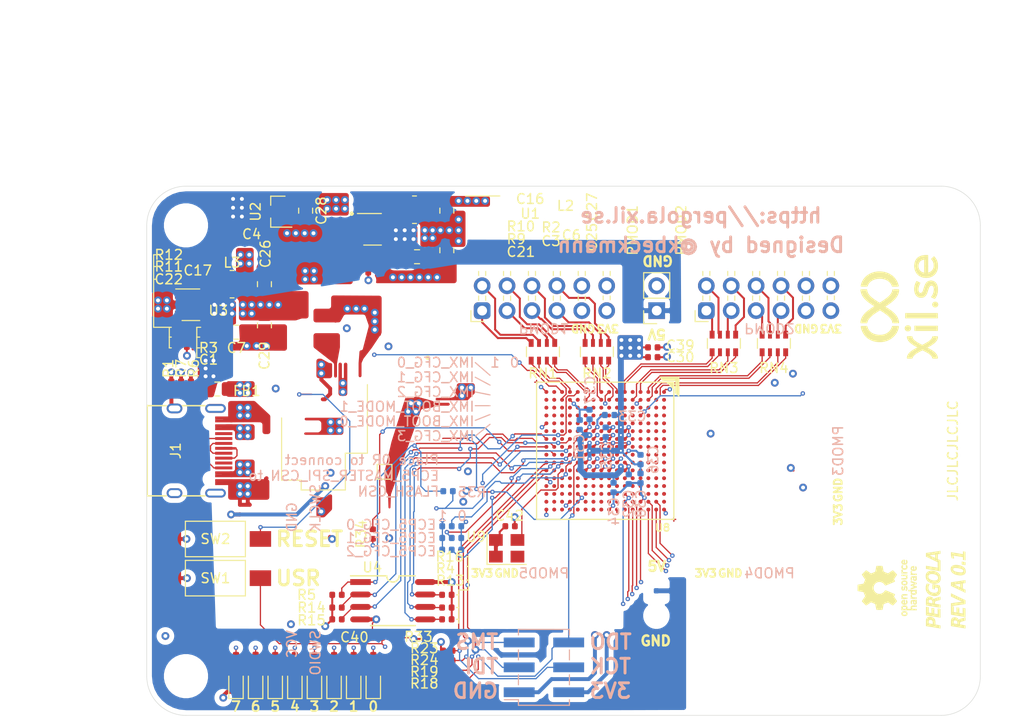
<source format=kicad_pcb>
(kicad_pcb (version 20171130) (host pcbnew 5.1.10)
  (layers (0 F.Cu signal) (1 In1.Cu power) (2 In2.Cu power) (31 B.Cu signal) (34 B.Paste user) (35 F.Paste user) (36 B.SilkS user) (37 F.SilkS user) (38 B.Mask user) (39 F.Mask user) (44 Edge.Cuts user))
  (net 0 "")
  (net 1 GND)
  (net 2 +2V5)
  (net 3 +3V3)
  (net 4 +1V1)
  (net 5 VBUS)
  (net 6 "Net-(J1-PadA5)")
  (net 7 "Net-(J1-PadB5)")
  (net 8 /USB_DP)
  (net 9 /USB_DM)
  (net 10 /VBUS_UNFILTERED)
  (net 11 /USB_SHIELD)
  (net 12 "Net-(D2-Pad2)")
  (net 13 "Net-(D3-Pad2)")
  (net 14 "Net-(D4-Pad2)")
  (net 15 "Net-(D5-Pad2)")
  (net 16 "Net-(D6-Pad2)")
  (net 17 "Net-(D7-Pad2)")
  (net 18 "Net-(D8-Pad2)")
  (net 19 "Net-(C16-Pad2)")
  (net 20 "Net-(C17-Pad2)")
  (net 21 /DCDC_OUT)
  (net 22 /CLK_16MHZ)
  (net 23 /FPGA_~HOLD)
  (net 24 /FPGA_CFG2)
  (net 25 /FPGA_CFG1)
  (net 26 /FPGA_CFG0)
  (net 27 /FPGA_DONE)
  (net 28 /FPGA_~PROGRAM)
  (net 29 /FPGA_~INIT)
  (net 30 /PMOD1_4)
  (net 31 /PMOD1_8)
  (net 32 /PMOD1_3)
  (net 33 /PMOD1_7)
  (net 34 /PMOD1_2)
  (net 35 /PMOD1_6)
  (net 36 /PMOD1_1)
  (net 37 /PMOD1_5)
  (net 38 /PMOD2_4)
  (net 39 /PMOD2_8)
  (net 40 /PMOD2_3)
  (net 41 /PMOD2_7)
  (net 42 /PMOD2_2)
  (net 43 /PMOD2_6)
  (net 44 /PMOD2_1)
  (net 45 /PMOD2_5)
  (net 46 "Net-(D9-Pad2)")
  (net 47 /PMOD1_6x)
  (net 48 /PMOD1_5x)
  (net 49 /PMOD1_2x)
  (net 50 /PMOD1_1x)
  (net 51 /PMOD1_3x)
  (net 52 /PMOD1_4x)
  (net 53 /PMOD1_7x)
  (net 54 /PMOD1_8x)
  (net 55 /PMOD2_6x)
  (net 56 /PMOD2_5x)
  (net 57 /PMOD2_2x)
  (net 58 /PMOD2_1x)
  (net 59 /PMOD2_8x)
  (net 60 /PMOD2_7x)
  (net 61 /PMOD2_4x)
  (net 62 /PMOD2_3x)
  (net 63 "Net-(C10-Pad2)")
  (net 64 "Net-(C16-Pad1)")
  (net 65 "Net-(C17-Pad1)")
  (net 66 "Net-(C21-Pad1)")
  (net 67 "Net-(C22-Pad1)")
  (net 68 "Net-(L1-Pad2)")
  (net 69 "Net-(R2-Pad2)")
  (net 70 "Net-(R3-Pad2)")
  (net 71 /LED0)
  (net 72 /LED1)
  (net 73 /LED2)
  (net 74 /LED3)
  (net 75 /LED4)
  (net 76 /LED5)
  (net 77 /LED6)
  (net 78 /LED7)
  (net 79 /SW_USER)
  (net 80 /POR_B)
  (net 81 "Net-(J1-PadB8)")
  (net 82 "Net-(J1-PadA8)")
  (net 83 /JTAG_TDO)
  (net 84 /JTAG_TMS)
  (net 85 /JTAG_TCK)
  (net 86 /JTAG_TDI)
  (net 87 /FPGA_CCLK)
  (net 88 /FPGA_SPI_~CS~)
  (net 89 /FPGA_SPI_D0)
  (net 90 /FPGA_SPI_D1)
  (net 91 /FPGA_SPI_D2)
  (net 92 /FPGA_SPI_D3)
  (net 93 "Net-(U8-PadR1)")
  (net 94 "Net-(U8-PadP1)")
  (net 95 "Net-(U8-PadM1)")
  (net 96 "Net-(U8-PadK1)")
  (net 97 "Net-(U8-PadE1)")
  (net 98 "Net-(U8-PadA2)")
  (net 99 "Net-(U8-PadF2)")
  (net 100 "Net-(U8-PadK2)")
  (net 101 "Net-(U8-PadM2)")
  (net 102 "Net-(U8-PadR2)")
  (net 103 "Net-(U8-PadT2)")
  (net 104 "Net-(U8-PadT4)")
  (net 105 "Net-(U8-PadR4)")
  (net 106 "Net-(U8-PadP4)")
  (net 107 "Net-(U8-PadN4)")
  (net 108 "Net-(U8-PadM4)")
  (net 109 "Net-(U8-PadL4)")
  (net 110 "Net-(U8-PadK4)")
  (net 111 "Net-(U8-PadJ4)")
  (net 112 "Net-(U8-PadH4)")
  (net 113 "Net-(U8-PadG4)")
  (net 114 "Net-(U8-PadF4)")
  (net 115 "Net-(U8-PadE4)")
  (net 116 "Net-(U8-PadD4)")
  (net 117 "Net-(U8-PadC4)")
  (net 118 "Net-(U8-PadB4)")
  (net 119 "Net-(U8-PadA4)")
  (net 120 "Net-(U8-PadA3)")
  (net 121 "Net-(U8-PadB3)")
  (net 122 "Net-(U8-PadC3)")
  (net 123 "Net-(U8-PadD3)")
  (net 124 "Net-(U8-PadE3)")
  (net 125 "Net-(U8-PadF3)")
  (net 126 "Net-(U8-PadG3)")
  (net 127 "Net-(U8-PadH3)")
  (net 128 "Net-(U8-PadJ3)")
  (net 129 "Net-(U8-PadK3)")
  (net 130 "Net-(U8-PadL3)")
  (net 131 "Net-(U8-PadM3)")
  (net 132 "Net-(U8-PadN3)")
  (net 133 "Net-(U8-PadP3)")
  (net 134 "Net-(U8-PadR3)")
  (net 135 "Net-(U8-PadT3)")
  (net 136 "Net-(U8-PadR7)")
  (net 137 "Net-(U8-PadP7)")
  (net 138 "Net-(U8-PadE7)")
  (net 139 "Net-(U8-PadD7)")
  (net 140 "Net-(U8-PadC7)")
  (net 141 "Net-(U8-PadB7)")
  (net 142 "Net-(U8-PadA7)")
  (net 143 "Net-(U8-PadA8)")
  (net 144 "Net-(U8-PadB8)")
  (net 145 "Net-(U8-PadC8)")
  (net 146 "Net-(U8-PadD8)")
  (net 147 "Net-(U8-PadE8)")
  (net 148 "Net-(U8-PadM8)")
  (net 149 "Net-(U8-PadP8)")
  (net 150 "Net-(U8-PadT6)")
  (net 151 "Net-(U8-PadR6)")
  (net 152 "Net-(U8-PadP6)")
  (net 153 "Net-(U8-PadN6)")
  (net 154 "Net-(U8-PadM6)")
  (net 155 "Net-(U8-PadE6)")
  (net 156 "Net-(U8-PadD6)")
  (net 157 "Net-(U8-PadC6)")
  (net 158 "Net-(U8-PadB6)")
  (net 159 "Net-(U8-PadA6)")
  (net 160 "Net-(U8-PadA5)")
  (net 161 "Net-(U8-PadB5)")
  (net 162 "Net-(U8-PadC5)")
  (net 163 "Net-(U8-PadD5)")
  (net 164 "Net-(U8-PadE5)")
  (net 165 "Net-(U8-PadF5)")
  (net 166 "Net-(U8-PadG5)")
  (net 167 "Net-(U8-PadH5)")
  (net 168 "Net-(U8-PadJ5)")
  (net 169 "Net-(U8-PadK5)")
  (net 170 "Net-(U8-PadL5)")
  (net 171 "Net-(U8-PadM5)")
  (net 172 "Net-(U8-PadN5)")
  (net 173 "Net-(U8-PadP5)")
  (net 174 "Net-(U8-PadR5)")
  (net 175 "Net-(U8-PadT13)")
  (net 176 "Net-(U8-PadR13)")
  (net 177 "Net-(U8-PadP13)")
  (net 178 "Net-(U8-PadN13)")
  (net 179 "Net-(U8-PadM13)")
  (net 180 "Net-(U8-PadL13)")
  (net 181 "Net-(U8-PadK13)")
  (net 182 "Net-(U8-PadJ13)")
  (net 183 "Net-(U8-PadH13)")
  (net 184 "Net-(U8-PadG13)")
  (net 185 "Net-(U8-PadF13)")
  (net 186 "Net-(U8-PadE13)")
  (net 187 "Net-(U8-PadD13)")
  (net 188 "Net-(U8-PadC13)")
  (net 189 "Net-(U8-PadB13)")
  (net 190 "Net-(U8-PadA13)")
  (net 191 "Net-(U8-PadA14)")
  (net 192 "Net-(U8-PadB14)")
  (net 193 "Net-(U8-PadC14)")
  (net 194 "Net-(U8-PadD14)")
  (net 195 "Net-(U8-PadE14)")
  (net 196 "Net-(U8-PadG14)")
  (net 197 "Net-(U8-PadH14)")
  (net 198 "Net-(U8-PadJ14)")
  (net 199 "Net-(U8-PadK14)")
  (net 200 "Net-(U8-PadL14)")
  (net 201 "Net-(U8-PadM14)")
  (net 202 "Net-(U8-PadN14)")
  (net 203 "Net-(U8-PadP14)")
  (net 204 "Net-(U8-PadR14)")
  (net 205 "Net-(U8-PadT14)")
  (net 206 "Net-(U8-PadR16)")
  (net 207 "Net-(U8-PadP16)")
  (net 208 "Net-(U8-PadN16)")
  (net 209 "Net-(U8-PadM16)")
  (net 210 "Net-(U8-PadL16)")
  (net 211 "Net-(U8-PadK16)")
  (net 212 "Net-(U8-PadJ16)")
  (net 213 "Net-(U8-PadG16)")
  (net 214 "Net-(U8-PadF16)")
  (net 215 "Net-(U8-PadA15)")
  (net 216 "Net-(U8-PadG15)")
  (net 217 "Net-(U8-PadH15)")
  (net 218 "Net-(U8-PadJ15)")
  (net 219 "Net-(U8-PadK15)")
  (net 220 "Net-(U8-PadL15)")
  (net 221 "Net-(U8-PadM15)")
  (net 222 "Net-(U8-PadP15)")
  (net 223 "Net-(U8-PadR15)")
  (net 224 "Net-(U8-PadT15)")
  (net 225 "Net-(U8-PadN11)")
  (net 226 "Net-(U8-PadM11)")
  (net 227 "Net-(U8-PadE11)")
  (net 228 "Net-(U8-PadD11)")
  (net 229 "Net-(U8-PadC11)")
  (net 230 "Net-(U8-PadB11)")
  (net 231 "Net-(U8-PadA11)")
  (net 232 "Net-(U8-PadA12)")
  (net 233 "Net-(U8-PadB12)")
  (net 234 "Net-(U8-PadC12)")
  (net 235 "Net-(U8-PadD12)")
  (net 236 "Net-(U8-PadE12)")
  (net 237 "Net-(U8-PadF12)")
  (net 238 "Net-(U8-PadG12)")
  (net 239 "Net-(U8-PadH12)")
  (net 240 "Net-(U8-PadJ12)")
  (net 241 "Net-(U8-PadK12)")
  (net 242 "Net-(U8-PadL12)")
  (net 243 "Net-(U8-PadM12)")
  (net 244 "Net-(U8-PadN12)")
  (net 245 "Net-(U8-PadP12)")
  (net 246 "Net-(U8-PadR12)")
  (net 247 "Net-(U8-PadE10)")
  (net 248 "Net-(U8-PadD10)")
  (net 249 "Net-(U8-PadC10)")
  (net 250 "Net-(U8-PadB10)")
  (net 251 "Net-(U8-PadA10)")
  (net 252 "Net-(U8-PadA9)")
  (net 253 "Net-(U8-PadB9)")
  (net 254 "Net-(U8-PadC9)")
  (net 255 "Net-(U8-PadD9)")
  (net 256 "Net-(U8-PadE9)")
  (net 257 "Net-(U8-PadM9)")
  (module Connector_USB_Extra:USB_C_Receptacle_GT-USB-7010 (layer F.Cu) (at 104.7 77 270)
    (fp_text reference J1 (at 0 1.75 270) (layer F.SilkS))
    (fp_text value USB_C_Receptacle_USB2.0)
    (pad A12 smd rect (at 3.35 -3.15 270) (size 0.3 1.75) (layers F.Cu F.Paste F.Mask) (net 1 GND))
    (pad B1 smd rect (at 3.05 -3.15 270) (size 0.3 1.75) (layers F.Cu F.Paste F.Mask) (net 1 GND))
    (pad B4 smd rect (at 2.25 -3.15 270) (size 0.3 1.75) (layers F.Cu F.Paste F.Mask) (net 10 /VBUS_UNFILTERED))
    (pad A9 smd rect (at 2.55 -3.15 270) (size 0.3 1.75) (layers F.Cu F.Paste F.Mask) (net 10 /VBUS_UNFILTERED))
    (pad B9 smd rect (at -2.25 -3.15 270) (size 0.3 1.75) (layers F.Cu F.Paste F.Mask) (net 10 /VBUS_UNFILTERED))
    (pad A4 smd rect (at -2.55 -3.15 270) (size 0.3 1.75) (layers F.Cu F.Paste F.Mask) (net 10 /VBUS_UNFILTERED))
    (pad B12 smd rect (at -3.05 -3.15 270) (size 0.3 1.75) (layers F.Cu F.Paste F.Mask) (net 1 GND))
    (pad A1 smd rect (at -3.35 -3.15 270) (size 0.3 1.75) (layers F.Cu F.Paste F.Mask) (net 1 GND))
    (pad A6 smd rect (at -0.25 -3.15 270) (size 0.3 1.75) (layers F.Cu F.Paste F.Mask) (net 8 /USB_DP))
    (pad A5 smd rect (at -1.25 -3.15 270) (size 0.3 1.75) (layers F.Cu F.Paste F.Mask) (net 6 "Net-(J1-PadA5)"))
    (pad B8 smd rect (at -1.75 -3.15 270) (size 0.3 1.75) (layers F.Cu F.Paste F.Mask) (net 81 "Net-(J1-PadB8)"))
    (pad B7 smd rect (at -0.75 -3.15 270) (size 0.3 1.75) (layers F.Cu F.Paste F.Mask) (net 9 /USB_DM))
    (pad B5 smd rect (at 1.75 -3.15 270) (size 0.3 1.75) (layers F.Cu F.Paste F.Mask) (net 7 "Net-(J1-PadB5)"))
    (pad A8 smd rect (at 1.25 -3.15 270) (size 0.3 1.75) (layers F.Cu F.Paste F.Mask) (net 82 "Net-(J1-PadA8)"))
    (pad B6 smd rect (at 0.75 -3.15 270) (size 0.3 1.75) (layers F.Cu F.Paste F.Mask) (net 8 /USB_DP))
    (pad A7 smd rect (at 0.25 -3.15 270) (size 0.3 1.75) (layers F.Cu F.Paste F.Mask) (net 9 /USB_DM))
    (pad "" np_thru_hole circle (at 2.89 -1.81 270) (size 0.65 0.65) (drill 0.65) (layers *.Cu *.Mask))
    (pad "" np_thru_hole circle (at -2.89 -1.81 270) (size 0.65 0.65) (drill 0.65) (layers *.Cu *.Mask))
    (pad S1 thru_hole oval (at 4.32 -2.31 270) (size 0.9 2.1) (drill oval 0.5 1.7) (layers *.Cu *.Mask F.Paste) (net 11 /USB_SHIELD))
    (pad S1 thru_hole oval (at -4.32 -2.31 270) (size 0.9 2.1) (drill oval 0.5 1.7) (layers *.Cu *.Mask F.Paste) (net 11 /USB_SHIELD))
    (pad S1 thru_hole oval (at 4.32 1.87 270) (size 1 1.6) (drill oval 0.6 1.2) (layers *.Cu *.Mask F.Paste) (net 11 /USB_SHIELD))
    (pad S1 thru_hole oval (at -4.32 1.87 270) (size 1 1.6) (drill oval 0.6 1.2) (layers *.Cu *.Mask F.Paste) (net 11 /USB_SHIELD))
  )
  (module ecp5board:xil_logo_new (layer F.Cu) (at 177.7 62.2 90)
    (fp_text reference LOGO3 hide)
    (fp_text value Logo_Open_Hardware_Small)
  )
  (module Symbol:OSHW-Logo_5.7x6mm_SilkScreen (layer F.Cu) (at 175.5 91 90)
    (fp_text reference LOGO1 hide)
    (fp_text value Logo_Open_Hardware_Small hide)
  )
  (module ecp5board:logo (layer F.Cu) (at 179 95)
    (fp_text reference LOGO2 hide)
    (fp_text value Logo_Open_Hardware_Small)
  )
  (module Package_TO_SOT_SMD:SOT-23-6 (layer F.Cu) (at 104.5 62.1)
    (fp_text reference U3 (at 2.8 0.6) (layer F.SilkS))
    (fp_text value SY8120B1ABC)
    (pad 5 smd rect (at 1.1 0) (size 1.06 0.65) (layers F.Cu F.Paste F.Mask) (net 5 VBUS))
    (pad 6 smd rect (at 1.1 -0.95) (size 1.06 0.65) (layers F.Cu F.Paste F.Mask) (net 20 "Net-(C17-Pad2)"))
    (pad 4 smd rect (at 1.1 0.95) (size 1.06 0.65) (layers F.Cu F.Paste F.Mask) (net 70 "Net-(R3-Pad2)"))
    (pad 3 smd rect (at -1.1 0.95) (size 1.06 0.65) (layers F.Cu F.Paste F.Mask) (net 67 "Net-(C22-Pad1)"))
    (pad 2 smd rect (at -1.1 0) (size 1.06 0.65) (layers F.Cu F.Paste F.Mask) (net 1 GND))
    (pad 1 smd rect (at -1.1 -0.95) (size 1.06 0.65) (layers F.Cu F.Paste F.Mask) (net 65 "Net-(C17-Pad1)"))
  )
  (module Package_TO_SOT_SMD:SOT-23-6 (layer F.Cu) (at 123.025 54.4)
    (fp_text reference U1 (at 16.075 -1.6) (layer F.SilkS))
    (fp_text value SY8120B1ABC)
    (pad 5 smd rect (at 1.1 0) (size 1.06 0.65) (layers F.Cu F.Paste F.Mask) (net 5 VBUS))
    (pad 6 smd rect (at 1.1 -0.95) (size 1.06 0.65) (layers F.Cu F.Paste F.Mask) (net 19 "Net-(C16-Pad2)"))
    (pad 4 smd rect (at 1.1 0.95) (size 1.06 0.65) (layers F.Cu F.Paste F.Mask) (net 69 "Net-(R2-Pad2)"))
    (pad 3 smd rect (at -1.1 0.95) (size 1.06 0.65) (layers F.Cu F.Paste F.Mask) (net 66 "Net-(C21-Pad1)"))
    (pad 2 smd rect (at -1.1 0) (size 1.06 0.65) (layers F.Cu F.Paste F.Mask) (net 1 GND))
    (pad 1 smd rect (at -1.1 -0.95) (size 1.06 0.65) (layers F.Cu F.Paste F.Mask) (net 64 "Net-(C16-Pad1)"))
  )
  (module Resistor_SMD:R_0402_1005Metric (layer B.Cu) (at 130.725 81.125)
    (fp_text reference R35 (at 2.425 0.1) (layer B.SilkS) (effects (justify mirror)))
    (fp_text value DNP)
    (pad 2 smd roundrect (at 0.485 0) (size 0.59 0.64) (layers B.Cu B.Paste B.Mask) (net 23 /FPGA_~HOLD))
    (pad 1 smd roundrect (at -0.485 0) (size 0.59 0.64) (layers B.Cu B.Paste B.Mask) (net 88 /FPGA_SPI_~CS~))
  )
  (module Resistor_SMD:R_0402_1005Metric (layer F.Cu) (at 123.05 85.5 90)
    (fp_text reference R34 (at 0 -1.17 90) (layer F.SilkS))
    (fp_text value 4K7)
    (pad 2 smd roundrect (at 0.485 0 90) (size 0.59 0.64) (layers F.Cu F.Paste F.Mask) (net 28 /FPGA_~PROGRAM))
    (pad 1 smd roundrect (at -0.485 0 90) (size 0.59 0.64) (layers F.Cu F.Paste F.Mask) (net 1 GND))
  )
  (module Resistor_SMD:R_0402_1005Metric (layer F.Cu) (at 125.425 96.075)
    (fp_text reference R33 (at 2.275 -0.1) (layer F.SilkS))
    (fp_text value 4K7)
    (pad 2 smd roundrect (at 0.485 0) (size 0.59 0.64) (layers F.Cu F.Paste F.Mask) (net 3 +3V3))
    (pad 1 smd roundrect (at -0.485 0) (size 0.59 0.64) (layers F.Cu F.Paste F.Mask) (net 79 /SW_USER))
  )
  (module Capacitor_SMD:C_0402_1005Metric (layer F.Cu) (at 137.05 84.7 180)
    (fp_text reference C42 (at 0.05 1.075) (layer F.SilkS))
    (fp_text value 100n)
    (pad 2 smd roundrect (at 0.485 0 180) (size 0.59 0.64) (layers F.Cu F.Paste F.Mask) (net 3 +3V3))
    (pad 1 smd roundrect (at -0.485 0 180) (size 0.59 0.64) (layers F.Cu F.Paste F.Mask) (net 1 GND))
  )
  (module Capacitor_SMD:C_0402_1005Metric (layer F.Cu) (at 123.5 96.075 180)
    (fp_text reference C40 (at 2.325 0.05) (layer F.SilkS))
    (fp_text value 100n)
    (pad 2 smd roundrect (at 0.485 0 180) (size 0.59 0.64) (layers F.Cu F.Paste F.Mask) (net 1 GND))
    (pad 1 smd roundrect (at -0.485 0 180) (size 0.59 0.64) (layers F.Cu F.Paste F.Mask) (net 79 /SW_USER))
  )
  (module ecp5board:PMOD_Socket_2x06_P2.54mm_Horizontal (layer F.Cu) (at 140.55 50 270)
    (fp_text reference PMOD1 (at 4.5 -9 90) (layer F.SilkS))
    (fp_text value Conn_02x06_Top_Bottom)
    (pad 6 thru_hole oval (at 12.7 -6.35 270) (size 1.7 1.7) (drill 1) (layers *.Cu *.Mask) (net 3 +3V3))
    (pad 12 thru_hole oval (at 10.16 -6.35 270) (size 1.7 1.7) (drill 1) (layers *.Cu *.Mask) (net 3 +3V3))
    (pad 5 thru_hole oval (at 12.7 -3.81 270) (size 1.7 1.7) (drill 1) (layers *.Cu *.Mask) (net 1 GND))
    (pad 11 thru_hole oval (at 10.16 -3.81 270) (size 1.7 1.7) (drill 1) (layers *.Cu *.Mask) (net 1 GND))
    (pad 4 thru_hole oval (at 12.7 -1.27 270) (size 1.7 1.7) (drill 1) (layers *.Cu *.Mask) (net 30 /PMOD1_4))
    (pad 10 thru_hole oval (at 10.16 -1.27 270) (size 1.7 1.7) (drill 1) (layers *.Cu *.Mask) (net 31 /PMOD1_8))
    (pad 3 thru_hole oval (at 12.7 1.27 270) (size 1.7 1.7) (drill 1) (layers *.Cu *.Mask) (net 32 /PMOD1_3))
    (pad 9 thru_hole oval (at 10.16 1.27 270) (size 1.7 1.7) (drill 1) (layers *.Cu *.Mask) (net 33 /PMOD1_7))
    (pad 2 thru_hole oval (at 12.7 3.81 270) (size 1.7 1.7) (drill 1) (layers *.Cu *.Mask) (net 34 /PMOD1_2))
    (pad 8 thru_hole oval (at 10.16 3.81 270) (size 1.7 1.7) (drill 1) (layers *.Cu *.Mask) (net 35 /PMOD1_6))
    (pad 1 thru_hole roundrect (at 12.7 6.35 270) (size 1.7 1.7) (drill 1) (layers *.Cu *.Mask) (net 36 /PMOD1_1))
    (pad 7 thru_hole oval (at 10.16 6.35 270) (size 1.7 1.7) (drill 1) (layers *.Cu *.Mask) (net 37 /PMOD1_5))
  )
  (module ecp5board:PMOD_Socket_2x06_P2.54mm_Horizontal (layer F.Cu) (at 163.41 50 270)
    (fp_text reference PMOD2 (at 4.5 8.91 90) (layer F.SilkS))
    (fp_text value Conn_02x06_Top_Bottom)
    (pad 6 thru_hole oval (at 12.7 -6.35 270) (size 1.7 1.7) (drill 1) (layers *.Cu *.Mask) (net 3 +3V3))
    (pad 12 thru_hole oval (at 10.16 -6.35 270) (size 1.7 1.7) (drill 1) (layers *.Cu *.Mask) (net 3 +3V3))
    (pad 5 thru_hole oval (at 12.7 -3.81 270) (size 1.7 1.7) (drill 1) (layers *.Cu *.Mask) (net 1 GND))
    (pad 11 thru_hole oval (at 10.16 -3.81 270) (size 1.7 1.7) (drill 1) (layers *.Cu *.Mask) (net 1 GND))
    (pad 4 thru_hole oval (at 12.7 -1.27 270) (size 1.7 1.7) (drill 1) (layers *.Cu *.Mask) (net 38 /PMOD2_4))
    (pad 10 thru_hole oval (at 10.16 -1.27 270) (size 1.7 1.7) (drill 1) (layers *.Cu *.Mask) (net 39 /PMOD2_8))
    (pad 3 thru_hole oval (at 12.7 1.27 270) (size 1.7 1.7) (drill 1) (layers *.Cu *.Mask) (net 40 /PMOD2_3))
    (pad 9 thru_hole oval (at 10.16 1.27 270) (size 1.7 1.7) (drill 1) (layers *.Cu *.Mask) (net 41 /PMOD2_7))
    (pad 2 thru_hole oval (at 12.7 3.81 270) (size 1.7 1.7) (drill 1) (layers *.Cu *.Mask) (net 42 /PMOD2_2))
    (pad 8 thru_hole oval (at 10.16 3.81 270) (size 1.7 1.7) (drill 1) (layers *.Cu *.Mask) (net 43 /PMOD2_6))
    (pad 1 thru_hole roundrect (at 12.7 6.35 270) (size 1.7 1.7) (drill 1) (layers *.Cu *.Mask) (net 44 /PMOD2_1))
    (pad 7 thru_hole oval (at 10.16 6.35 270) (size 1.7 1.7) (drill 1) (layers *.Cu *.Mask) (net 45 /PMOD2_5))
  )
  (module Resistor_SMD:R_0402_1005Metric (layer F.Cu) (at 130.7 98.4 180)
    (fp_text reference R24 (at 2.4 0.05) (layer F.SilkS))
    (fp_text value 4K7)
    (pad 2 smd roundrect (at 0.485 0 180) (size 0.59 0.64) (layers F.Cu F.Paste F.Mask) (net 3 +3V3))
    (pad 1 smd roundrect (at -0.485 0 180) (size 0.59 0.64) (layers F.Cu F.Paste F.Mask) (net 84 /JTAG_TMS))
  )
  (module Resistor_SMD:R_0402_1005Metric (layer F.Cu) (at 130.7 97.4)
    (fp_text reference R23 (at -2.4 -0.25) (layer F.SilkS))
    (fp_text value 4K7)
    (pad 2 smd roundrect (at 0.485 0) (size 0.59 0.64) (layers F.Cu F.Paste F.Mask) (net 85 /JTAG_TCK))
    (pad 1 smd roundrect (at -0.485 0) (size 0.59 0.64) (layers F.Cu F.Paste F.Mask) (net 1 GND))
  )
  (module Resistor_SMD:R_0402_1005Metric (layer F.Cu) (at 130.7 99.4 180)
    (fp_text reference R19 (at 2.4 -0.15) (layer F.SilkS))
    (fp_text value 4K7)
    (pad 2 smd roundrect (at 0.485 0 180) (size 0.59 0.64) (layers F.Cu F.Paste F.Mask) (net 3 +3V3))
    (pad 1 smd roundrect (at -0.485 0 180) (size 0.59 0.64) (layers F.Cu F.Paste F.Mask) (net 86 /JTAG_TDI))
  )
  (module Resistor_SMD:R_0402_1005Metric (layer F.Cu) (at 130.7 100.4 180)
    (fp_text reference R18 (at 2.4 -0.35) (layer F.SilkS))
    (fp_text value 4K7)
    (pad 2 smd roundrect (at 0.485 0 180) (size 0.59 0.64) (layers F.Cu F.Paste F.Mask) (net 3 +3V3))
    (pad 1 smd roundrect (at -0.485 0 180) (size 0.59 0.64) (layers F.Cu F.Paste F.Mask) (net 83 /JTAG_TDO))
  )
  (module Resistor_SMD:R_0402_1005Metric (layer F.Cu) (at 109.1 98.3 270)
    (fp_text reference R32 hide)
    (fp_text value 10K)
    (pad 2 smd roundrect (at 0.485 0 270) (size 0.59 0.64) (layers F.Cu F.Paste F.Mask) (net 46 "Net-(D9-Pad2)"))
    (pad 1 smd roundrect (at -0.485 0 270) (size 0.59 0.64) (layers F.Cu F.Paste F.Mask) (net 78 /LED7))
  )
  (module Resistor_SMD:R_0402_1005Metric (layer F.Cu) (at 111.1 98.285 270)
    (fp_text reference R31 hide)
    (fp_text value 10K)
    (pad 2 smd roundrect (at 0.485 0 270) (size 0.59 0.64) (layers F.Cu F.Paste F.Mask) (net 18 "Net-(D8-Pad2)"))
    (pad 1 smd roundrect (at -0.485 0 270) (size 0.59 0.64) (layers F.Cu F.Paste F.Mask) (net 77 /LED6))
  )
  (module Resistor_SMD:R_0402_1005Metric (layer F.Cu) (at 113.1 98.3 270)
    (fp_text reference R30 hide)
    (fp_text value 10K)
    (pad 2 smd roundrect (at 0.485 0 270) (size 0.59 0.64) (layers F.Cu F.Paste F.Mask) (net 17 "Net-(D7-Pad2)"))
    (pad 1 smd roundrect (at -0.485 0 270) (size 0.59 0.64) (layers F.Cu F.Paste F.Mask) (net 76 /LED5))
  )
  (module Resistor_SMD:R_0402_1005Metric (layer F.Cu) (at 115.1 98.3 270)
    (fp_text reference R29 hide)
    (fp_text value 10K)
    (pad 2 smd roundrect (at 0.485 0 270) (size 0.59 0.64) (layers F.Cu F.Paste F.Mask) (net 16 "Net-(D6-Pad2)"))
    (pad 1 smd roundrect (at -0.485 0 270) (size 0.59 0.64) (layers F.Cu F.Paste F.Mask) (net 75 /LED4))
  )
  (module Resistor_SMD:R_0402_1005Metric (layer F.Cu) (at 117.1 98.3 270)
    (fp_text reference R28 hide)
    (fp_text value 10K)
    (pad 2 smd roundrect (at 0.485 0 270) (size 0.59 0.64) (layers F.Cu F.Paste F.Mask) (net 15 "Net-(D5-Pad2)"))
    (pad 1 smd roundrect (at -0.485 0 270) (size 0.59 0.64) (layers F.Cu F.Paste F.Mask) (net 74 /LED3))
  )
  (module Resistor_SMD:R_0402_1005Metric (layer F.Cu) (at 119.1 98.3 270)
    (fp_text reference R27 hide)
    (fp_text value 10K)
    (pad 2 smd roundrect (at 0.485 0 270) (size 0.59 0.64) (layers F.Cu F.Paste F.Mask) (net 14 "Net-(D4-Pad2)"))
    (pad 1 smd roundrect (at -0.485 0 270) (size 0.59 0.64) (layers F.Cu F.Paste F.Mask) (net 73 /LED2))
  )
  (module Resistor_SMD:R_0402_1005Metric (layer F.Cu) (at 121.1 98.3 270)
    (fp_text reference R26 hide)
    (fp_text value 10K)
    (pad 2 smd roundrect (at 0.485 0 270) (size 0.59 0.64) (layers F.Cu F.Paste F.Mask) (net 13 "Net-(D3-Pad2)"))
    (pad 1 smd roundrect (at -0.485 0 270) (size 0.59 0.64) (layers F.Cu F.Paste F.Mask) (net 72 /LED1))
  )
  (module Resistor_SMD:R_0402_1005Metric (layer F.Cu) (at 123.1 98.3 270)
    (fp_text reference R25 hide)
    (fp_text value 10K)
    (pad 2 smd roundrect (at 0.485 0 270) (size 0.59 0.64) (layers F.Cu F.Paste F.Mask) (net 12 "Net-(D2-Pad2)"))
    (pad 1 smd roundrect (at -0.485 0 270) (size 0.59 0.64) (layers F.Cu F.Paste F.Mask) (net 71 /LED0))
  )
  (module Resistor_SMD:R_0402_1005Metric (layer F.Cu) (at 130.6 91.7)
    (fp_text reference R16 (at 0.3 -3.9) (layer F.SilkS))
    (fp_text value 10K)
    (pad 2 smd roundrect (at 0.485 0) (size 0.59 0.64) (layers F.Cu F.Paste F.Mask) (net 3 +3V3))
    (pad 1 smd roundrect (at -0.485 0) (size 0.59 0.64) (layers F.Cu F.Paste F.Mask) (net 92 /FPGA_SPI_D3))
  )
  (module Resistor_SMD:R_0402_1005Metric (layer F.Cu) (at 119.4 94.2 180)
    (fp_text reference R15 (at 2.6 -0.1) (layer F.SilkS))
    (fp_text value 10K)
    (pad 2 smd roundrect (at 0.485 0 180) (size 0.59 0.64) (layers F.Cu F.Paste F.Mask) (net 3 +3V3))
    (pad 1 smd roundrect (at -0.485 0 180) (size 0.59 0.64) (layers F.Cu F.Paste F.Mask) (net 91 /FPGA_SPI_D2))
  )
  (module Resistor_SMD:R_0402_1005Metric (layer F.Cu) (at 119.4 93 180)
    (fp_text reference R14 (at 2.6 0) (layer F.SilkS))
    (fp_text value 10K)
    (pad 2 smd roundrect (at 0.485 0 180) (size 0.59 0.64) (layers F.Cu F.Paste F.Mask) (net 3 +3V3))
    (pad 1 smd roundrect (at -0.485 0 180) (size 0.59 0.64) (layers F.Cu F.Paste F.Mask) (net 90 /FPGA_SPI_D1))
  )
  (module Resistor_SMD:R_0402_1005Metric (layer F.Cu) (at 130.6 94.2)
    (fp_text reference R13 (at 0.35 -3.95) (layer F.SilkS))
    (fp_text value 10K)
    (pad 2 smd roundrect (at 0.485 0) (size 0.59 0.64) (layers F.Cu F.Paste F.Mask) (net 3 +3V3))
    (pad 1 smd roundrect (at -0.485 0) (size 0.59 0.64) (layers F.Cu F.Paste F.Mask) (net 89 /FPGA_SPI_D0))
  )
  (module Resistor_SMD:R_0402_1005Metric (layer F.Cu) (at 130.6 93)
    (fp_text reference R4 (at -0.15 -4) (layer F.SilkS))
    (fp_text value 1K)
    (pad 2 smd roundrect (at 0.485 0) (size 0.59 0.64) (layers F.Cu F.Paste F.Mask) (net 3 +3V3))
    (pad 1 smd roundrect (at -0.485 0) (size 0.59 0.64) (layers F.Cu F.Paste F.Mask) (net 87 /FPGA_CCLK))
  )
  (module ecp5board:JP_3_0402_1005Metric (layer B.Cu) (at 130.615 87.1)
    (fp_text reference JP7 hide)
    (fp_text value 4K7)
    (pad 3 smd roundrect (at 1.455 0) (size 0.59 0.64) (layers B.Cu B.Paste B.Mask) (net 1 GND))
    (pad 2 smd roundrect (at 0.485 0) (size 0.59 0.64) (layers B.Cu B.Paste B.Mask) (net 24 /FPGA_CFG2))
    (pad 1 smd roundrect (at -0.485 0) (size 0.59 0.64) (layers B.Cu B.Paste B.Mask) (net 3 +3V3))
  )
  (module ecp5board:JP_3_0402_1005Metric (layer B.Cu) (at 130.615 85.9)
    (fp_text reference JP8 hide)
    (fp_text value 4K7)
    (pad 3 smd roundrect (at 1.455 0) (size 0.59 0.64) (layers B.Cu B.Paste B.Mask) (net 1 GND))
    (pad 2 smd roundrect (at 0.485 0) (size 0.59 0.64) (layers B.Cu B.Paste B.Mask) (net 25 /FPGA_CFG1))
    (pad 1 smd roundrect (at -0.485 0) (size 0.59 0.64) (layers B.Cu B.Paste B.Mask) (net 3 +3V3))
  )
  (module ecp5board:JP_3_0402_1005Metric (layer B.Cu) (at 130.615 84.7)
    (fp_text reference JP9 hide)
    (fp_text value 4K7)
    (pad 3 smd roundrect (at 1.455 0) (size 0.59 0.64) (layers B.Cu B.Paste B.Mask) (net 1 GND))
    (pad 2 smd roundrect (at 0.485 0) (size 0.59 0.64) (layers B.Cu B.Paste B.Mask) (net 26 /FPGA_CFG0))
    (pad 1 smd roundrect (at -0.485 0) (size 0.59 0.64) (layers B.Cu B.Paste B.Mask) (net 3 +3V3))
  )
  (module Capacitor_SMD:C_0402_1005Metric (layer F.Cu) (at 151.6 66.45 180)
    (fp_text reference C39 (at -2.8 0.2) (layer F.SilkS))
    (fp_text value 100n)
    (pad 2 smd roundrect (at 0.485 0 180) (size 0.59 0.64) (layers F.Cu F.Paste F.Mask) (net 4 +1V1))
    (pad 1 smd roundrect (at -0.485 0 180) (size 0.59 0.64) (layers F.Cu F.Paste F.Mask) (net 1 GND))
  )
  (module Capacitor_SMD:C_0402_1005Metric (layer B.Cu) (at 150.35 79.8 90)
    (fp_text reference C38 (at -2.6 0.025 270) (layer B.SilkS) (effects (justify mirror)))
    (fp_text value 100n)
    (pad 2 smd roundrect (at 0.485 0 90) (size 0.59 0.64) (layers B.Cu B.Paste B.Mask) (net 4 +1V1))
    (pad 1 smd roundrect (at -0.485 0 90) (size 0.59 0.64) (layers B.Cu B.Paste B.Mask) (net 1 GND))
  )
  (module Capacitor_SMD:C_0402_1005Metric (layer B.Cu) (at 145.15 73.3 270)
    (fp_text reference C37 (at -2.5 -0.075 270) (layer B.SilkS) (effects (justify mirror)))
    (fp_text value 100n)
    (pad 2 smd roundrect (at 0.485 0 270) (size 0.59 0.64) (layers B.Cu B.Paste B.Mask) (net 3 +3V3))
    (pad 1 smd roundrect (at -0.485 0 270) (size 0.59 0.64) (layers B.Cu B.Paste B.Mask) (net 1 GND))
  )
  (module Capacitor_SMD:C_0402_1005Metric (layer B.Cu) (at 150.35 77.9 270)
    (fp_text reference C36 (at 0.025 -1.3 90) (layer B.SilkS) (effects (justify mirror)))
    (fp_text value 100n)
    (pad 2 smd roundrect (at 0.485 0 270) (size 0.59 0.64) (layers B.Cu B.Paste B.Mask) (net 4 +1V1))
    (pad 1 smd roundrect (at -0.485 0 270) (size 0.59 0.64) (layers B.Cu B.Paste B.Mask) (net 1 GND))
  )
  (module Capacitor_SMD:C_0402_1005Metric (layer B.Cu) (at 146.8 75.1 90)
    (fp_text reference C35 (at -2.4 0.075 90) (layer B.SilkS) (effects (justify mirror)))
    (fp_text value 100n)
    (pad 2 smd roundrect (at 0.485 0 90) (size 0.59 0.64) (layers B.Cu B.Paste B.Mask) (net 3 +3V3))
    (pad 1 smd roundrect (at -0.485 0 90) (size 0.59 0.64) (layers B.Cu B.Paste B.Mask) (net 1 GND))
  )
  (module Capacitor_SMD:C_0402_1005Metric (layer B.Cu) (at 147.6 80.75 90)
    (fp_text reference C34 (at -2.45 0.05 90) (layer B.SilkS) (effects (justify mirror)))
    (fp_text value 100n)
    (pad 2 smd roundrect (at 0.485 0 90) (size 0.59 0.64) (layers B.Cu B.Paste B.Mask) (net 2 +2V5))
    (pad 1 smd roundrect (at -0.485 0 90) (size 0.59 0.64) (layers B.Cu B.Paste B.Mask) (net 1 GND))
  )
  (module Capacitor_SMD:C_0402_1005Metric (layer B.Cu) (at 147.2 73.35)
    (fp_text reference C33 (at 2.3 0.15) (layer B.SilkS) (effects (justify mirror)))
    (fp_text value 100n)
    (pad 2 smd roundrect (at 0.485 0) (size 0.59 0.64) (layers B.Cu B.Paste B.Mask) (net 4 +1V1))
    (pad 1 smd roundrect (at -0.485 0) (size 0.59 0.64) (layers B.Cu B.Paste B.Mask) (net 1 GND))
  )
  (module Capacitor_SMD:C_0402_1005Metric (layer B.Cu) (at 149.15 79.9 90)
    (fp_text reference C32 (at -2.525 -0.025 90) (layer B.SilkS) (effects (justify mirror)))
    (fp_text value 100n)
    (pad 2 smd roundrect (at 0.485 0 90) (size 0.59 0.64) (layers B.Cu B.Paste B.Mask) (net 3 +3V3))
    (pad 1 smd roundrect (at -0.485 0 90) (size 0.59 0.64) (layers B.Cu B.Paste B.Mask) (net 1 GND))
  )
  (module Capacitor_SMD:C_0402_1005Metric (layer B.Cu) (at 144.15 74.35 270)
    (fp_text reference C31 (at 2.35 0.05 90) (layer B.SilkS) (effects (justify mirror)))
    (fp_text value 100n)
    (pad 2 smd roundrect (at 0.485 0 270) (size 0.59 0.64) (layers B.Cu B.Paste B.Mask) (net 2 +2V5))
    (pad 1 smd roundrect (at -0.485 0 270) (size 0.59 0.64) (layers B.Cu B.Paste B.Mask) (net 1 GND))
  )
  (module Capacitor_SMD:C_0402_1005Metric (layer F.Cu) (at 151.6 67.45 180)
    (fp_text reference C30 (at -2.8 0) (layer F.SilkS))
    (fp_text value 100n)
    (pad 2 smd roundrect (at 0.485 0 180) (size 0.59 0.64) (layers F.Cu F.Paste F.Mask) (net 4 +1V1))
    (pad 1 smd roundrect (at -0.485 0 180) (size 0.59 0.64) (layers F.Cu F.Paste F.Mask) (net 1 GND))
  )
  (module Package_TO_SOT_SMD:SOT-23 (layer F.Cu) (at 113.4 52.6 180)
    (fp_text reference U2 (at 2.3 0 90) (layer F.SilkS))
    (fp_text value XC6206P25)
    (pad 3 smd rect (at 1 0 180) (size 0.9 0.8) (layers F.Cu F.Paste F.Mask) (net 5 VBUS))
    (pad 2 smd rect (at -1 0.95 180) (size 0.9 0.8) (layers F.Cu F.Paste F.Mask) (net 2 +2V5))
    (pad 1 smd rect (at -1 -0.95 180) (size 0.9 0.8) (layers F.Cu F.Paste F.Mask) (net 1 GND))
  )
  (module Resistor_SMD:R_0402_1005Metric (layer F.Cu) (at 119.4 91.7 180)
    (fp_text reference R5 (at 3.1 0) (layer F.SilkS))
    (fp_text value 4K7)
    (pad 2 smd roundrect (at 0.485 0 180) (size 0.59 0.64) (layers F.Cu F.Paste F.Mask) (net 3 +3V3))
    (pad 1 smd roundrect (at -0.485 0 180) (size 0.59 0.64) (layers F.Cu F.Paste F.Mask) (net 88 /FPGA_SPI_~CS~))
  )
  (module Capacitor_SMD:C_0402_1005Metric (layer F.Cu) (at 112.7 54.9 180)
    (fp_text reference C4 (at 2 0) (layer F.SilkS))
    (fp_text value 4u7)
    (pad 2 smd roundrect (at 0.485 0 180) (size 0.59 0.64) (layers F.Cu F.Paste F.Mask) (net 5 VBUS))
    (pad 1 smd roundrect (at -0.485 0 180) (size 0.59 0.64) (layers F.Cu F.Paste F.Mask) (net 1 GND))
  )
  (module Capacitor_SMD:C_0402_1005Metric (layer F.Cu) (at 124.9 57.7)
    (fp_text reference C3 (at 17.4 -2.1) (layer F.SilkS) (effects (justify right)))
    (fp_text value 100n)
    (pad 2 smd roundrect (at 0.485 0) (size 0.59 0.64) (layers F.Cu F.Paste F.Mask) (net 5 VBUS))
    (pad 1 smd roundrect (at -0.485 0) (size 0.59 0.64) (layers F.Cu F.Paste F.Mask) (net 1 GND))
  )
  (module Capacitor_SMD:C_0402_1005Metric (layer F.Cu) (at 106.4 65.4)
    (fp_text reference C1 (at -0.1 2.3) (layer F.SilkS))
    (fp_text value 100n)
    (pad 2 smd roundrect (at 0.485 0) (size 0.59 0.64) (layers F.Cu F.Paste F.Mask) (net 5 VBUS))
    (pad 1 smd roundrect (at -0.485 0) (size 0.59 0.64) (layers F.Cu F.Paste F.Mask) (net 1 GND))
  )
  (module Capacitor_SMD:C_0805_2012Metric (layer F.Cu) (at 127.5625 57.2 180)
    (fp_text reference C6 (at -15.7375 2.2) (layer F.SilkS))
    (fp_text value 22u)
    (pad 2 smd roundrect (at 0.9375 0 180) (size 0.975 1.4) (layers F.Cu F.Paste F.Mask) (net 5 VBUS))
    (pad 1 smd roundrect (at -0.9375 0 180) (size 0.975 1.4) (layers F.Cu F.Paste F.Mask) (net 1 GND))
  )
  (module Capacitor_SMD:C_0402_1005Metric (layer F.Cu) (at 104.5 59.8)
    (fp_text reference C17 (at 0.7 -1.2 180) (layer F.SilkS))
    (fp_text value 100n)
    (pad 2 smd roundrect (at 0.485 0) (size 0.59 0.64) (layers F.Cu F.Paste F.Mask) (net 20 "Net-(C17-Pad2)"))
    (pad 1 smd roundrect (at -0.485 0) (size 0.59 0.64) (layers F.Cu F.Paste F.Mask) (net 65 "Net-(C17-Pad1)"))
  )
  (module Capacitor_SMD:C_0402_1005Metric (layer F.Cu) (at 123.115 52)
    (fp_text reference C16 (at 15.985 -0.7) (layer F.SilkS))
    (fp_text value 100n)
    (pad 2 smd roundrect (at 0.485 0) (size 0.59 0.64) (layers F.Cu F.Paste F.Mask) (net 19 "Net-(C16-Pad2)"))
    (pad 1 smd roundrect (at -0.485 0) (size 0.59 0.64) (layers F.Cu F.Paste F.Mask) (net 64 "Net-(C16-Pad1)"))
  )
  (module Inductor_SMD:L_0805_2012Metric (layer F.Cu) (at 107.2 70.7)
    (fp_text reference FB1 (at 3 0.2) (layer F.SilkS))
    (fp_text value Ferrite_Bead)
    (pad 2 smd roundrect (at 0.9375 0) (size 0.975 1.4) (layers F.Cu F.Paste F.Mask) (net 10 /VBUS_UNFILTERED))
    (pad 1 smd roundrect (at -0.9375 0) (size 0.975 1.4) (layers F.Cu F.Paste F.Mask) (net 5 VBUS))
  )
  (module Resistor_SMD:R_0402_1005Metric (layer F.Cu) (at 103.6 64.4 180)
    (fp_text reference R12 (at -0.2 7.4) (layer F.SilkS) (effects (justify right)))
    (fp_text value 3K3)
    (pad 2 smd roundrect (at 0.485 0 180) (size 0.59 0.64) (layers F.Cu F.Paste F.Mask) (net 67 "Net-(C22-Pad1)"))
    (pad 1 smd roundrect (at -0.485 0 180) (size 0.59 0.64) (layers F.Cu F.Paste F.Mask) (net 1 GND))
  )
  (module Resistor_SMD:R_0402_1005Metric (layer F.Cu) (at 103.6 65.4)
    (fp_text reference R11 (at 0.2 -7.2) (layer F.SilkS) (effects (justify right)))
    (fp_text value 15K)
    (pad 2 smd roundrect (at 0.485 0) (size 0.59 0.64) (layers F.Cu F.Paste F.Mask) (net 3 +3V3))
    (pad 1 smd roundrect (at -0.485 0) (size 0.59 0.64) (layers F.Cu F.Paste F.Mask) (net 67 "Net-(C22-Pad1)"))
  )
  (module Resistor_SMD:R_0402_1005Metric (layer F.Cu) (at 122.1 56.8 180)
    (fp_text reference R10 (at -14.5 2.7) (layer F.SilkS) (effects (justify left)))
    (fp_text value 18K)
    (pad 2 smd roundrect (at 0.485 0 180) (size 0.59 0.64) (layers F.Cu F.Paste F.Mask) (net 66 "Net-(C21-Pad1)"))
    (pad 1 smd roundrect (at -0.485 0 180) (size 0.59 0.64) (layers F.Cu F.Paste F.Mask) (net 1 GND))
  )
  (module Resistor_SMD:R_0402_1005Metric (layer F.Cu) (at 122.1 57.8)
    (fp_text reference R9 (at 14.5 -2.4 180) (layer F.SilkS) (effects (justify left)))
    (fp_text value 15K)
    (pad 2 smd roundrect (at 0.485 0) (size 0.59 0.64) (layers F.Cu F.Paste F.Mask) (net 4 +1V1))
    (pad 1 smd roundrect (at -0.485 0) (size 0.59 0.64) (layers F.Cu F.Paste F.Mask) (net 66 "Net-(C21-Pad1)"))
  )
  (module Resistor_SMD:R_0402_1005Metric (layer F.Cu) (at 106.4 64.4 180)
    (fp_text reference R3 (at 0.1 -2.1) (layer F.SilkS))
    (fp_text value 10K)
    (pad 2 smd roundrect (at 0.485 0 180) (size 0.59 0.64) (layers F.Cu F.Paste F.Mask) (net 70 "Net-(R3-Pad2)"))
    (pad 1 smd roundrect (at -0.485 0 180) (size 0.59 0.64) (layers F.Cu F.Paste F.Mask) (net 5 VBUS))
  )
  (module Resistor_SMD:R_0402_1005Metric (layer F.Cu) (at 124.9 56.7 180)
    (fp_text reference R2 (at -17.4 2.5 180) (layer F.SilkS) (effects (justify right)))
    (fp_text value 10K)
    (pad 2 smd roundrect (at 0.485 0 180) (size 0.59 0.64) (layers F.Cu F.Paste F.Mask) (net 69 "Net-(R2-Pad2)"))
    (pad 1 smd roundrect (at -0.485 0 180) (size 0.59 0.64) (layers F.Cu F.Paste F.Mask) (net 5 VBUS))
  )
  (module Resistor_SMD:R_0402_1005Metric (layer F.Cu) (at 103.5 70.4 90)
    (fp_text reference R7 (at 1.8 0 90) (layer F.SilkS))
    (fp_text value 5K1)
    (pad 2 smd roundrect (at 0.485 0 90) (size 0.59 0.64) (layers F.Cu F.Paste F.Mask) (net 1 GND))
    (pad 1 smd roundrect (at -0.485 0 90) (size 0.59 0.64) (layers F.Cu F.Paste F.Mask) (net 7 "Net-(J1-PadB5)"))
  )
  (module Resistor_SMD:R_0402_1005Metric (layer F.Cu) (at 104.5 70.4 90)
    (fp_text reference R6 (at 1.8 0.3 90) (layer F.SilkS))
    (fp_text value 5K1)
    (pad 2 smd roundrect (at 0.485 0 90) (size 0.59 0.64) (layers F.Cu F.Paste F.Mask) (net 1 GND))
    (pad 1 smd roundrect (at -0.485 0 90) (size 0.59 0.64) (layers F.Cu F.Paste F.Mask) (net 6 "Net-(J1-PadA5)"))
  )
  (module ecp5board:L_1008_1210 (layer F.Cu) (at 108.7 60)
    (fp_text reference L3 (at 0 -2.2) (layer F.SilkS))
    (fp_text value "4u7 1A" hide)
    (pad 1 smd rect (at -1.27 0) (size 1.5 2.7) (layers F.Cu F.Paste F.Mask) (net 20 "Net-(C17-Pad2)"))
    (pad 2 smd rect (at 1.27 0) (size 1.5 2.7) (layers F.Cu F.Paste F.Mask) (net 3 +3V3))
  )
  (module ecp5board:L_1008_1210 (layer F.Cu) (at 127.3 52.4)
    (fp_text reference L2 (at 15.4 -0.4) (layer F.SilkS))
    (fp_text value "4u7 1A" hide)
    (pad 1 smd rect (at -1.27 0) (size 1.5 2.7) (layers F.Cu F.Paste F.Mask) (net 19 "Net-(C16-Pad2)"))
    (pad 2 smd rect (at 1.27 0) (size 1.5 2.7) (layers F.Cu F.Paste F.Mask) (net 4 +1V1))
  )
  (module Capacitor_SMD:C_0805_2012Metric (layer F.Cu) (at 112 64.2 90)
    (fp_text reference C29 (at -3.1 0 90) (layer F.SilkS))
    (fp_text value 22u)
    (pad 2 smd roundrect (at 0.9375 0 90) (size 0.975 1.4) (layers F.Cu F.Paste F.Mask) (net 3 +3V3))
    (pad 1 smd roundrect (at -0.9375 0 90) (size 0.975 1.4) (layers F.Cu F.Paste F.Mask) (net 1 GND))
  )
  (module Capacitor_SMD:C_0805_2012Metric (layer F.Cu) (at 116.2 52.5 90)
    (fp_text reference C28 (at 0 1.6 90) (layer F.SilkS))
    (fp_text value 22u)
    (pad 2 smd roundrect (at 0.9375 0 90) (size 0.975 1.4) (layers F.Cu F.Paste F.Mask) (net 2 +2V5))
    (pad 1 smd roundrect (at -0.9375 0 90) (size 0.975 1.4) (layers F.Cu F.Paste F.Mask) (net 1 GND))
  )
  (module Capacitor_SMD:C_0805_2012Metric (layer F.Cu) (at 130.6 52.5 270)
    (fp_text reference C27 (at -0.4 -14.8 90) (layer F.SilkS))
    (fp_text value 22u)
    (pad 2 smd roundrect (at 0.9375 0 270) (size 0.975 1.4) (layers F.Cu F.Paste F.Mask) (net 4 +1V1))
    (pad 1 smd roundrect (at -0.9375 0 270) (size 0.975 1.4) (layers F.Cu F.Paste F.Mask) (net 1 GND))
  )
  (module Capacitor_SMD:C_0805_2012Metric (layer F.Cu) (at 112 60 270)
    (fp_text reference C26 (at -3.1 -0.1 90) (layer F.SilkS))
    (fp_text value 22u)
    (pad 2 smd roundrect (at 0.9375 0 270) (size 0.975 1.4) (layers F.Cu F.Paste F.Mask) (net 3 +3V3))
    (pad 1 smd roundrect (at -0.9375 0 270) (size 0.975 1.4) (layers F.Cu F.Paste F.Mask) (net 1 GND))
  )
  (module Capacitor_SMD:C_0805_2012Metric (layer F.Cu) (at 130.6 56.5375 90)
    (fp_text reference C25 (at 1.3375 14.8 90) (layer F.SilkS))
    (fp_text value 22u)
    (pad 2 smd roundrect (at 0.9375 0 90) (size 0.975 1.4) (layers F.Cu F.Paste F.Mask) (net 4 +1V1))
    (pad 1 smd roundrect (at -0.9375 0 90) (size 0.975 1.4) (layers F.Cu F.Paste F.Mask) (net 1 GND))
  )
  (module Capacitor_SMD:C_0402_1005Metric (layer F.Cu) (at 103.6 66.4)
    (fp_text reference C22 (at 0.2 -6.9) (layer F.SilkS) (effects (justify right)))
    (fp_text value 22p)
    (pad 2 smd roundrect (at 0.485 0) (size 0.59 0.64) (layers F.Cu F.Paste F.Mask) (net 3 +3V3))
    (pad 1 smd roundrect (at -0.485 0) (size 0.59 0.64) (layers F.Cu F.Paste F.Mask) (net 67 "Net-(C22-Pad1)"))
  )
  (module Capacitor_SMD:C_0402_1005Metric (layer F.Cu) (at 122.1 58.8)
    (fp_text reference C21 (at 14.5 -2.1) (layer F.SilkS) (effects (justify left)))
    (fp_text value 22p)
    (pad 2 smd roundrect (at 0.485 0) (size 0.59 0.64) (layers F.Cu F.Paste F.Mask) (net 4 +1V1))
    (pad 1 smd roundrect (at -0.485 0) (size 0.59 0.64) (layers F.Cu F.Paste F.Mask) (net 66 "Net-(C21-Pad1)"))
  )
  (module Capacitor_SMD:C_0805_2012Metric (layer F.Cu) (at 109.1375 64.9 180)
    (fp_text reference C7 (at 0 -1.6) (layer F.SilkS))
    (fp_text value 22u)
    (pad 2 smd roundrect (at 0.9375 0 180) (size 0.975 1.4) (layers F.Cu F.Paste F.Mask) (net 5 VBUS))
    (pad 1 smd roundrect (at -0.9375 0 180) (size 0.975 1.4) (layers F.Cu F.Paste F.Mask) (net 1 GND))
  )
  (module Resistor_SMD:R_0402_1005Metric (layer F.Cu) (at 102.5 70.4 90)
    (fp_text reference R1 (at 1.8 -0.3 90) (layer F.SilkS))
    (fp_text value 100K)
    (pad 2 smd roundrect (at 0.485 0 90) (size 0.59 0.64) (layers F.Cu F.Paste F.Mask) (net 1 GND))
    (pad 1 smd roundrect (at -0.485 0 90) (size 0.59 0.64) (layers F.Cu F.Paste F.Mask) (net 11 /USB_SHIELD))
  )
  (module w_smd_bga:cabga256 (layer F.Cu) (at 146.75 77 180)
    (fp_text reference U8 (at -5.85 -7.85) (layer F.SilkS) (effects (font (size 0.75 0.75))))
    (fp_text value LFE5U-12F-6BG256C hide)
    (pad X smd oval (at 7 7 180) (size 0.127 0.508) (layers F.Cu F.Paste F.Mask))
    (pad X smd oval (at 7 7 270) (size 0.127 0.508) (layers F.Cu F.Paste F.Mask))
    (pad X smd oval (at -7 -7 270) (size 0.127 0.508) (layers F.Cu F.Paste F.Mask))
    (pad X smd oval (at -7 -7 180) (size 0.127 0.508) (layers F.Cu F.Paste F.Mask))
    (pad T1 smd circle (at 6 6 180) (size 0.4 0.4) (layers F.Cu F.Paste F.Mask) (net 1 GND))
    (pad R1 smd circle (at 5.2 6 180) (size 0.4 0.4) (layers F.Cu F.Paste F.Mask) (net 93 "Net-(U8-PadR1)"))
    (pad P1 smd circle (at 4.4 6 180) (size 0.4 0.4) (layers F.Cu F.Paste F.Mask) (net 94 "Net-(U8-PadP1)"))
    (pad N1 smd circle (at 3.6 6 180) (size 0.4 0.4) (layers F.Cu F.Paste F.Mask) (net 48 /PMOD1_5x))
    (pad M1 smd circle (at 2.8 6 180) (size 0.4 0.4) (layers F.Cu F.Paste F.Mask) (net 95 "Net-(U8-PadM1)"))
    (pad L1 smd circle (at 2 6 180) (size 0.4 0.4) (layers F.Cu F.Paste F.Mask) (net 49 /PMOD1_2x))
    (pad K1 smd circle (at 1.2 6 180) (size 0.4 0.4) (layers F.Cu F.Paste F.Mask) (net 96 "Net-(U8-PadK1)"))
    (pad J1 smd circle (at 0.4 6 180) (size 0.4 0.4) (layers F.Cu F.Paste F.Mask) (net 53 /PMOD1_7x))
    (pad H1 smd circle (at -0.4 6 180) (size 0.4 0.4) (layers F.Cu F.Paste F.Mask) (net 1 GND))
    (pad G1 smd circle (at -1.2 6 180) (size 0.4 0.4) (layers F.Cu F.Paste F.Mask) (net 54 /PMOD1_8x))
    (pad F1 smd circle (at -2 6 180) (size 0.4 0.4) (layers F.Cu F.Paste F.Mask) (net 56 /PMOD2_5x))
    (pad E1 smd circle (at -2.8 6 180) (size 0.4 0.4) (layers F.Cu F.Paste F.Mask) (net 97 "Net-(U8-PadE1)"))
    (pad D1 smd circle (at -3.6 6 180) (size 0.4 0.4) (layers F.Cu F.Paste F.Mask) (net 55 /PMOD2_6x))
    (pad C1 smd circle (at -4.4 6 180) (size 0.4 0.4) (layers F.Cu F.Paste F.Mask) (net 62 /PMOD2_3x))
    (pad B1 smd circle (at -5.2 6 180) (size 0.4 0.4) (layers F.Cu F.Paste F.Mask) (net 61 /PMOD2_4x))
    (pad A1 smd circle (at -6 6 180) (size 0.4 0.4) (layers F.Cu F.Paste F.Mask) (net 1 GND))
    (pad A2 smd circle (at -6 5.2 180) (size 0.4 0.4) (layers F.Cu F.Paste F.Mask) (net 98 "Net-(U8-PadA2)"))
    (pad B2 smd circle (at -5.2 5.2 180) (size 0.4 0.4) (layers F.Cu F.Paste F.Mask) (net 59 /PMOD2_8x))
    (pad C2 smd circle (at -4.4 5.2 180) (size 0.4 0.4) (layers F.Cu F.Paste F.Mask) (net 60 /PMOD2_7x))
    (pad D2 smd circle (at -3.6 5.2 180) (size 0.4 0.4) (layers F.Cu F.Paste F.Mask) (net 1 GND))
    (pad E2 smd circle (at -2.8 5.2 180) (size 0.4 0.4) (layers F.Cu F.Paste F.Mask) (net 57 /PMOD2_2x))
    (pad F2 smd circle (at -2 5.2 180) (size 0.4 0.4) (layers F.Cu F.Paste F.Mask) (net 99 "Net-(U8-PadF2)"))
    (pad G2 smd circle (at -1.2 5.2 180) (size 0.4 0.4) (layers F.Cu F.Paste F.Mask) (net 58 /PMOD2_1x))
    (pad H2 smd circle (at -0.4 5.2 180) (size 0.4 0.4) (layers F.Cu F.Paste F.Mask) (net 52 /PMOD1_4x))
    (pad J2 smd circle (at 0.4 5.2 180) (size 0.4 0.4) (layers F.Cu F.Paste F.Mask) (net 51 /PMOD1_3x))
    (pad K2 smd circle (at 1.2 5.2 180) (size 0.4 0.4) (layers F.Cu F.Paste F.Mask) (net 100 "Net-(U8-PadK2)"))
    (pad L2 smd circle (at 2 5.2 180) (size 0.4 0.4) (layers F.Cu F.Paste F.Mask) (net 47 /PMOD1_6x))
    (pad M2 smd circle (at 2.8 5.2 180) (size 0.4 0.4) (layers F.Cu F.Paste F.Mask) (net 101 "Net-(U8-PadM2)"))
    (pad N2 smd circle (at 3.6 5.2 180) (size 0.4 0.4) (layers F.Cu F.Paste F.Mask) (net 1 GND))
    (pad P2 smd circle (at 4.4 5.2 180) (size 0.4 0.4) (layers F.Cu F.Paste F.Mask) (net 50 /PMOD1_1x))
    (pad R2 smd circle (at 5.2 5.2 180) (size 0.4 0.4) (layers F.Cu F.Paste F.Mask) (net 102 "Net-(U8-PadR2)"))
    (pad T2 smd circle (at 6 5.2 180) (size 0.4 0.4) (layers F.Cu F.Paste F.Mask) (net 103 "Net-(U8-PadT2)"))
    (pad T4 smd circle (at 6 3.6 180) (size 0.4 0.4) (layers F.Cu F.Paste F.Mask) (net 104 "Net-(U8-PadT4)"))
    (pad R4 smd circle (at 5.2 3.6 180) (size 0.4 0.4) (layers F.Cu F.Paste F.Mask) (net 105 "Net-(U8-PadR4)"))
    (pad P4 smd circle (at 4.4 3.6 180) (size 0.4 0.4) (layers F.Cu F.Paste F.Mask) (net 106 "Net-(U8-PadP4)"))
    (pad N4 smd circle (at 3.6 3.6 180) (size 0.4 0.4) (layers F.Cu F.Paste F.Mask) (net 107 "Net-(U8-PadN4)"))
    (pad M4 smd circle (at 2.8 3.6 180) (size 0.4 0.4) (layers F.Cu F.Paste F.Mask) (net 108 "Net-(U8-PadM4)"))
    (pad L4 smd circle (at 2 3.6 180) (size 0.4 0.4) (layers F.Cu F.Paste F.Mask) (net 109 "Net-(U8-PadL4)"))
    (pad K4 smd circle (at 1.2 3.6 180) (size 0.4 0.4) (layers F.Cu F.Paste F.Mask) (net 110 "Net-(U8-PadK4)"))
    (pad J4 smd circle (at 0.4 3.6 180) (size 0.4 0.4) (layers F.Cu F.Paste F.Mask) (net 111 "Net-(U8-PadJ4)"))
    (pad H4 smd circle (at -0.4 3.6 180) (size 0.4 0.4) (layers F.Cu F.Paste F.Mask) (net 112 "Net-(U8-PadH4)"))
    (pad G4 smd circle (at -1.2 3.6 180) (size 0.4 0.4) (layers F.Cu F.Paste F.Mask) (net 113 "Net-(U8-PadG4)"))
    (pad F4 smd circle (at -2 3.6 180) (size 0.4 0.4) (layers F.Cu F.Paste F.Mask) (net 114 "Net-(U8-PadF4)"))
    (pad E4 smd circle (at -2.8 3.6 180) (size 0.4 0.4) (layers F.Cu F.Paste F.Mask) (net 115 "Net-(U8-PadE4)"))
    (pad D4 smd circle (at -3.6 3.6 180) (size 0.4 0.4) (layers F.Cu F.Paste F.Mask) (net 116 "Net-(U8-PadD4)"))
    (pad C4 smd circle (at -4.4 3.6 180) (size 0.4 0.4) (layers F.Cu F.Paste F.Mask) (net 117 "Net-(U8-PadC4)"))
    (pad B4 smd circle (at -5.2 3.6 180) (size 0.4 0.4) (layers F.Cu F.Paste F.Mask) (net 118 "Net-(U8-PadB4)"))
    (pad A4 smd circle (at -6 3.6 180) (size 0.4 0.4) (layers F.Cu F.Paste F.Mask) (net 119 "Net-(U8-PadA4)"))
    (pad A3 smd circle (at -6 4.4 180) (size 0.4 0.4) (layers F.Cu F.Paste F.Mask) (net 120 "Net-(U8-PadA3)"))
    (pad B3 smd circle (at -5.2 4.4 180) (size 0.4 0.4) (layers F.Cu F.Paste F.Mask) (net 121 "Net-(U8-PadB3)"))
    (pad C3 smd circle (at -4.4 4.4 180) (size 0.4 0.4) (layers F.Cu F.Paste F.Mask) (net 122 "Net-(U8-PadC3)"))
    (pad D3 smd circle (at -3.6 4.4 180) (size 0.4 0.4) (layers F.Cu F.Paste F.Mask) (net 123 "Net-(U8-PadD3)"))
    (pad E3 smd circle (at -2.8 4.4 180) (size 0.4 0.4) (layers F.Cu F.Paste F.Mask) (net 124 "Net-(U8-PadE3)"))
    (pad F3 smd circle (at -2 4.4 180) (size 0.4 0.4) (layers F.Cu F.Paste F.Mask) (net 125 "Net-(U8-PadF3)"))
    (pad G3 smd circle (at -1.2 4.4 180) (size 0.4 0.4) (layers F.Cu F.Paste F.Mask) (net 126 "Net-(U8-PadG3)"))
    (pad H3 smd circle (at -0.4 4.4 180) (size 0.4 0.4) (layers F.Cu F.Paste F.Mask) (net 127 "Net-(U8-PadH3)"))
    (pad J3 smd circle (at 0.4 4.4 180) (size 0.4 0.4) (layers F.Cu F.Paste F.Mask) (net 128 "Net-(U8-PadJ3)"))
    (pad K3 smd circle (at 1.2 4.4 180) (size 0.4 0.4) (layers F.Cu F.Paste F.Mask) (net 129 "Net-(U8-PadK3)"))
    (pad L3 smd circle (at 2 4.4 180) (size 0.4 0.4) (layers F.Cu F.Paste F.Mask) (net 130 "Net-(U8-PadL3)"))
    (pad M3 smd circle (at 2.8 4.4 180) (size 0.4 0.4) (layers F.Cu F.Paste F.Mask) (net 131 "Net-(U8-PadM3)"))
    (pad N3 smd circle (at 3.6 4.4 180) (size 0.4 0.4) (layers F.Cu F.Paste F.Mask) (net 132 "Net-(U8-PadN3)"))
    (pad P3 smd circle (at 4.4 4.4 180) (size 0.4 0.4) (layers F.Cu F.Paste F.Mask) (net 133 "Net-(U8-PadP3)"))
    (pad R3 smd circle (at 5.2 4.4 180) (size 0.4 0.4) (layers F.Cu F.Paste F.Mask) (net 134 "Net-(U8-PadR3)"))
    (pad T3 smd circle (at 6 4.4 180) (size 0.4 0.4) (layers F.Cu F.Paste F.Mask) (net 135 "Net-(U8-PadT3)"))
    (pad T7 smd circle (at 6 1.2 180) (size 0.4 0.4) (layers F.Cu F.Paste F.Mask) (net 90 /FPGA_SPI_D1))
    (pad R7 smd circle (at 5.2 1.2 180) (size 0.4 0.4) (layers F.Cu F.Paste F.Mask) (net 136 "Net-(U8-PadR7)"))
    (pad P7 smd circle (at 4.4 1.2 180) (size 0.4 0.4) (layers F.Cu F.Paste F.Mask) (net 137 "Net-(U8-PadP7)"))
    (pad N7 smd circle (at 3.6 1.2 180) (size 0.4 0.4) (layers F.Cu F.Paste F.Mask) (net 92 /FPGA_SPI_D3))
    (pad M7 smd circle (at 2.8 1.2 180) (size 0.4 0.4) (layers F.Cu F.Paste F.Mask) (net 91 /FPGA_SPI_D2))
    (pad L7 smd circle (at 2 1.2 180) (size 0.4 0.4) (layers F.Cu F.Paste F.Mask) (net 2 +2V5))
    (pad K7 smd circle (at 1.2 1.2 180) (size 0.4 0.4) (layers F.Cu F.Paste F.Mask) (net 1 GND))
    (pad J7 smd circle (at 0.4 1.2 180) (size 0.4 0.4) (layers F.Cu F.Paste F.Mask) (net 3 +3V3))
    (pad H7 smd circle (at -0.4 1.2 180) (size 0.4 0.4) (layers F.Cu F.Paste F.Mask) (net 3 +3V3))
    (pad G7 smd circle (at -1.2 1.2 180) (size 0.4 0.4) (layers F.Cu F.Paste F.Mask) (net 4 +1V1))
    (pad F7 smd circle (at -2 1.2 180) (size 0.4 0.4) (layers F.Cu F.Paste F.Mask) (net 3 +3V3))
    (pad E7 smd circle (at -2.8 1.2 180) (size 0.4 0.4) (layers F.Cu F.Paste F.Mask) (net 138 "Net-(U8-PadE7)"))
    (pad D7 smd circle (at -3.6 1.2 180) (size 0.4 0.4) (layers F.Cu F.Paste F.Mask) (net 139 "Net-(U8-PadD7)"))
    (pad C7 smd circle (at -4.4 1.2 180) (size 0.4 0.4) (layers F.Cu F.Paste F.Mask) (net 140 "Net-(U8-PadC7)"))
    (pad B7 smd circle (at -5.2 1.2 180) (size 0.4 0.4) (layers F.Cu F.Paste F.Mask) (net 141 "Net-(U8-PadB7)"))
    (pad A7 smd circle (at -6 1.2 180) (size 0.4 0.4) (layers F.Cu F.Paste F.Mask) (net 142 "Net-(U8-PadA7)"))
    (pad A8 smd circle (at -6 0.4 180) (size 0.4 0.4) (layers F.Cu F.Paste F.Mask) (net 143 "Net-(U8-PadA8)"))
    (pad B8 smd circle (at -5.2 0.4 180) (size 0.4 0.4) (layers F.Cu F.Paste F.Mask) (net 144 "Net-(U8-PadB8)"))
    (pad C8 smd circle (at -4.4 0.4 180) (size 0.4 0.4) (layers F.Cu F.Paste F.Mask) (net 145 "Net-(U8-PadC8)"))
    (pad D8 smd circle (at -3.6 0.4 180) (size 0.4 0.4) (layers F.Cu F.Paste F.Mask) (net 146 "Net-(U8-PadD8)"))
    (pad E8 smd circle (at -2.8 0.4 180) (size 0.4 0.4) (layers F.Cu F.Paste F.Mask) (net 147 "Net-(U8-PadE8)"))
    (pad F8 smd circle (at -2 0.4 180) (size 0.4 0.4) (layers F.Cu F.Paste F.Mask) (net 1 GND))
    (pad G8 smd circle (at -1.2 0.4 180) (size 0.4 0.4) (layers F.Cu F.Paste F.Mask) (net 1 GND))
    (pad H8 smd circle (at -0.4 0.4 180) (size 0.4 0.4) (layers F.Cu F.Paste F.Mask) (net 1 GND))
    (pad J8 smd circle (at 0.4 0.4 180) (size 0.4 0.4) (layers F.Cu F.Paste F.Mask) (net 1 GND))
    (pad K8 smd circle (at 1.2 0.4 180) (size 0.4 0.4) (layers F.Cu F.Paste F.Mask) (net 1 GND))
    (pad L8 smd circle (at 2 0.4 180) (size 0.4 0.4) (layers F.Cu F.Paste F.Mask) (net 4 +1V1))
    (pad M8 smd circle (at 2.8 0.4 180) (size 0.4 0.4) (layers F.Cu F.Paste F.Mask) (net 148 "Net-(U8-PadM8)"))
    (pad N8 smd circle (at 3.6 0.4 180) (size 0.4 0.4) (layers F.Cu F.Paste F.Mask) (net 23 /FPGA_~HOLD))
    (pad P8 smd circle (at 4.4 0.4 180) (size 0.4 0.4) (layers F.Cu F.Paste F.Mask) (net 149 "Net-(U8-PadP8)"))
    (pad R8 smd circle (at 5.2 0.4 180) (size 0.4 0.4) (layers F.Cu F.Paste F.Mask) (net 88 /FPGA_SPI_~CS~))
    (pad T8 smd circle (at 6 0.4 180) (size 0.4 0.4) (layers F.Cu F.Paste F.Mask) (net 89 /FPGA_SPI_D0))
    (pad T6 smd circle (at 6 2 180) (size 0.4 0.4) (layers F.Cu F.Paste F.Mask) (net 150 "Net-(U8-PadT6)"))
    (pad R6 smd circle (at 5.2 2 180) (size 0.4 0.4) (layers F.Cu F.Paste F.Mask) (net 151 "Net-(U8-PadR6)"))
    (pad P6 smd circle (at 4.4 2 180) (size 0.4 0.4) (layers F.Cu F.Paste F.Mask) (net 152 "Net-(U8-PadP6)"))
    (pad N6 smd circle (at 3.6 2 180) (size 0.4 0.4) (layers F.Cu F.Paste F.Mask) (net 153 "Net-(U8-PadN6)"))
    (pad M6 smd circle (at 2.8 2 180) (size 0.4 0.4) (layers F.Cu F.Paste F.Mask) (net 154 "Net-(U8-PadM6)"))
    (pad L6 smd circle (at 2 2 180) (size 0.4 0.4) (layers F.Cu F.Paste F.Mask) (net 3 +3V3))
    (pad K6 smd circle (at 1.2 2 180) (size 0.4 0.4) (layers F.Cu F.Paste F.Mask) (net 1 GND))
    (pad J6 smd circle (at 0.4 2 180) (size 0.4 0.4) (layers F.Cu F.Paste F.Mask) (net 3 +3V3))
    (pad H6 smd circle (at -0.4 2 180) (size 0.4 0.4) (layers F.Cu F.Paste F.Mask) (net 3 +3V3))
    (pad G6 smd circle (at -1.2 2 180) (size 0.4 0.4) (layers F.Cu F.Paste F.Mask) (net 4 +1V1))
    (pad F6 smd circle (at -2 2 180) (size 0.4 0.4) (layers F.Cu F.Paste F.Mask) (net 3 +3V3))
    (pad E6 smd circle (at -2.8 2 180) (size 0.4 0.4) (layers F.Cu F.Paste F.Mask) (net 155 "Net-(U8-PadE6)"))
    (pad D6 smd circle (at -3.6 2 180) (size 0.4 0.4) (layers F.Cu F.Paste F.Mask) (net 156 "Net-(U8-PadD6)"))
    (pad C6 smd circle (at -4.4 2 180) (size 0.4 0.4) (layers F.Cu F.Paste F.Mask) (net 157 "Net-(U8-PadC6)"))
    (pad B6 smd circle (at -5.2 2 180) (size 0.4 0.4) (layers F.Cu F.Paste F.Mask) (net 158 "Net-(U8-PadB6)"))
    (pad A6 smd circle (at -6 2 180) (size 0.4 0.4) (layers F.Cu F.Paste F.Mask) (net 159 "Net-(U8-PadA6)"))
    (pad A5 smd circle (at -6 2.8 180) (size 0.4 0.4) (layers F.Cu F.Paste F.Mask) (net 160 "Net-(U8-PadA5)"))
    (pad B5 smd circle (at -5.2 2.8 180) (size 0.4 0.4) (layers F.Cu F.Paste F.Mask) (net 161 "Net-(U8-PadB5)"))
    (pad C5 smd circle (at -4.4 2.8 180) (size 0.4 0.4) (layers F.Cu F.Paste F.Mask) (net 162 "Net-(U8-PadC5)"))
    (pad D5 smd circle (at -3.6 2.8 180) (size 0.4 0.4) (layers F.Cu F.Paste F.Mask) (net 163 "Net-(U8-PadD5)"))
    (pad E5 smd circle (at -2.8 2.8 180) (size 0.4 0.4) (layers F.Cu F.Paste F.Mask) (net 164 "Net-(U8-PadE5)"))
    (pad F5 smd circle (at -2 2.8 180) (size 0.4 0.4) (layers F.Cu F.Paste F.Mask) (net 165 "Net-(U8-PadF5)"))
    (pad G5 smd circle (at -1.2 2.8 180) (size 0.4 0.4) (layers F.Cu F.Paste F.Mask) (net 166 "Net-(U8-PadG5)"))
    (pad H5 smd circle (at -0.4 2.8 180) (size 0.4 0.4) (layers F.Cu F.Paste F.Mask) (net 167 "Net-(U8-PadH5)"))
    (pad J5 smd circle (at 0.4 2.8 180) (size 0.4 0.4) (layers F.Cu F.Paste F.Mask) (net 168 "Net-(U8-PadJ5)"))
    (pad K5 smd circle (at 1.2 2.8 180) (size 0.4 0.4) (layers F.Cu F.Paste F.Mask) (net 169 "Net-(U8-PadK5)"))
    (pad L5 smd circle (at 2 2.8 180) (size 0.4 0.4) (layers F.Cu F.Paste F.Mask) (net 170 "Net-(U8-PadL5)"))
    (pad M5 smd circle (at 2.8 2.8 180) (size 0.4 0.4) (layers F.Cu F.Paste F.Mask) (net 171 "Net-(U8-PadM5)"))
    (pad N5 smd circle (at 3.6 2.8 180) (size 0.4 0.4) (layers F.Cu F.Paste F.Mask) (net 172 "Net-(U8-PadN5)"))
    (pad P5 smd circle (at 4.4 2.8 180) (size 0.4 0.4) (layers F.Cu F.Paste F.Mask) (net 173 "Net-(U8-PadP5)"))
    (pad R5 smd circle (at 5.2 2.8 180) (size 0.4 0.4) (layers F.Cu F.Paste F.Mask) (net 174 "Net-(U8-PadR5)"))
    (pad T5 smd circle (at 6 2.8 180) (size 0.4 0.4) (layers F.Cu F.Paste F.Mask) (net 1 GND))
    (pad T13 smd circle (at 6 -3.6 180) (size 0.4 0.4) (layers F.Cu F.Paste F.Mask) (net 175 "Net-(U8-PadT13)"))
    (pad R13 smd circle (at 5.2 -3.6 180) (size 0.4 0.4) (layers F.Cu F.Paste F.Mask) (net 176 "Net-(U8-PadR13)"))
    (pad P13 smd circle (at 4.4 -3.6 180) (size 0.4 0.4) (layers F.Cu F.Paste F.Mask) (net 177 "Net-(U8-PadP13)"))
    (pad N13 smd circle (at 3.6 -3.6 180) (size 0.4 0.4) (layers F.Cu F.Paste F.Mask) (net 178 "Net-(U8-PadN13)"))
    (pad M13 smd circle (at 2.8 -3.6 180) (size 0.4 0.4) (layers F.Cu F.Paste F.Mask) (net 179 "Net-(U8-PadM13)"))
    (pad L13 smd circle (at 2 -3.6 180) (size 0.4 0.4) (layers F.Cu F.Paste F.Mask) (net 180 "Net-(U8-PadL13)"))
    (pad K13 smd circle (at 1.2 -3.6 180) (size 0.4 0.4) (layers F.Cu F.Paste F.Mask) (net 181 "Net-(U8-PadK13)"))
    (pad J13 smd circle (at 0.4 -3.6 180) (size 0.4 0.4) (layers F.Cu F.Paste F.Mask) (net 182 "Net-(U8-PadJ13)"))
    (pad H13 smd circle (at -0.4 -3.6 180) (size 0.4 0.4) (layers F.Cu F.Paste F.Mask) (net 183 "Net-(U8-PadH13)"))
    (pad G13 smd circle (at -1.2 -3.6 180) (size 0.4 0.4) (layers F.Cu F.Paste F.Mask) (net 184 "Net-(U8-PadG13)"))
    (pad F13 smd circle (at -2 -3.6 180) (size 0.4 0.4) (layers F.Cu F.Paste F.Mask) (net 185 "Net-(U8-PadF13)"))
    (pad E13 smd circle (at -2.8 -3.6 180) (size 0.4 0.4) (layers F.Cu F.Paste F.Mask) (net 186 "Net-(U8-PadE13)"))
    (pad D13 smd circle (at -3.6 -3.6 180) (size 0.4 0.4) (layers F.Cu F.Paste F.Mask) (net 187 "Net-(U8-PadD13)"))
    (pad C13 smd circle (at -4.4 -3.6 180) (size 0.4 0.4) (layers F.Cu F.Paste F.Mask) (net 188 "Net-(U8-PadC13)"))
    (pad B13 smd circle (at -5.2 -3.6 180) (size 0.4 0.4) (layers F.Cu F.Paste F.Mask) (net 189 "Net-(U8-PadB13)"))
    (pad A13 smd circle (at -6 -3.6 180) (size 0.4 0.4) (layers F.Cu F.Paste F.Mask) (net 190 "Net-(U8-PadA13)"))
    (pad A14 smd circle (at -6 -4.4 180) (size 0.4 0.4) (layers F.Cu F.Paste F.Mask) (net 191 "Net-(U8-PadA14)"))
    (pad B14 smd circle (at -5.2 -4.4 180) (size 0.4 0.4) (layers F.Cu F.Paste F.Mask) (net 192 "Net-(U8-PadB14)"))
    (pad C14 smd circle (at -4.4 -4.4 180) (size 0.4 0.4) (layers F.Cu F.Paste F.Mask) (net 193 "Net-(U8-PadC14)"))
    (pad D14 smd circle (at -3.6 -4.4 180) (size 0.4 0.4) (layers F.Cu F.Paste F.Mask) (net 194 "Net-(U8-PadD14)"))
    (pad E14 smd circle (at -2.8 -4.4 180) (size 0.4 0.4) (layers F.Cu F.Paste F.Mask) (net 195 "Net-(U8-PadE14)"))
    (pad F14 smd circle (at -2 -4.4 180) (size 0.4 0.4) (layers F.Cu F.Paste F.Mask) (net 79 /SW_USER))
    (pad G14 smd circle (at -1.2 -4.4 180) (size 0.4 0.4) (layers F.Cu F.Paste F.Mask) (net 196 "Net-(U8-PadG14)"))
    (pad H14 smd circle (at -0.4 -4.4 180) (size 0.4 0.4) (layers F.Cu F.Paste F.Mask) (net 197 "Net-(U8-PadH14)"))
    (pad J14 smd circle (at 0.4 -4.4 180) (size 0.4 0.4) (layers F.Cu F.Paste F.Mask) (net 198 "Net-(U8-PadJ14)"))
    (pad K14 smd circle (at 1.2 -4.4 180) (size 0.4 0.4) (layers F.Cu F.Paste F.Mask) (net 199 "Net-(U8-PadK14)"))
    (pad L14 smd circle (at 2 -4.4 180) (size 0.4 0.4) (layers F.Cu F.Paste F.Mask) (net 200 "Net-(U8-PadL14)"))
    (pad M14 smd circle (at 2.8 -4.4 180) (size 0.4 0.4) (layers F.Cu F.Paste F.Mask) (net 201 "Net-(U8-PadM14)"))
    (pad N14 smd circle (at 3.6 -4.4 180) (size 0.4 0.4) (layers F.Cu F.Paste F.Mask) (net 202 "Net-(U8-PadN14)"))
    (pad P14 smd circle (at 4.4 -4.4 180) (size 0.4 0.4) (layers F.Cu F.Paste F.Mask) (net 203 "Net-(U8-PadP14)"))
    (pad R14 smd circle (at 5.2 -4.4 180) (size 0.4 0.4) (layers F.Cu F.Paste F.Mask) (net 204 "Net-(U8-PadR14)"))
    (pad T14 smd circle (at 6 -4.4 180) (size 0.4 0.4) (layers F.Cu F.Paste F.Mask) (net 205 "Net-(U8-PadT14)"))
    (pad T16 smd circle (at 6 -6 180) (size 0.4 0.4) (layers F.Cu F.Paste F.Mask) (net 1 GND))
    (pad R16 smd circle (at 5.2 -6 180) (size 0.4 0.4) (layers F.Cu F.Paste F.Mask) (net 206 "Net-(U8-PadR16)"))
    (pad P16 smd circle (at 4.4 -6 180) (size 0.4 0.4) (layers F.Cu F.Paste F.Mask) (net 207 "Net-(U8-PadP16)"))
    (pad N16 smd circle (at 3.6 -6 180) (size 0.4 0.4) (layers F.Cu F.Paste F.Mask) (net 208 "Net-(U8-PadN16)"))
    (pad M16 smd circle (at 2.8 -6 180) (size 0.4 0.4) (layers F.Cu F.Paste F.Mask) (net 209 "Net-(U8-PadM16)"))
    (pad L16 smd circle (at 2 -6 180) (size 0.4 0.4) (layers F.Cu F.Paste F.Mask) (net 210 "Net-(U8-PadL16)"))
    (pad K16 smd circle (at 1.2 -6 180) (size 0.4 0.4) (layers F.Cu F.Paste F.Mask) (net 211 "Net-(U8-PadK16)"))
    (pad J16 smd circle (at 0.4 -6 180) (size 0.4 0.4) (layers F.Cu F.Paste F.Mask) (net 212 "Net-(U8-PadJ16)"))
    (pad H16 smd circle (at -0.4 -6 180) (size 0.4 0.4) (layers F.Cu F.Paste F.Mask) (net 1 GND))
    (pad G16 smd circle (at -1.2 -6 180) (size 0.4 0.4) (layers F.Cu F.Paste F.Mask) (net 213 "Net-(U8-PadG16)"))
    (pad F16 smd circle (at -2 -6 180) (size 0.4 0.4) (layers F.Cu F.Paste F.Mask) (net 214 "Net-(U8-PadF16)"))
    (pad E16 smd circle (at -2.8 -6 180) (size 0.4 0.4) (layers F.Cu F.Paste F.Mask) (net 72 /LED1))
    (pad D16 smd circle (at -3.6 -6 180) (size 0.4 0.4) (layers F.Cu F.Paste F.Mask) (net 74 /LED3))
    (pad C16 smd circle (at -4.4 -6 180) (size 0.4 0.4) (layers F.Cu F.Paste F.Mask) (net 75 /LED4))
    (pad B16 smd circle (at -5.2 -6 180) (size 0.4 0.4) (layers F.Cu F.Paste F.Mask) (net 77 /LED6))
    (pad A16 smd circle (at -6 -6 180) (size 0.4 0.4) (layers F.Cu F.Paste F.Mask) (net 1 GND))
    (pad A15 smd circle (at -6 -5.2 180) (size 0.4 0.4) (layers F.Cu F.Paste F.Mask) (net 215 "Net-(U8-PadA15)"))
    (pad B15 smd circle (at -5.2 -5.2 180) (size 0.4 0.4) (layers F.Cu F.Paste F.Mask) (net 78 /LED7))
    (pad C15 smd circle (at -4.4 -5.2 180) (size 0.4 0.4) (layers F.Cu F.Paste F.Mask) (net 76 /LED5))
    (pad D15 smd circle (at -3.6 -5.2 180) (size 0.4 0.4) (layers F.Cu F.Paste F.Mask) (net 1 GND))
    (pad E15 smd circle (at -2.8 -5.2 180) (size 0.4 0.4) (layers F.Cu F.Paste F.Mask) (net 73 /LED2))
    (pad F15 smd circle (at -2 -5.2 180) (size 0.4 0.4) (layers F.Cu F.Paste F.Mask) (net 71 /LED0))
    (pad G15 smd circle (at -1.2 -5.2 180) (size 0.4 0.4) (layers F.Cu F.Paste F.Mask) (net 216 "Net-(U8-PadG15)"))
    (pad H15 smd circle (at -0.4 -5.2 180) (size 0.4 0.4) (layers F.Cu F.Paste F.Mask) (net 217 "Net-(U8-PadH15)"))
    (pad J15 smd circle (at 0.4 -5.2 180) (size 0.4 0.4) (layers F.Cu F.Paste F.Mask) (net 218 "Net-(U8-PadJ15)"))
    (pad K15 smd circle (at 1.2 -5.2 180) (size 0.4 0.4) (layers F.Cu F.Paste F.Mask) (net 219 "Net-(U8-PadK15)"))
    (pad L15 smd circle (at 2 -5.2 180) (size 0.4 0.4) (layers F.Cu F.Paste F.Mask) (net 220 "Net-(U8-PadL15)"))
    (pad M15 smd circle (at 2.8 -5.2 180) (size 0.4 0.4) (layers F.Cu F.Paste F.Mask) (net 221 "Net-(U8-PadM15)"))
    (pad N15 smd circle (at 3.6 -5.2 180) (size 0.4 0.4) (layers F.Cu F.Paste F.Mask) (net 1 GND))
    (pad P15 smd circle (at 4.4 -5.2 180) (size 0.4 0.4) (layers F.Cu F.Paste F.Mask) (net 222 "Net-(U8-PadP15)"))
    (pad R15 smd circle (at 5.2 -5.2 180) (size 0.4 0.4) (layers F.Cu F.Paste F.Mask) (net 223 "Net-(U8-PadR15)"))
    (pad T15 smd circle (at 6 -5.2 180) (size 0.4 0.4) (layers F.Cu F.Paste F.Mask) (net 224 "Net-(U8-PadT15)"))
    (pad T11 smd circle (at 6 -2 180) (size 0.4 0.4) (layers F.Cu F.Paste F.Mask) (net 84 /JTAG_TMS))
    (pad R11 smd circle (at 5.2 -2 180) (size 0.4 0.4) (layers F.Cu F.Paste F.Mask) (net 86 /JTAG_TDI))
    (pad P11 smd circle (at 4.4 -2 180) (size 0.4 0.4) (layers F.Cu F.Paste F.Mask) (net 22 /CLK_16MHZ))
    (pad N11 smd circle (at 3.6 -2 180) (size 0.4 0.4) (layers F.Cu F.Paste F.Mask) (net 225 "Net-(U8-PadN11)"))
    (pad M11 smd circle (at 2.8 -2 180) (size 0.4 0.4) (layers F.Cu F.Paste F.Mask) (net 226 "Net-(U8-PadM11)"))
    (pad L11 smd circle (at 2 -2 180) (size 0.4 0.4) (layers F.Cu F.Paste F.Mask) (net 3 +3V3))
    (pad K11 smd circle (at 1.2 -2 180) (size 0.4 0.4) (layers F.Cu F.Paste F.Mask) (net 3 +3V3))
    (pad J11 smd circle (at 0.4 -2 180) (size 0.4 0.4) (layers F.Cu F.Paste F.Mask) (net 3 +3V3))
    (pad H11 smd circle (at -0.4 -2 180) (size 0.4 0.4) (layers F.Cu F.Paste F.Mask) (net 3 +3V3))
    (pad G11 smd circle (at -1.2 -2 180) (size 0.4 0.4) (layers F.Cu F.Paste F.Mask) (net 2 +2V5))
    (pad F11 smd circle (at -2 -2 180) (size 0.4 0.4) (layers F.Cu F.Paste F.Mask) (net 3 +3V3))
    (pad E11 smd circle (at -2.8 -2 180) (size 0.4 0.4) (layers F.Cu F.Paste F.Mask) (net 227 "Net-(U8-PadE11)"))
    (pad D11 smd circle (at -3.6 -2 180) (size 0.4 0.4) (layers F.Cu F.Paste F.Mask) (net 228 "Net-(U8-PadD11)"))
    (pad C11 smd circle (at -4.4 -2 180) (size 0.4 0.4) (layers F.Cu F.Paste F.Mask) (net 229 "Net-(U8-PadC11)"))
    (pad B11 smd circle (at -5.2 -2 180) (size 0.4 0.4) (layers F.Cu F.Paste F.Mask) (net 230 "Net-(U8-PadB11)"))
    (pad A11 smd circle (at -6 -2 180) (size 0.4 0.4) (layers F.Cu F.Paste F.Mask) (net 231 "Net-(U8-PadA11)"))
    (pad A12 smd circle (at -6 -2.8 180) (size 0.4 0.4) (layers F.Cu F.Paste F.Mask) (net 232 "Net-(U8-PadA12)"))
    (pad B12 smd circle (at -5.2 -2.8 180) (size 0.4 0.4) (layers F.Cu F.Paste F.Mask) (net 233 "Net-(U8-PadB12)"))
    (pad C12 smd circle (at -4.4 -2.8 180) (size 0.4 0.4) (layers F.Cu F.Paste F.Mask) (net 234 "Net-(U8-PadC12)"))
    (pad D12 smd circle (at -3.6 -2.8 180) (size 0.4 0.4) (layers F.Cu F.Paste F.Mask) (net 235 "Net-(U8-PadD12)"))
    (pad E12 smd circle (at -2.8 -2.8 180) (size 0.4 0.4) (layers F.Cu F.Paste F.Mask) (net 236 "Net-(U8-PadE12)"))
    (pad F12 smd circle (at -2 -2.8 180) (size 0.4 0.4) (layers F.Cu F.Paste F.Mask) (net 237 "Net-(U8-PadF12)"))
    (pad G12 smd circle (at -1.2 -2.8 180) (size 0.4 0.4) (layers F.Cu F.Paste F.Mask) (net 238 "Net-(U8-PadG12)"))
    (pad H12 smd circle (at -0.4 -2.8 180) (size 0.4 0.4) (layers F.Cu F.Paste F.Mask) (net 239 "Net-(U8-PadH12)"))
    (pad J12 smd circle (at 0.4 -2.8 180) (size 0.4 0.4) (layers F.Cu F.Paste F.Mask) (net 240 "Net-(U8-PadJ12)"))
    (pad K12 smd circle (at 1.2 -2.8 180) (size 0.4 0.4) (layers F.Cu F.Paste F.Mask) (net 241 "Net-(U8-PadK12)"))
    (pad L12 smd circle (at 2 -2.8 180) (size 0.4 0.4) (layers F.Cu F.Paste F.Mask) (net 242 "Net-(U8-PadL12)"))
    (pad M12 smd circle (at 2.8 -2.8 180) (size 0.4 0.4) (layers F.Cu F.Paste F.Mask) (net 243 "Net-(U8-PadM12)"))
    (pad N12 smd circle (at 3.6 -2.8 180) (size 0.4 0.4) (layers F.Cu F.Paste F.Mask) (net 244 "Net-(U8-PadN12)"))
    (pad P12 smd circle (at 4.4 -2.8 180) (size 0.4 0.4) (layers F.Cu F.Paste F.Mask) (net 245 "Net-(U8-PadP12)"))
    (pad R12 smd circle (at 5.2 -2.8 180) (size 0.4 0.4) (layers F.Cu F.Paste F.Mask) (net 246 "Net-(U8-PadR12)"))
    (pad T12 smd circle (at 6 -2.8 180) (size 0.4 0.4) (layers F.Cu F.Paste F.Mask) (net 1 GND))
    (pad T10 smd circle (at 6 -1.2 180) (size 0.4 0.4) (layers F.Cu F.Paste F.Mask) (net 85 /JTAG_TCK))
    (pad R10 smd circle (at 5.2 -1.2 180) (size 0.4 0.4) (layers F.Cu F.Paste F.Mask) (net 24 /FPGA_CFG2))
    (pad P10 smd circle (at 4.4 -1.2 180) (size 0.4 0.4) (layers F.Cu F.Paste F.Mask) (net 25 /FPGA_CFG1))
    (pad N10 smd circle (at 3.6 -1.2 180) (size 0.4 0.4) (layers F.Cu F.Paste F.Mask) (net 26 /FPGA_CFG0))
    (pad M10 smd circle (at 2.8 -1.2 180) (size 0.4 0.4) (layers F.Cu F.Paste F.Mask) (net 83 /JTAG_TDO))
    (pad L10 smd circle (at 2 -1.2 180) (size 0.4 0.4) (layers F.Cu F.Paste F.Mask) (net 4 +1V1))
    (pad K10 smd circle (at 1.2 -1.2 180) (size 0.4 0.4) (layers F.Cu F.Paste F.Mask) (net 1 GND))
    (pad J10 smd circle (at 0.4 -1.2 180) (size 0.4 0.4) (layers F.Cu F.Paste F.Mask) (net 1 GND))
    (pad H10 smd circle (at -0.4 -1.2 180) (size 0.4 0.4) (layers F.Cu F.Paste F.Mask) (net 1 GND))
    (pad G10 smd circle (at -1.2 -1.2 180) (size 0.4 0.4) (layers F.Cu F.Paste F.Mask) (net 1 GND))
    (pad F10 smd circle (at -2 -1.2 180) (size 0.4 0.4) (layers F.Cu F.Paste F.Mask) (net 3 +3V3))
    (pad E10 smd circle (at -2.8 -1.2 180) (size 0.4 0.4) (layers F.Cu F.Paste F.Mask) (net 247 "Net-(U8-PadE10)"))
    (pad D10 smd circle (at -3.6 -1.2 180) (size 0.4 0.4) (layers F.Cu F.Paste F.Mask) (net 248 "Net-(U8-PadD10)"))
    (pad C10 smd circle (at -4.4 -1.2 180) (size 0.4 0.4) (layers F.Cu F.Paste F.Mask) (net 249 "Net-(U8-PadC10)"))
    (pad B10 smd circle (at -5.2 -1.2 180) (size 0.4 0.4) (layers F.Cu F.Paste F.Mask) (net 250 "Net-(U8-PadB10)"))
    (pad A10 smd circle (at -6 -1.2 180) (size 0.4 0.4) (layers F.Cu F.Paste F.Mask) (net 251 "Net-(U8-PadA10)"))
    (pad A9 smd circle (at -6 -0.4 180) (size 0.4 0.4) (layers F.Cu F.Paste F.Mask) (net 252 "Net-(U8-PadA9)"))
    (pad B9 smd circle (at -5.2 -0.4 180) (size 0.4 0.4) (layers F.Cu F.Paste F.Mask) (net 253 "Net-(U8-PadB9)"))
    (pad C9 smd circle (at -4.4 -0.4 180) (size 0.4 0.4) (layers F.Cu F.Paste F.Mask) (net 254 "Net-(U8-PadC9)"))
    (pad D9 smd circle (at -3.6 -0.4 180) (size 0.4 0.4) (layers F.Cu F.Paste F.Mask) (net 255 "Net-(U8-PadD9)"))
    (pad E9 smd circle (at -2.8 -0.4 180) (size 0.4 0.4) (layers F.Cu F.Paste F.Mask) (net 256 "Net-(U8-PadE9)"))
    (pad F9 smd circle (at -2 -0.4 180) (size 0.4 0.4) (layers F.Cu F.Paste F.Mask) (net 1 GND))
    (pad G9 smd circle (at -1.2 -0.4 180) (size 0.4 0.4) (layers F.Cu F.Paste F.Mask) (net 4 +1V1))
    (pad H9 smd circle (at -0.4 -0.4 180) (size 0.4 0.4) (layers F.Cu F.Paste F.Mask) (net 1 GND))
    (pad J9 smd circle (at 0.4 -0.4 180) (size 0.4 0.4) (layers F.Cu F.Paste F.Mask) (net 1 GND))
    (pad K9 smd circle (at 1.2 -0.4 180) (size 0.4 0.4) (layers F.Cu F.Paste F.Mask) (net 1 GND))
    (pad L9 smd circle (at 2 -0.4 180) (size 0.4 0.4) (layers F.Cu F.Paste F.Mask) (net 4 +1V1))
    (pad M9 smd circle (at 2.8 -0.4 180) (size 0.4 0.4) (layers F.Cu F.Paste F.Mask) (net 257 "Net-(U8-PadM9)"))
    (pad N9 smd circle (at 3.6 -0.4 180) (size 0.4 0.4) (layers F.Cu F.Paste F.Mask) (net 87 /FPGA_CCLK))
    (pad P9 smd circle (at 4.4 -0.4 180) (size 0.4 0.4) (layers F.Cu F.Paste F.Mask) (net 27 /FPGA_DONE))
    (pad R9 smd circle (at 5.2 -0.4 180) (size 0.4 0.4) (layers F.Cu F.Paste F.Mask) (net 28 /FPGA_~PROGRAM))
    (pad T9 smd circle (at 6 -0.4 180) (size 0.4 0.4) (layers F.Cu F.Paste F.Mask) (net 29 /FPGA_~INIT))
  )
  (module ecp5board:SOA008-150-208mil (layer F.Cu) (at 125.1 92.3)
    (fp_text reference U4 (at -2.1 -3.4) (layer F.SilkS))
    (fp_text value "SPI Flash W25Q128JVSIQ")
    (pad 1 smd rect (at -3.302 -1.905) (size 2.1 0.6) (layers F.Cu F.Paste F.Mask) (net 88 /FPGA_SPI_~CS~))
    (pad 2 smd oval (at -3.302 -0.635) (size 2.1 0.6) (layers F.Cu F.Paste F.Mask) (net 90 /FPGA_SPI_D1))
    (pad 3 smd oval (at -3.302 0.635) (size 2.1 0.6) (layers F.Cu F.Paste F.Mask) (net 91 /FPGA_SPI_D2))
    (pad 4 smd oval (at -3.302 1.905) (size 2.1 0.6) (layers F.Cu F.Paste F.Mask) (net 1 GND))
    (pad 5 smd oval (at 3.302 1.905) (size 2.1 0.6) (layers F.Cu F.Paste F.Mask) (net 89 /FPGA_SPI_D0))
    (pad 6 smd oval (at 3.302 0.635) (size 2.1 0.6) (layers F.Cu F.Paste F.Mask) (net 87 /FPGA_CCLK))
    (pad 7 smd oval (at 3.302 -0.635) (size 2.1 0.6) (layers F.Cu F.Paste F.Mask) (net 92 /FPGA_SPI_D3))
    (pad 8 smd oval (at 3.302 -1.905) (size 2.1 0.6) (layers F.Cu F.Paste F.Mask) (net 3 +3V3))
  )
  (module Connector_PinHeader_2.54mm:PinHeader_2x03_P2.54mm_Vertical_SMD (layer B.Cu) (at 140.5 99.1)
    (fp_text reference J4 hide)
    (fp_text value "DNP Conn_02x03_Odd_Even")
    (pad 6 smd rect (at 2.525 -2.54) (size 3.15 1) (layers B.Cu B.Paste B.Mask) (net 83 /JTAG_TDO))
    (pad 5 smd rect (at -2.525 -2.54) (size 3.15 1) (layers B.Cu B.Paste B.Mask) (net 84 /JTAG_TMS))
    (pad 4 smd rect (at 2.525 0) (size 3.15 1) (layers B.Cu B.Paste B.Mask) (net 85 /JTAG_TCK))
    (pad 3 smd rect (at -2.525 0) (size 3.15 1) (layers B.Cu B.Paste B.Mask) (net 86 /JTAG_TDI))
    (pad 2 smd rect (at 2.525 2.54) (size 3.15 1) (layers B.Cu B.Paste B.Mask) (net 3 +3V3))
    (pad 1 smd rect (at -2.525 2.54) (size 3.15 1) (layers B.Cu B.Paste B.Mask) (net 1 GND))
  )
  (module Resistor_SMD:R_Array_Convex_4x0603 (layer F.Cu) (at 163.95 66.05 90)
    (fp_text reference RN4 (at -2.5 0 180) (layer F.SilkS))
    (fp_text value 22R_x4)
    (pad 5 smd rect (at 0.9 1.2 90) (size 0.8 0.5) (layers F.Cu F.Paste F.Mask) (net 39 /PMOD2_8))
    (pad 6 smd rect (at 0.9 0.4 90) (size 0.8 0.4) (layers F.Cu F.Paste F.Mask) (net 38 /PMOD2_4))
    (pad 8 smd rect (at 0.9 -1.2 90) (size 0.8 0.5) (layers F.Cu F.Paste F.Mask) (net 40 /PMOD2_3))
    (pad 7 smd rect (at 0.9 -0.4 90) (size 0.8 0.4) (layers F.Cu F.Paste F.Mask) (net 41 /PMOD2_7))
    (pad 4 smd rect (at -0.9 1.2 90) (size 0.8 0.5) (layers F.Cu F.Paste F.Mask) (net 59 /PMOD2_8x))
    (pad 2 smd rect (at -0.9 -0.4 90) (size 0.8 0.4) (layers F.Cu F.Paste F.Mask) (net 60 /PMOD2_7x))
    (pad 3 smd rect (at -0.9 0.4 90) (size 0.8 0.4) (layers F.Cu F.Paste F.Mask) (net 61 /PMOD2_4x))
    (pad 1 smd rect (at -0.9 -1.2 90) (size 0.8 0.5) (layers F.Cu F.Paste F.Mask) (net 62 /PMOD2_3x))
  )
  (module Resistor_SMD:R_Array_Convex_4x0603 (layer F.Cu) (at 158.85 66.05 90)
    (fp_text reference RN3 (at -2.5 0 180) (layer F.SilkS))
    (fp_text value 22R_x4)
    (pad 5 smd rect (at 0.9 1.2 90) (size 0.8 0.5) (layers F.Cu F.Paste F.Mask) (net 43 /PMOD2_6))
    (pad 6 smd rect (at 0.9 0.4 90) (size 0.8 0.4) (layers F.Cu F.Paste F.Mask) (net 42 /PMOD2_2))
    (pad 8 smd rect (at 0.9 -1.2 90) (size 0.8 0.5) (layers F.Cu F.Paste F.Mask) (net 44 /PMOD2_1))
    (pad 7 smd rect (at 0.9 -0.4 90) (size 0.8 0.4) (layers F.Cu F.Paste F.Mask) (net 45 /PMOD2_5))
    (pad 4 smd rect (at -0.9 1.2 90) (size 0.8 0.5) (layers F.Cu F.Paste F.Mask) (net 55 /PMOD2_6x))
    (pad 2 smd rect (at -0.9 -0.4 90) (size 0.8 0.4) (layers F.Cu F.Paste F.Mask) (net 56 /PMOD2_5x))
    (pad 3 smd rect (at -0.9 0.4 90) (size 0.8 0.4) (layers F.Cu F.Paste F.Mask) (net 57 /PMOD2_2x))
    (pad 1 smd rect (at -0.9 -1.2 90) (size 0.8 0.5) (layers F.Cu F.Paste F.Mask) (net 58 /PMOD2_1x))
  )
  (module Resistor_SMD:R_Array_Convex_4x0603 (layer F.Cu) (at 145.9 66.9 90)
    (fp_text reference RN2 (at -2.2 0 180) (layer F.SilkS))
    (fp_text value 22R_x4)
    (pad 1 smd rect (at -0.9 -1.2 90) (size 0.8 0.5) (layers F.Cu F.Paste F.Mask) (net 51 /PMOD1_3x))
    (pad 3 smd rect (at -0.9 0.4 90) (size 0.8 0.4) (layers F.Cu F.Paste F.Mask) (net 52 /PMOD1_4x))
    (pad 2 smd rect (at -0.9 -0.4 90) (size 0.8 0.4) (layers F.Cu F.Paste F.Mask) (net 53 /PMOD1_7x))
    (pad 4 smd rect (at -0.9 1.2 90) (size 0.8 0.5) (layers F.Cu F.Paste F.Mask) (net 54 /PMOD1_8x))
    (pad 7 smd rect (at 0.9 -0.4 90) (size 0.8 0.4) (layers F.Cu F.Paste F.Mask) (net 33 /PMOD1_7))
    (pad 8 smd rect (at 0.9 -1.2 90) (size 0.8 0.5) (layers F.Cu F.Paste F.Mask) (net 32 /PMOD1_3))
    (pad 6 smd rect (at 0.9 0.4 90) (size 0.8 0.4) (layers F.Cu F.Paste F.Mask) (net 30 /PMOD1_4))
    (pad 5 smd rect (at 0.9 1.2 90) (size 0.8 0.5) (layers F.Cu F.Paste F.Mask) (net 31 /PMOD1_8))
  )
  (module Resistor_SMD:R_Array_Convex_4x0603 (layer F.Cu) (at 140.4 66.9 90)
    (fp_text reference RN1 (at -2.2 0 180) (layer F.SilkS))
    (fp_text value 22R_x4)
    (pad 5 smd rect (at 0.9 1.2 90) (size 0.8 0.5) (layers F.Cu F.Paste F.Mask) (net 35 /PMOD1_6))
    (pad 6 smd rect (at 0.9 0.4 90) (size 0.8 0.4) (layers F.Cu F.Paste F.Mask) (net 34 /PMOD1_2))
    (pad 8 smd rect (at 0.9 -1.2 90) (size 0.8 0.5) (layers F.Cu F.Paste F.Mask) (net 36 /PMOD1_1))
    (pad 7 smd rect (at 0.9 -0.4 90) (size 0.8 0.4) (layers F.Cu F.Paste F.Mask) (net 37 /PMOD1_5))
    (pad 4 smd rect (at -0.9 1.2 90) (size 0.8 0.5) (layers F.Cu F.Paste F.Mask) (net 47 /PMOD1_6x))
    (pad 2 smd rect (at -0.9 -0.4 90) (size 0.8 0.4) (layers F.Cu F.Paste F.Mask) (net 48 /PMOD1_5x))
    (pad 3 smd rect (at -0.9 0.4 90) (size 0.8 0.4) (layers F.Cu F.Paste F.Mask) (net 49 /PMOD1_2x))
    (pad 1 smd rect (at -0.9 -1.2 90) (size 0.8 0.5) (layers F.Cu F.Paste F.Mask) (net 50 /PMOD1_1x))
  )
  (module Button_Switch_SMD:SW_SPST_FSMSM (layer F.Cu) (at 107 86 180)
    (fp_text reference SW2 (at 0 0) (layer F.SilkS))
    (fp_text value SW_Push)
    (pad 2 smd rect (at 4.59 0 180) (size 2.18 1.6) (layers F.Cu F.Paste F.Mask) (net 1 GND))
    (pad 1 smd rect (at -4.59 0 180) (size 2.18 1.6) (layers F.Cu F.Paste F.Mask) (net 80 /POR_B))
  )
  (module Button_Switch_SMD:SW_SPST_FSMSM (layer F.Cu) (at 107 90 180)
    (fp_text reference SW1 (at 0 0 unlocked) (layer F.SilkS))
    (fp_text value SW_Push)
    (pad 2 smd rect (at 4.59 0 180) (size 2.18 1.6) (layers F.Cu F.Paste F.Mask) (net 1 GND))
    (pad 1 smd rect (at -4.59 0 180) (size 2.18 1.6) (layers F.Cu F.Paste F.Mask) (net 79 /SW_USER))
  )
  (module LED_SMD:LED_0603_1608Metric (layer F.Cu) (at 123.1 100.8 90)
    (fp_text reference D2 hide)
    (fp_text value LED)
    (pad 2 smd roundrect (at 0.7875 0 90) (size 0.875 0.95) (layers F.Cu F.Paste F.Mask) (net 12 "Net-(D2-Pad2)"))
    (pad 1 smd roundrect (at -0.7875 0 90) (size 0.875 0.95) (layers F.Cu F.Paste F.Mask) (net 1 GND))
  )
  (module LED_SMD:LED_0603_1608Metric (layer F.Cu) (at 109.1 100.8 90)
    (fp_text reference D9 hide)
    (fp_text value LED)
    (pad 2 smd roundrect (at 0.7875 0 90) (size 0.875 0.95) (layers F.Cu F.Paste F.Mask) (net 46 "Net-(D9-Pad2)"))
    (pad 1 smd roundrect (at -0.7875 0 90) (size 0.875 0.95) (layers F.Cu F.Paste F.Mask) (net 1 GND))
  )
  (module LED_SMD:LED_0603_1608Metric (layer F.Cu) (at 111.1 100.8 90)
    (fp_text reference D8 hide)
    (fp_text value LED)
    (pad 2 smd roundrect (at 0.7875 0 90) (size 0.875 0.95) (layers F.Cu F.Paste F.Mask) (net 18 "Net-(D8-Pad2)"))
    (pad 1 smd roundrect (at -0.7875 0 90) (size 0.875 0.95) (layers F.Cu F.Paste F.Mask) (net 1 GND))
  )
  (module LED_SMD:LED_0603_1608Metric (layer F.Cu) (at 113.1 100.8 90)
    (fp_text reference D7 hide)
    (fp_text value LED)
    (pad 2 smd roundrect (at 0.7875 0 90) (size 0.875 0.95) (layers F.Cu F.Paste F.Mask) (net 17 "Net-(D7-Pad2)"))
    (pad 1 smd roundrect (at -0.7875 0 90) (size 0.875 0.95) (layers F.Cu F.Paste F.Mask) (net 1 GND))
  )
  (module LED_SMD:LED_0603_1608Metric (layer F.Cu) (at 115.1 100.8 90)
    (fp_text reference D6 hide)
    (fp_text value LED)
    (pad 2 smd roundrect (at 0.7875 0 90) (size 0.875 0.95) (layers F.Cu F.Paste F.Mask) (net 16 "Net-(D6-Pad2)"))
    (pad 1 smd roundrect (at -0.7875 0 90) (size 0.875 0.95) (layers F.Cu F.Paste F.Mask) (net 1 GND))
  )
  (module LED_SMD:LED_0603_1608Metric (layer F.Cu) (at 117.1 100.8 90)
    (fp_text reference D5 hide)
    (fp_text value LED)
    (pad 2 smd roundrect (at 0.7875 0 90) (size 0.875 0.95) (layers F.Cu F.Paste F.Mask) (net 15 "Net-(D5-Pad2)"))
    (pad 1 smd roundrect (at -0.7875 0 90) (size 0.875 0.95) (layers F.Cu F.Paste F.Mask) (net 1 GND))
  )
  (module LED_SMD:LED_0603_1608Metric (layer F.Cu) (at 119.1 100.8 90)
    (fp_text reference D4 hide)
    (fp_text value LED)
    (pad 2 smd roundrect (at 0.7875 0 90) (size 0.875 0.95) (layers F.Cu F.Paste F.Mask) (net 14 "Net-(D4-Pad2)"))
    (pad 1 smd roundrect (at -0.7875 0 90) (size 0.875 0.95) (layers F.Cu F.Paste F.Mask) (net 1 GND))
  )
  (module LED_SMD:LED_0603_1608Metric (layer F.Cu) (at 121.1 100.8 90)
    (fp_text reference D3 hide)
    (fp_text value LED)
    (pad 2 smd roundrect (at 0.7875 0 90) (size 0.875 0.95) (layers F.Cu F.Paste F.Mask) (net 13 "Net-(D3-Pad2)"))
    (pad 1 smd roundrect (at -0.7875 0 90) (size 0.875 0.95) (layers F.Cu F.Paste F.Mask) (net 1 GND))
  )
  (module Connector_PinSocket_2.54mm:PinSocket_1x02_P2.54mm_Vertical (layer F.Cu) (at 152 62.7 180)
    (fp_text reference J3 hide)
    (fp_text value "DNP Conn_01x02")
    (pad 2 thru_hole oval (at 0 2.54 180) (size 1.7 1.7) (drill 1) (layers *.Cu *.Mask) (net 1 GND))
    (pad 1 thru_hole rect (at 0 0 180) (size 1.7 1.7) (drill 1) (layers *.Cu *.Mask) (net 5 VBUS))
  )
  (module MountingHole:MountingHole_3.5mm (layer F.Cu) (at 181 100 90)
    (fp_text reference H4 hide)
    (fp_text value DNP)
    (pad 1 np_thru_hole circle (at 0 0 90) (size 3.5 3.5) (drill 3.5) (layers *.Cu *.Mask))
  )
  (module MountingHole:MountingHole_3.5mm (layer F.Cu) (at 181 54 90)
    (fp_text reference H3 hide)
    (fp_text value DNP)
    (pad 1 np_thru_hole circle (at 0 0 90) (size 3.5 3.5) (drill 3.5) (layers *.Cu *.Mask))
  )
  (module MountingHole:MountingHole_3.5mm (layer F.Cu) (at 104 54 90)
    (fp_text reference H2 hide)
    (fp_text value DNP)
    (pad 1 np_thru_hole circle (at 0 0 90) (size 3.5 3.5) (drill 3.5) (layers *.Cu *.Mask))
  )
  (module MountingHole:MountingHole_3.5mm (layer F.Cu) (at 104 100 90)
    (fp_text reference H1 hide)
    (fp_text value DNP)
    (pad 1 np_thru_hole circle (at 0 0 90) (size 3.5 3.5) (drill 3.5) (layers *.Cu *.Mask))
  )
  (module Crystal:Crystal_SMD_3225-4Pin_3.2x2.5mm (layer F.Cu) (at 136.7 86.95)
    (fp_text reference U9 (at -3.125 -1.175) (layer F.SilkS))
    (fp_text value "16MHz 20ppm")
    (pad 4 smd rect (at -1.1 -0.85) (size 1.4 1.2) (layers F.Cu F.Paste F.Mask) (net 3 +3V3))
    (pad 3 smd rect (at 1.1 -0.85) (size 1.4 1.2) (layers F.Cu F.Paste F.Mask) (net 22 /CLK_16MHZ))
    (pad 2 smd rect (at 1.1 0.85) (size 1.4 1.2) (layers F.Cu F.Paste F.Mask) (net 1 GND))
    (pad 1 smd rect (at -1.1 0.85) (size 1.4 1.2) (layers F.Cu F.Paste F.Mask) (net 3 +3V3))
  )
  (gr_text "Designed by @kbeckmann" (at 156.5 56) (layer B.SilkS) (effects (font (size 1.5 1.5) (thickness 0.3)) (justify mirror)))
  (gr_text PMOD1 (at 140.5 64.5 180) (layer B.SilkS) (effects (font (size 1 1)) (justify mirror)))
  (gr_text PMOD2 (at 163.5 64.5 180) (layer B.SilkS) (effects (font (size 1 1)) (justify mirror)))
  (gr_text PMOD3 (at 170.5 77 90) (layer B.SilkS) (effects (font (size 1 1)) (justify mirror)))
  (gr_text PMOD4 (at 163.5 89.5) (layer B.SilkS) (effects (font (size 1 1)) (justify mirror)))
  (gr_text PMOD5 (at 140.5 89.5) (layer B.SilkS) (effects (font (size 1 1)) (justify mirror)))
  (gr_text https://pergola.xil.se (at 156.5 53) (layer B.SilkS) (effects (font (size 1.5 1.5) (thickness 0.3)) (justify mirror)))
  (gr_text 3V3 (at 134.2 89.5) (layer F.SilkS) (effects (font (size 0.8 0.8) (thickness 0.2))))
  (gr_text GND (at 136.7 89.5) (layer F.SilkS) (effects (font (size 0.8 0.8) (thickness 0.2))))
  (gr_text 3V3 (at 157 89.5) (layer F.SilkS) (effects (font (size 0.8 0.8) (thickness 0.2))))
  (gr_text GND (at 159.5 89.5) (layer F.SilkS) (effects (font (size 0.8 0.8) (thickness 0.2))))
  (gr_text 3V3 (at 170.5 83.5 90) (layer F.SilkS) (effects (font (size 0.8 0.8) (thickness 0.2))))
  (gr_text GND (at 170.5 81 90) (layer F.SilkS) (effects (font (size 0.8 0.8) (thickness 0.2))))
  (gr_text GND (at 167.25 64.5 180) (layer F.SilkS) (effects (font (size 0.8 0.8) (thickness 0.2))))
  (gr_text 3V3 (at 169.75 64.5 180) (layer F.SilkS) (effects (font (size 0.8 0.8) (thickness 0.2))))
  (gr_text 3V3 (at 147 64.5 180) (layer F.SilkS) (effects (font (size 0.8 0.8) (thickness 0.2))))
  (gr_text GND (at 144.5 64.5 180) (layer F.SilkS) (effects (font (size 0.8 0.8) (thickness 0.2))))
  (gr_line (start 100.9 59.5) (end 100.7 59.5) (layer F.SilkS) (width 0.12))
  (gr_line (start 100.9 58.2) (end 100.7 58.2) (layer F.SilkS) (width 0.12))
  (gr_line (start 100.9 57) (end 100.7 57) (layer F.SilkS) (width 0.12))
  (gr_line (start 102.5 65.4) (end 102.3 65.4) (layer F.SilkS) (width 0.12))
  (gr_line (start 102.5 64.4) (end 100.7 64.4) (layer F.SilkS) (width 0.12))
  (gr_line (start 102.3 64.4) (end 102.3 66.5) (layer F.SilkS) (width 0.12))
  (gr_line (start 100.7 64.4) (end 100.7 57) (layer F.SilkS) (width 0.12))
  (gr_line (start 102.5 66.5) (end 102.3 66.5) (layer F.SilkS) (width 0.12))
  (gr_line (start 105.1 65.4) (end 105.4 65.4) (layer F.SilkS) (width 0.12))
  (gr_line (start 105.1 64.4) (end 105.5 64.4) (layer F.SilkS) (width 0.12))
  (gr_line (start 105.1 66.5) (end 105.4 66.5) (layer F.SilkS) (width 0.12))
  (gr_line (start 105.1 67.5) (end 105.4 67.5) (layer F.SilkS) (width 0.12))
  (gr_line (start 105.1 64.4) (end 105.1 67.5) (layer F.SilkS) (width 0.12))
  (gr_line (start 123.5 79.9) (end 123.5 78.4) (layer F.SilkS) (width 0.12))
  (gr_line (start 125 79.9) (end 123.5 79.9) (layer F.SilkS) (width 0.12))
  (gr_line (start 125 78.4) (end 125 79.9) (layer F.SilkS) (width 0.12))
  (gr_line (start 123.5 78.4) (end 125 78.4) (layer F.SilkS) (width 0.12))
  (gr_text "Place 0R to connect\nECP5_MASTER_SPI_CSN to\nFLASH_CSN" (at 129.9 79.55) (layer B.SilkS) (effects (font (size 1 1)) (justify left mirror)))
  (gr_text JLCJLCJLCJLC (at 182.2 77 90) (layer F.SilkS) (effects (font (size 1 1))))
  (gr_line (start 132.8 87.8) (end 132.6 87.8) (layer F.SilkS) (width 0.12))
  (gr_line (start 132.8 88.8) (end 132.6 88.8) (layer F.SilkS) (width 0.12))
  (gr_line (start 132.8 90.2) (end 132.6 90.2) (layer F.SilkS) (width 0.12))
  (gr_line (start 131.8 91.7) (end 131.6 91.7) (layer F.SilkS) (width 0.12))
  (gr_line (start 131.8 93) (end 131.6 93) (layer F.SilkS) (width 0.12))
  (gr_line (start 131.8 94.2) (end 131.6 94.2) (layer F.SilkS) (width 0.12))
  (gr_line (start 131.8 91.2) (end 131.8 94.6) (layer F.SilkS) (width 0.12))
  (gr_line (start 132.8 91.2) (end 131.8 91.2) (layer F.SilkS) (width 0.12))
  (gr_line (start 132.8 90.8) (end 132.8 91.2) (layer F.SilkS) (width 0.12))
  (gr_line (start 132.8 87.8) (end 132.8 90.8) (layer F.SilkS) (width 0.12))
  (gr_text GND (at 151.9 96.4) (layer F.SilkS) (effects (font (size 1 1) (thickness 0.25))))
  (gr_text 5V (at 152 88.8) (layer F.SilkS) (effects (font (size 1 1) (thickness 0.25))))
  (gr_text GND (at 152.1 57.6 180) (layer F.SilkS) (effects (font (size 1 1) (thickness 0.25))))
  (gr_text 5V (at 152 65.1 180) (layer F.SilkS) (effects (font (size 1 1) (thickness 0.25))))
  (gr_text 0 (at 132.15 83.65) (layer B.SilkS) (effects (font (size 1 1)) (justify mirror)))
  (gr_text 1 (at 130.15 83.65) (layer B.SilkS) (effects (font (size 1 1)) (justify mirror)))
  (gr_text ECP5_CFG_0 (at 129.6 84.55) (layer B.SilkS) (effects (font (size 1 1)) (justify left mirror)))
  (gr_text ECP5_CFG_1 (at 129.6 85.9) (layer B.SilkS) (effects (font (size 1 1)) (justify left mirror)))
  (gr_text ECP5_CFG_2 (at 129.6 87.25) (layer B.SilkS) (effects (font (size 1 1)) (justify left mirror)))
  (gr_line (start 135 74.3) (end 133.5 75.5) (layer B.SilkS) (width 0.12))
  (gr_line (start 135 73.3) (end 133.5 73.9) (layer B.SilkS) (width 0.12))
  (gr_line (start 135 72.4) (end 133.5 72.4) (layer B.SilkS) (width 0.12))
  (gr_line (start 135 71.3) (end 133.5 71) (layer B.SilkS) (width 0.12))
  (gr_line (start 135 70.3) (end 133.5 69.5) (layer B.SilkS) (width 0.12))
  (gr_line (start 135 69.3) (end 133.5 68) (layer B.SilkS) (width 0.12))
  (gr_text IMX_BOOT_MODE_0 (at 133.5 74) (layer B.SilkS) (effects (font (size 1 1)) (justify left mirror)))
  (gr_text IMX_BOOT_MODE_1 (at 133.5 72.5) (layer B.SilkS) (effects (font (size 1 1)) (justify left mirror)))
  (gr_text IMX_CFG_3 (at 133.5 75.5) (layer B.SilkS) (effects (font (size 1 1)) (justify left mirror)))
  (gr_text IMX_CFG_2 (at 133.5 71) (layer B.SilkS) (effects (font (size 1 1)) (justify left mirror)))
  (gr_text IMX_CFG_1 (at 133.5 69.5) (layer B.SilkS) (effects (font (size 1 1)) (justify left mirror)))
  (gr_text IMX_CFG_0 (at 133.5 68) (layer B.SilkS) (effects (font (size 1 1)) (justify left mirror)))
  (gr_text 1 (at 135.5 68) (layer B.SilkS) (effects (font (size 1 1)) (justify mirror)))
  (gr_text 0 (at 137.5 68) (layer B.SilkS) (effects (font (size 1 1)) (justify mirror)))
  (gr_text TDO (at 145 96.5) (layer B.SilkS) (effects (font (size 1.5 1.5) (thickness 0.3)) (justify right mirror)))
  (gr_text TCK (at 145 99) (layer B.SilkS) (effects (font (size 1.5 1.5) (thickness 0.3)) (justify right mirror)))
  (gr_text 3V3 (at 145 101.5) (layer B.SilkS) (effects (font (size 1.5 1.5) (thickness 0.3)) (justify right mirror)))
  (gr_text GND (at 136 101.5) (layer B.SilkS) (effects (font (size 1.5 1.5) (thickness 0.3)) (justify left mirror)))
  (gr_text TDI (at 136 99) (layer B.SilkS) (effects (font (size 1.5 1.5) (thickness 0.3)) (justify left mirror)))
  (gr_text TMS (at 136 96.5) (layer B.SilkS) (effects (font (size 1.5 1.5) (thickness 0.3)) (justify left mirror)))
  (gr_text GND (at 114.8 85.4 90) (layer B.SilkS) (effects (font (size 1 1)) (justify right mirror)))
  (gr_text VCC (at 114.8 95.2 90) (layer B.SilkS) (effects (font (size 1 1)) (justify left mirror)))
  (gr_text SWCLK (at 117.2 85.4 90) (layer B.SilkS) (effects (font (size 1 1)) (justify right mirror)))
  (gr_text SWDIO (at 117.2 95.2 90) (layer B.SilkS) (effects (font (size 1 1)) (justify left mirror)))
  (gr_text . (at 128.65 66.9) (layer F.SilkS) (effects (font (size 1.5 1.5) (thickness 0.3))))
  (gr_line (start 122.5 77.25) (end 122.5 70.25) (layer F.SilkS) (width 0.12))
  (gr_line (start 120.25 77.25) (end 122.5 77.25) (layer F.SilkS) (width 0.12))
  (gr_line (start 115.75 81) (end 120.25 81) (layer F.SilkS) (width 0.12))
  (gr_line (start 113.75 80) (end 113.75 73.65) (layer F.SilkS) (width 0.12))
  (gr_line (start 115.75 80) (end 113.75 80) (layer F.SilkS) (width 0.12))
  (gr_line (start 115.75 81) (end 115.75 80) (layer F.SilkS) (width 0.12))
  (gr_line (start 120.25 77.25) (end 120.25 81) (layer F.SilkS) (width 0.12))
  (gr_line (start 132.5 51) (end 136 51) (layer F.SilkS) (width 0.12))
  (gr_text . (at 120.9 52.2) (layer F.SilkS) (effects (font (size 1.5 1.5) (thickness 0.3))))
  (gr_text 7 (at 109.1 103.1) (layer F.SilkS) (effects (font (size 1 1) (thickness 0.2))))
  (gr_text 6 (at 111.1 103.1) (layer F.SilkS) (effects (font (size 1 1) (thickness 0.2))))
  (gr_text 5 (at 113.1 103.1) (layer F.SilkS) (effects (font (size 1 1) (thickness 0.2))))
  (gr_text 4 (at 115.1 103.1) (layer F.SilkS) (effects (font (size 1 1) (thickness 0.2))))
  (gr_text 3 (at 117.1 103.1) (layer F.SilkS) (effects (font (size 1 1) (thickness 0.2))))
  (gr_text 2 (at 119.1 103.1) (layer F.SilkS) (effects (font (size 1 1) (thickness 0.2))))
  (gr_text 1 (at 121.1 103.1) (layer F.SilkS) (effects (font (size 1 1) (thickness 0.2))))
  (gr_text 0 (at 123.1 103.1) (layer F.SilkS) (effects (font (size 1 1) (thickness 0.2))))
  (gr_text USR (at 113 90) (layer F.SilkS) (effects (font (size 1.5 1.5) (thickness 0.3)) (justify left)))
  (gr_text RESET (at 113 86) (layer F.SilkS) (effects (font (size 1.5 1.5) (thickness 0.3)) (justify left)))
  (gr_arc (start 181 100) (end 181 104) (angle -90) (layer Edge.Cuts) (width 0.05))
  (gr_arc (start 181 54) (end 185 54) (angle -90) (layer Edge.Cuts) (width 0.05))
  (gr_arc (start 104 54) (end 104 50) (angle -90) (layer Edge.Cuts) (width 0.05))
  (gr_arc (start 104 100) (end 100 100) (angle -90) (layer Edge.Cuts) (width 0.05))
  (gr_line (start 181 104) (end 104 104) (layer Edge.Cuts) (width 0.05))
  (gr_line (start 185 54) (end 185 100) (layer Edge.Cuts) (width 0.05))
  (gr_line (start 104 50) (end 181 50) (layer Edge.Cuts) (width 0.05))
  (gr_line (start 100 100) (end 100 54) (layer Edge.Cuts) (width 0.05))
  (via (at 109.5 80.6) (size 0.8) (drill 0.4) (layers F.Cu B.Cu) (net 1))
  (via (at 110.3 80.6) (size 0.8) (drill 0.4) (layers F.Cu B.Cu) (net 1))
  (via (at 110.3 81.4) (size 0.8) (drill 0.4) (layers F.Cu B.Cu) (net 1))
  (via (at 109.5 81.4) (size 0.8) (drill 0.4) (layers F.Cu B.Cu) (net 1))
  (via (at 110.3 72.6) (size 0.8) (drill 0.4) (layers F.Cu B.Cu) (net 1))
  (via (at 109.5 72.6) (size 0.8) (drill 0.4) (layers F.Cu B.Cu) (net 1))
  (via (at 110.3 73.4) (size 0.8) (drill 0.4) (layers F.Cu B.Cu) (net 1))
  (via (at 109.5 73.4) (size 0.8) (drill 0.4) (layers F.Cu B.Cu) (net 1))
  (segment (start 109.100001 73.799999) (end 109.5 73.4) (width 0.127) (layer F.Cu) (net 1))
  (segment (start 107.85 73.8) (end 109.100001 73.799999) (width 0.127) (layer F.Cu) (net 1))
  (segment (start 109.100001 80.200001) (end 109.5 80.6) (width 0.127) (layer F.Cu) (net 1))
  (segment (start 107.85 80.2) (end 109.100001 80.200001) (width 0.127) (layer F.Cu) (net 1))
  (via (at 102.5 69) (size 0.8) (drill 0.4) (layers F.Cu B.Cu) (net 1))
  (segment (start 102.5 69.915) (end 102.5 69) (width 0.4) (layer F.Cu) (net 1))
  (via (at 103.5 69) (size 0.8) (drill 0.4) (layers F.Cu B.Cu) (net 1))
  (segment (start 103.5 69.915) (end 103.5 69) (width 0.4) (layer F.Cu) (net 1))
  (via (at 104.5 69) (size 0.8) (drill 0.4) (layers F.Cu B.Cu) (net 1))
  (segment (start 104.5 69.915) (end 104.5 69) (width 0.4) (layer F.Cu) (net 1))
  (via (at 116.15 58.65) (size 0.8) (drill 0.4) (layers F.Cu B.Cu) (net 1))
  (via (at 117.05 58.65) (size 0.8) (drill 0.4) (layers F.Cu B.Cu) (net 1))
  (via (at 145.95 77.8) (size 0.45) (drill 0.2) (layers F.Cu B.Cu) (net 1))
  (segment (start 145.55 78.2) (end 145.95 77.8) (width 0.2) (layer F.Cu) (net 1))
  (via (at 146.75 77.8) (size 0.45) (drill 0.2) (layers F.Cu B.Cu) (net 1))
  (segment (start 146.35 78.2) (end 146.75 77.8) (width 0.2) (layer F.Cu) (net 1))
  (via (at 147.55 77.8) (size 0.45) (drill 0.2) (layers F.Cu B.Cu) (net 1))
  (segment (start 147.15 78.2) (end 147.55 77.8) (width 0.2) (layer F.Cu) (net 1))
  (via (at 148.35 77.8) (size 0.45) (drill 0.2) (layers F.Cu B.Cu) (net 1))
  (segment (start 147.95 78.2) (end 148.35 77.8) (width 0.2) (layer F.Cu) (net 1))
  (via (at 149.15 77) (size 0.45) (drill 0.2) (layers F.Cu B.Cu) (net 1))
  (segment (start 148.75 77.4) (end 149.15 77) (width 0.2) (layer F.Cu) (net 1))
  (via (at 149.15 76.2) (size 0.45) (drill 0.2) (layers F.Cu B.Cu) (net 1))
  (segment (start 148.75 76.6) (end 149.15 76.2) (width 0.2) (layer F.Cu) (net 1))
  (segment (start 147.95 76.6) (end 148.35 76.2) (width 0.127) (layer F.Cu) (net 1))
  (via (at 147.55 76.2) (size 0.45) (drill 0.2) (layers F.Cu B.Cu) (net 1))
  (segment (start 147.15 76.6) (end 147.55 76.2) (width 0.2) (layer F.Cu) (net 1))
  (segment (start 147.15 77.4) (end 147.55 77) (width 0.127) (layer F.Cu) (net 1))
  (segment (start 146.35 77.4) (end 146.75 77) (width 0.127) (layer F.Cu) (net 1))
  (via (at 146.75 76.2) (size 0.45) (drill 0.2) (layers F.Cu B.Cu) (net 1))
  (segment (start 146.35 76.6) (end 146.75 76.2) (width 0.2) (layer F.Cu) (net 1))
  (via (at 145.95 76.2) (size 0.45) (drill 0.2) (layers F.Cu B.Cu) (net 1))
  (segment (start 145.55 76.6) (end 145.95 76.2) (width 0.2) (layer F.Cu) (net 1))
  (segment (start 145.55 77.4) (end 145.95 77) (width 0.127) (layer F.Cu) (net 1))
  (via (at 145.95 75.4) (size 0.45) (drill 0.2) (layers F.Cu B.Cu) (net 1))
  (segment (start 145.55 75.8) (end 145.95 75.4) (width 0.2) (layer F.Cu) (net 1))
  (via (at 145.949999 74.580401) (size 0.45) (drill 0.2) (layers F.Cu B.Cu) (net 1))
  (segment (start 145.55 75) (end 145.55 74.9804) (width 0.127) (layer F.Cu) (net 1))
  (segment (start 145.55 74.9804) (end 145.949999 74.580401) (width 0.2) (layer F.Cu) (net 1))
  (via (at 150.75 81.8) (size 0.45) (drill 0.2) (layers F.Cu B.Cu) (net 1))
  (segment (start 150.35 82.2) (end 150.75 81.8) (width 0.127) (layer F.Cu) (net 1))
  (via (at 147.55 82.6) (size 0.45) (drill 0.2) (layers F.Cu B.Cu) (net 1))
  (segment (start 147.15 83) (end 147.55 82.6) (width 0.127) (layer F.Cu) (net 1))
  (segment (start 145.95 76.2) (end 149.15 76.2) (width 0.127) (layer F.Cu) (net 1))
  (segment (start 145.95 77) (end 147.55 77) (width 0.127) (layer F.Cu) (net 1))
  (segment (start 147.55 77.8) (end 147.55 76.2) (width 0.127) (layer F.Cu) (net 1))
  (via (at 117.8 68.2) (size 0.8) (drill 0.4) (layers F.Cu B.Cu) (net 1))
  (via (at 117.8 69.1) (size 0.8) (drill 0.4) (layers F.Cu B.Cu) (net 1))
  (via (at 132.15 70.55) (size 0.8) (drill 0.4) (layers F.Cu B.Cu) (net 1))
  (via (at 132.15 71.4) (size 0.8) (drill 0.4) (layers F.Cu B.Cu) (net 1))
  (via (at 133.05 70.55) (size 0.8) (drill 0.4) (layers F.Cu B.Cu) (net 1))
  (via (at 117.05 59.5) (size 0.8) (drill 0.4) (layers F.Cu B.Cu) (net 1))
  (via (at 116.15 59.5) (size 0.8) (drill 0.4) (layers F.Cu B.Cu) (net 1))
  (via (at 119.65 74.075) (size 0.8) (drill 0.4) (layers F.Cu B.Cu) (net 1))
  (via (at 119.65 74.925) (size 0.8) (drill 0.4) (layers F.Cu B.Cu) (net 1))
  (via (at 118.75 74.925) (size 0.8) (drill 0.4) (layers F.Cu B.Cu) (net 1))
  (via (at 118.75 74.075) (size 0.8) (drill 0.4) (layers F.Cu B.Cu) (net 1))
  (segment (start 123.1 101.5875) (end 109.1 101.5875) (width 0.4) (layer F.Cu) (net 1))
  (via (at 113.15 70.65) (size 0.8) (drill 0.4) (layers F.Cu B.Cu) (net 1))
  (segment (start 113.115 70.685) (end 113.15 70.65) (width 0.4) (layer F.Cu) (net 1))
  (via (at 117.8 83.2) (size 0.8) (drill 0.4) (layers F.Cu B.Cu) (net 1))
  (segment (start 117.715 83.285) (end 117.8 83.2) (width 0.4) (layer F.Cu) (net 1))
  (via (at 104.1 90) (size 0.8) (drill 0.4) (layers F.Cu B.Cu) (net 1))
  (segment (start 102.41 90) (end 104.1 90) (width 0.4) (layer F.Cu) (net 1))
  (via (at 104.05 86) (size 0.8) (drill 0.4) (layers F.Cu B.Cu) (net 1))
  (segment (start 102.41 86) (end 104.05 86) (width 0.4) (layer F.Cu) (net 1))
  (via (at 141.149998 80.2) (size 0.45) (drill 0.2) (layers F.Cu B.Cu) (net 1))
  (segment (start 112.15 79.865) (end 112.215 79.8) (width 0.4) (layer F.Cu) (net 1))
  (segment (start 112.15 81.15) (end 112.15 79.865) (width 0.4) (layer F.Cu) (net 1))
  (segment (start 109.5 81.4) (end 109.5 82.515) (width 0.4) (layer F.Cu) (net 1))
  (segment (start 109.5 82.515) (end 110.5 82.515) (width 0.4) (layer F.Cu) (net 1))
  (segment (start 110.3 82.315) (end 110.5 82.515) (width 0.4) (layer F.Cu) (net 1))
  (segment (start 110.3 81.4) (end 110.3 82.315) (width 0.4) (layer F.Cu) (net 1))
  (segment (start 140.75 79.800002) (end 141.149998 80.2) (width 0.127) (layer F.Cu) (net 1))
  (segment (start 140.75 79.8) (end 140.75 79.800002) (width 0.127) (layer F.Cu) (net 1))
  (via (at 132.75 79.1) (size 0.8) (drill 0.4) (layers F.Cu B.Cu) (net 1))
  (segment (start 140.75 83) (end 140.75 83.55) (width 0.127) (layer F.Cu) (net 1))
  (via (at 140.75 83.55) (size 0.45) (drill 0.2) (layers F.Cu B.Cu) (net 1))
  (via (at 142.75 82.6) (size 0.45) (drill 0.2) (layers F.Cu B.Cu) (net 1))
  (segment (start 143.15 82.2) (end 142.75 82.6) (width 0.127) (layer F.Cu) (net 1))
  (via (at 132.275 82.2) (size 0.8) (drill 0.4) (layers F.Cu B.Cu) (net 1))
  (via (at 143.550006 72.2) (size 0.45) (drill 0.2) (layers F.Cu B.Cu) (net 1))
  (segment (start 144.15 73.865) (end 144.15 72.799994) (width 0.2) (layer B.Cu) (net 1))
  (segment (start 144.15 72.799994) (end 143.550006 72.2) (width 0.2) (layer B.Cu) (net 1))
  (segment (start 143.15 71.8) (end 143.55 72.2) (width 0.127) (layer F.Cu) (net 1))
  (segment (start 143.55 72.2) (end 143.550006 72.2) (width 0.127) (layer F.Cu) (net 1))
  (segment (start 140.75 74.2) (end 140.35 74.6) (width 0.127) (layer F.Cu) (net 1))
  (via (at 140.3 74.6) (size 0.45) (drill 0.2) (layers F.Cu B.Cu) (net 1))
  (segment (start 140.35 74.6) (end 140.3 74.6) (width 0.127) (layer F.Cu) (net 1))
  (segment (start 133.05 70.55) (end 133.05 70.45) (width 0.25) (layer F.Cu) (net 1))
  (via (at 114.3 54.8) (size 0.8) (drill 0.4) (layers F.Cu B.Cu) (net 1))
  (via (at 115.2 54.8) (size 0.8) (drill 0.4) (layers F.Cu B.Cu) (net 1))
  (via (at 116.1 54.8) (size 0.8) (drill 0.4) (layers F.Cu B.Cu) (net 1))
  (via (at 117 54.8) (size 0.8) (drill 0.4) (layers F.Cu B.Cu) (net 1))
  (segment (start 147.6 82.55) (end 147.55 82.6) (width 0.127) (layer B.Cu) (net 1))
  (segment (start 147.6 81.235) (end 147.6 82.55) (width 0.2) (layer B.Cu) (net 1))
  (segment (start 146.715 73.35) (end 146.45 73.35) (width 0.2032) (layer B.Cu) (net 1))
  (segment (start 145.949999 73.850001) (end 145.949999 74.580401) (width 0.2032) (layer B.Cu) (net 1))
  (segment (start 146.45 73.35) (end 145.949999 73.850001) (width 0.2032) (layer B.Cu) (net 1))
  (segment (start 148.3 81.235) (end 149.15 80.385) (width 0.2032) (layer B.Cu) (net 1))
  (segment (start 147.6 81.235) (end 148.3 81.235) (width 0.2032) (layer B.Cu) (net 1))
  (segment (start 144.714994 72.799994) (end 144.15 72.799994) (width 0.2032) (layer B.Cu) (net 1))
  (segment (start 144.73 72.815) (end 144.714994 72.799994) (width 0.2032) (layer B.Cu) (net 1))
  (segment (start 145.15 72.815) (end 144.73 72.815) (width 0.2032) (layer B.Cu) (net 1))
  (segment (start 149.25 80.285) (end 149.15 80.385) (width 0.2032) (layer B.Cu) (net 1))
  (segment (start 150.35 80.285) (end 149.25 80.285) (width 0.2032) (layer B.Cu) (net 1))
  (segment (start 132.07 86.9) (end 132.07 84.73) (width 0.127) (layer B.Cu) (net 1))
  (via (at 132.55 84.25) (size 0.45) (drill 0.2) (layers F.Cu B.Cu) (net 1))
  (segment (start 132.07 84.73) (end 132.325001 84.474999) (width 0.127) (layer B.Cu) (net 1))
  (segment (start 132.325001 84.474999) (end 132.55 84.25) (width 0.127) (layer B.Cu) (net 1))
  (segment (start 121.798 94.205) (end 123.394994 94.205) (width 0.4) (layer F.Cu) (net 1))
  (via (at 123.399994 94.2) (size 0.8) (drill 0.4) (layers F.Cu B.Cu) (net 1))
  (segment (start 123.394994 94.205) (end 123.399994 94.2) (width 0.4) (layer F.Cu) (net 1))
  (via (at 153.05 67.400006) (size 0.8) (drill 0.4) (layers F.Cu B.Cu) (net 1))
  (segment (start 153.000006 67.45) (end 153.05 67.400006) (width 0.2032) (layer F.Cu) (net 1))
  (segment (start 152.085 67.45) (end 153.000006 67.45) (width 0.2032) (layer F.Cu) (net 1))
  (via (at 153.05 66.4) (size 0.8) (drill 0.4) (layers F.Cu B.Cu) (net 1))
  (segment (start 153 66.45) (end 153.05 66.4) (width 0.2032) (layer F.Cu) (net 1))
  (segment (start 152.085 66.45) (end 153 66.45) (width 0.2032) (layer F.Cu) (net 1))
  (via (at 132.6 81.1) (size 0.8) (drill 0.4) (layers F.Cu B.Cu) (net 1))
  (via (at 130.000002 96.5) (size 0.8) (drill 0.4) (layers F.Cu B.Cu) (net 1))
  (segment (start 130.015 97.4) (end 130.000002 97.385002) (width 0.2032) (layer F.Cu) (net 1))
  (segment (start 130.000002 97.385002) (end 130.000002 96.5) (width 0.2032) (layer F.Cu) (net 1))
  (segment (start 117.8 83.33) (end 117.8 83.2) (width 0.2032) (layer B.Cu) (net 1))
  (segment (start 152.949999 83.350019) (end 152.918819 83.381199) (width 0.127) (layer F.Cu) (net 1))
  (segment (start 152.949999 83.199999) (end 152.949999 83.350019) (width 0.127) (layer F.Cu) (net 1))
  (segment (start 152.75 83) (end 152.949999 83.199999) (width 0.127) (layer F.Cu) (net 1))
  (via (at 152.918819 83.381199) (size 0.45) (drill 0.2) (layers F.Cu B.Cu) (net 1))
  (via (at 145.7 95.8) (size 0.8) (drill 0.4) (layers F.Cu B.Cu) (net 1))
  (segment (start 141.290001 100.299999) (end 145.065686 100.299999) (width 0.4) (layer B.Cu) (net 1))
  (segment (start 145.065686 100.299999) (end 145.7 99.665685) (width 0.4) (layer B.Cu) (net 1))
  (segment (start 139.95 101.64) (end 141.290001 100.299999) (width 0.4) (layer B.Cu) (net 1))
  (segment (start 145.7 99.665685) (end 145.7 95.8) (width 0.4) (layer B.Cu) (net 1))
  (segment (start 137.975 101.64) (end 139.95 101.64) (width 0.4) (layer B.Cu) (net 1))
  (segment (start 123.015 94.584994) (end 123.399994 94.2) (width 0.127) (layer F.Cu) (net 1))
  (segment (start 123.015 96.075) (end 123.015 94.584994) (width 0.127) (layer F.Cu) (net 1))
  (via (at 166.925 80.75) (size 0.8) (drill 0.4) (layers F.Cu B.Cu) (net 1))
  (segment (start 166.915 80.76) (end 166.925 80.75) (width 0.2032) (layer F.Cu) (net 1))
  (via (at 124.722178 85.90949) (size 0.8) (drill 0.4) (layers F.Cu B.Cu) (net 1))
  (segment (start 124.75 85.881668) (end 124.722178 85.90949) (width 0.25) (layer F.Cu) (net 1))
  (via (at 123.05 86.65) (size 0.45) (drill 0.2) (layers F.Cu B.Cu) (net 1))
  (segment (start 123.05 85.985) (end 123.05 86.65) (width 0.127) (layer F.Cu) (net 1))
  (via (at 131.8 51.5) (size 0.8) (drill 0.4) (layers F.Cu B.Cu) (net 1))
  (via (at 132.7 51.5) (size 0.8) (drill 0.4) (layers F.Cu B.Cu) (net 1))
  (via (at 134.5 51.5) (size 0.8) (drill 0.4) (layers F.Cu B.Cu) (net 1))
  (via (at 133.6 51.5) (size 0.8) (drill 0.4) (layers F.Cu B.Cu) (net 1))
  (segment (start 123.9 57.7) (end 124.415 57.7) (width 0.2032) (layer F.Cu) (net 1))
  (segment (start 122.585 56.8) (end 123 56.8) (width 0.2032) (layer F.Cu) (net 1))
  (segment (start 123 56.8) (end 123.9 57.7) (width 0.2032) (layer F.Cu) (net 1))
  (via (at 125.1 59.3) (size 0.8) (drill 0.4) (layers F.Cu B.Cu) (net 1))
  (via (at 126 59.3) (size 0.8) (drill 0.4) (layers F.Cu B.Cu) (net 1))
  (via (at 126.9 59.3) (size 0.8) (drill 0.4) (layers F.Cu B.Cu) (net 1))
  (via (at 127.8 59.3) (size 0.8) (drill 0.4) (layers F.Cu B.Cu) (net 1))
  (via (at 128.7 59.3) (size 0.8) (drill 0.4) (layers F.Cu B.Cu) (net 1))
  (via (at 129.6 59.3) (size 0.8) (drill 0.4) (layers F.Cu B.Cu) (net 1))
  (via (at 110.2 66.3) (size 0.8) (drill 0.4) (layers F.Cu B.Cu) (net 1))
  (via (at 111.2 66.3) (size 0.8) (drill 0.4) (layers F.Cu B.Cu) (net 1))
  (via (at 112.2 66.3) (size 0.8) (drill 0.4) (layers F.Cu B.Cu) (net 1))
  (via (at 101.15 61.65) (size 0.8) (drill 0.4) (layers F.Cu B.Cu) (net 1))
  (via (at 102.05 62.5) (size 0.8) (drill 0.4) (layers F.Cu B.Cu) (net 1))
  (via (at 102.05 61.65) (size 0.8) (drill 0.4) (layers F.Cu B.Cu) (net 1))
  (via (at 101.15 62.5) (size 0.8) (drill 0.4) (layers F.Cu B.Cu) (net 1))
  (segment (start 146.8 76.15) (end 146.75 76.2) (width 0.127) (layer B.Cu) (net 1))
  (segment (start 146.8 75.585) (end 146.8 76.15) (width 0.2) (layer B.Cu) (net 1))
  (segment (start 149.9 77) (end 149.15 77) (width 0.2032) (layer B.Cu) (net 1))
  (segment (start 150.3 77.4) (end 149.9 77) (width 0.2032) (layer B.Cu) (net 1))
  (segment (start 150.35 77.415) (end 150.335 77.4) (width 0.2032) (layer B.Cu) (net 1))
  (segment (start 150.335 77.4) (end 150.3 77.4) (width 0.2032) (layer B.Cu) (net 1))
  (segment (start 150.4 80.335) (end 150.35 80.285) (width 0.2032) (layer B.Cu) (net 1))
  (segment (start 150.75 81.8) (end 150.4 81.45) (width 0.2032) (layer B.Cu) (net 1))
  (segment (start 150.4 81.45) (end 150.4 80.335) (width 0.2032) (layer B.Cu) (net 1))
  (segment (start 117.8 69.75) (end 117.8 69.1) (width 0.4) (layer F.Cu) (net 1))
  (segment (start 118.7 70.65) (end 117.8 69.75) (width 0.4) (layer F.Cu) (net 1))
  (segment (start 118.7 71.2) (end 118.7 70.65) (width 0.4) (layer F.Cu) (net 1))
  (segment (start 117.95 71.75) (end 118.15 71.75) (width 0.4) (layer F.Cu) (net 1))
  (segment (start 118.15 71.75) (end 118.7 71.2) (width 0.4) (layer F.Cu) (net 1))
  (via (at 146.75 72.180403) (size 0.45) (drill 0.2) (layers F.Cu B.Cu) (net 1))
  (segment (start 147.15 71) (end 146.75 71.4) (width 0.127) (layer F.Cu) (net 1))
  (segment (start 146.75 71.4) (end 146.75 72.180403) (width 0.127) (layer F.Cu) (net 1))
  (segment (start 146.760098 72.190501) (end 146.75 72.180403) (width 0.127) (layer F.Cu) (net 1))
  (segment (start 150.35 71.8) (end 149.959499 72.190501) (width 0.127) (layer F.Cu) (net 1))
  (via (at 149.959499 72.190501) (size 0.45) (drill 0.2) (layers F.Cu B.Cu) (net 1))
  (via (at 137.525 83.775) (size 0.8) (drill 0.4) (layers F.Cu B.Cu) (net 1))
  (via (at 157.5 75.25) (size 0.8) (drill 0.4) (layers F.Cu B.Cu) (net 1))
  (segment (start 157.595 75.155) (end 157.5 75.25) (width 0.4) (layer F.Cu) (net 1))
  (via (at 153.34 70.734496) (size 0.45) (drill 0.2) (layers F.Cu B.Cu) (net 1))
  (segment (start 152.9 70.75) (end 153.324496 70.75) (width 0.127) (layer F.Cu) (net 1))
  (segment (start 152.75 71) (end 152.75 70.9) (width 0.127) (layer F.Cu) (net 1))
  (segment (start 153.324496 70.75) (end 153.34 70.734496) (width 0.127) (layer F.Cu) (net 1))
  (segment (start 152.75 70.9) (end 152.9 70.75) (width 0.127) (layer F.Cu) (net 1))
  (via (at 165.89 69.13) (size 0.8) (drill 0.4) (layers F.Cu B.Cu) (net 1))
  (segment (start 165.925 69.165) (end 165.89 69.13) (width 0.2032) (layer F.Cu) (net 1))
  (segment (start 140.75 71) (end 140.25 70.5) (width 0.127) (layer F.Cu) (net 1))
  (via (at 140.206298 70.5) (size 0.45) (drill 0.2) (layers F.Cu B.Cu) (net 1))
  (segment (start 140.25 70.5) (end 140.206298 70.5) (width 0.127) (layer F.Cu) (net 1))
  (segment (start 137.525 84.69) (end 137.535 84.7) (width 0.2032) (layer F.Cu) (net 1))
  (segment (start 137.525 83.775) (end 137.525 84.69) (width 0.2032) (layer F.Cu) (net 1))
  (via (at 124.65 66.35) (size 0.8) (drill 0.4) (layers F.Cu B.Cu) (net 1))
  (segment (start 124.615 66.385) (end 124.65 66.35) (width 0.25) (layer F.Cu) (net 1))
  (via (at 107.8 102.2) (size 0.8) (drill 0.4) (layers F.Cu B.Cu) (net 1))
  (segment (start 107.8 102) (end 107.8 102.2) (width 0.4) (layer F.Cu) (net 1))
  (segment (start 108.2 101.6) (end 107.8 102) (width 0.4) (layer F.Cu) (net 1))
  (segment (start 109.1 101.5875) (end 109.0875 101.6) (width 0.4) (layer F.Cu) (net 1))
  (segment (start 109.0875 101.6) (end 108.2 101.6) (width 0.4) (layer F.Cu) (net 1))
  (via (at 118.4 51.4) (size 0.8) (drill 0.4) (layers F.Cu B.Cu) (net 2))
  (via (at 119.3 51.4) (size 0.8) (drill 0.4) (layers F.Cu B.Cu) (net 2))
  (via (at 120.2 51.4) (size 0.8) (drill 0.4) (layers F.Cu B.Cu) (net 2))
  (via (at 119.3 52.3) (size 0.8) (drill 0.4) (layers F.Cu B.Cu) (net 2))
  (via (at 120.2 52.3) (size 0.8) (drill 0.4) (layers F.Cu B.Cu) (net 2))
  (via (at 118.4 52.3) (size 0.8) (drill 0.4) (layers F.Cu B.Cu) (net 2))
  (via (at 145.15 75.4) (size 0.45) (drill 0.2) (layers F.Cu B.Cu) (net 2))
  (segment (start 144.75 75.8) (end 145.15 75.4) (width 0.2) (layer F.Cu) (net 2))
  (via (at 148.35 78.6) (size 0.45) (drill 0.2) (layers F.Cu B.Cu) (net 2))
  (segment (start 144.75 79.5) (end 144.15 78.9) (width 0.6) (layer B.Cu) (net 2))
  (segment (start 144.25 78.9) (end 144.25 75.9) (width 0.6) (layer B.Cu) (net 2))
  (segment (start 148.35 78.6) (end 148.35 79) (width 0.6) (layer B.Cu) (net 2))
  (segment (start 148.35 79) (end 147.85 79.5) (width 0.6) (layer B.Cu) (net 2))
  (segment (start 144.15 75.9) (end 144.65 75.4) (width 0.6) (layer B.Cu) (net 2))
  (segment (start 144.65 75.4) (end 145.15 75.4) (width 0.6) (layer B.Cu) (net 2))
  (segment (start 147.95 79) (end 148.35 78.6) (width 0.2) (layer F.Cu) (net 2))
  (segment (start 147.85 79.5) (end 147.45 79.5) (width 0.6) (layer B.Cu) (net 2))
  (segment (start 147.45 79.5) (end 144.75 79.5) (width 0.6) (layer B.Cu) (net 2))
  (segment (start 147.6 79.65) (end 147.45 79.5) (width 0.127) (layer B.Cu) (net 2))
  (segment (start 147.6 80.265) (end 147.6 79.65) (width 0.2) (layer B.Cu) (net 2))
  (segment (start 144.715 75.4) (end 144.15 74.835) (width 0.2) (layer B.Cu) (net 2))
  (segment (start 145.15 75.4) (end 144.715 75.4) (width 0.127) (layer B.Cu) (net 2))
  (segment (start 114.3 62.8) (end 112.4 62.8) (width 0.127) (layer F.Cu) (net 3))
  (segment (start 115.885 62.8) (end 116.2 63.115) (width 0.127) (layer F.Cu) (net 3))
  (segment (start 114.3 62.8) (end 115.885 62.8) (width 0.127) (layer F.Cu) (net 3))
  (segment (start 146.35 75) (end 146.75 74.6) (width 0.127) (layer F.Cu) (net 3))
  (via (at 147.55 74.6) (size 0.45) (drill 0.2) (layers F.Cu B.Cu) (net 3))
  (segment (start 147.15 75) (end 147.55 74.6) (width 0.2) (layer F.Cu) (net 3))
  (segment (start 146.35 75.8) (end 146.75 75.4) (width 0.127) (layer F.Cu) (net 3))
  (via (at 147.55 75.4) (size 0.45) (drill 0.2) (layers F.Cu B.Cu) (net 3))
  (segment (start 147.15 75.8) (end 147.55 75.4) (width 0.2) (layer F.Cu) (net 3))
  (via (at 149.15 75.4) (size 0.45) (drill 0.2) (layers F.Cu B.Cu) (net 3))
  (segment (start 148.75 75.8) (end 149.15 75.4) (width 0.2) (layer F.Cu) (net 3))
  (via (at 149.15 74.6) (size 0.45) (drill 0.2) (layers F.Cu B.Cu) (net 3))
  (segment (start 148.75 75) (end 149.15 74.6) (width 0.2) (layer F.Cu) (net 3))
  (via (at 145.149999 74.580401) (size 0.45) (drill 0.2) (layers F.Cu B.Cu) (net 3))
  (segment (start 144.75 75) (end 144.75 74.9804) (width 0.127) (layer F.Cu) (net 3))
  (segment (start 144.75 74.9804) (end 145.149999 74.580401) (width 0.2) (layer F.Cu) (net 3))
  (via (at 145.15 78.6) (size 0.45) (drill 0.2) (layers F.Cu B.Cu) (net 3))
  (segment (start 144.75 79) (end 145.15 78.6) (width 0.2) (layer F.Cu) (net 3))
  (via (at 145.95 78.6) (size 0.45) (drill 0.2) (layers F.Cu B.Cu) (net 3))
  (segment (start 145.55 79) (end 145.95 78.6) (width 0.2) (layer F.Cu) (net 3))
  (via (at 146.75 78.6) (size 0.45) (drill 0.2) (layers F.Cu B.Cu) (net 3))
  (segment (start 146.35 79) (end 146.75 78.6) (width 0.2) (layer F.Cu) (net 3))
  (via (at 147.55 78.6) (size 0.45) (drill 0.2) (layers F.Cu B.Cu) (net 3))
  (segment (start 147.15 79) (end 147.55 78.6) (width 0.2) (layer F.Cu) (net 3))
  (segment (start 148.75 79) (end 149.15 78.6) (width 0.2) (layer F.Cu) (net 3))
  (segment (start 146.75 74.6) (end 147.55 74.6) (width 0.127) (layer F.Cu) (net 3))
  (segment (start 146.75 75.4) (end 147.55 75.4) (width 0.127) (layer F.Cu) (net 3))
  (segment (start 149.15 75.4) (end 149.15 74.6) (width 0.127) (layer F.Cu) (net 3))
  (segment (start 135.6 87.8) (end 135.6 86.1) (width 0.4) (layer F.Cu) (net 3))
  (via (at 120 70.1) (size 0.8) (drill 0.4) (layers F.Cu B.Cu) (net 3))
  (via (at 120 71) (size 0.8) (drill 0.4) (layers F.Cu B.Cu) (net 3))
  (via (at 118.75 79.25) (size 0.8) (drill 0.4) (layers F.Cu B.Cu) (net 3))
  (via (at 114.7 94.7) (size 0.8) (drill 0.4) (layers F.Cu B.Cu) (net 3))
  (segment (start 114.73 94.67) (end 114.7 94.7) (width 0.4) (layer B.Cu) (net 3))
  (segment (start 149.15 79.415) (end 149.15 78.6) (width 0.2032) (layer B.Cu) (net 3))
  (segment (start 149.265 75.515) (end 149.15 75.4) (width 0.2032) (layer B.Cu) (net 3))
  (segment (start 145.149999 73.785001) (end 145.15 73.785) (width 0.2032) (layer B.Cu) (net 3))
  (segment (start 145.149999 74.580401) (end 145.149999 73.785001) (width 0.2032) (layer B.Cu) (net 3))
  (segment (start 148.75 78.2) (end 149.15 78.6) (width 0.2) (layer F.Cu) (net 3))
  (via (at 130.149998 84.1) (size 0.45) (drill 0.2) (layers F.Cu B.Cu) (net 3))
  (segment (start 130.13 86.9) (end 130.149998 86.880002) (width 0.127) (layer B.Cu) (net 3))
  (segment (start 130.149998 84.418198) (end 130.149998 84.1) (width 0.127) (layer B.Cu) (net 3))
  (segment (start 130.149998 86.880002) (end 130.149998 84.418198) (width 0.127) (layer B.Cu) (net 3))
  (via (at 131.09998 90.4) (size 0.8) (drill 0.4) (layers F.Cu B.Cu) (net 3))
  (segment (start 131.09498 90.395) (end 131.09998 90.4) (width 0.4) (layer F.Cu) (net 3))
  (segment (start 128.402 90.395) (end 131.09498 90.395) (width 0.4) (layer F.Cu) (net 3))
  (segment (start 131.09998 94.18502) (end 131.085 94.2) (width 0.2032) (layer F.Cu) (net 3))
  (segment (start 131.09998 90.4) (end 131.09998 94.18502) (width 0.2032) (layer F.Cu) (net 3))
  (segment (start 118.915 91.7) (end 118.915 94.2) (width 0.2032) (layer F.Cu) (net 3))
  (via (at 118.2 94.9) (size 0.8) (drill 0.4) (layers F.Cu B.Cu) (net 3))
  (segment (start 118.215 94.9) (end 118.2 94.9) (width 0.2032) (layer F.Cu) (net 3))
  (segment (start 118.915 94.2) (end 118.215 94.9) (width 0.2032) (layer F.Cu) (net 3))
  (via (at 101.9 95.9) (size 0.8) (drill 0.4) (layers F.Cu B.Cu) (net 3))
  (segment (start 101.95 95.85) (end 101.9 95.9) (width 0.2032) (layer F.Cu) (net 3))
  (segment (start 130.215 100.4) (end 130.215 98.4) (width 0.2032) (layer F.Cu) (net 3))
  (via (at 118.900006 86) (size 0.8) (drill 0.4) (layers F.Cu B.Cu) (net 3))
  (segment (start 118.685 85.784994) (end 118.900006 86) (width 0.4) (layer F.Cu) (net 3))
  (segment (start 130.215 98.4) (end 128.015 96.2) (width 0.2032) (layer F.Cu) (net 3))
  (segment (start 128.015 96.2) (end 127.2 96.2) (width 0.2032) (layer F.Cu) (net 3))
  (via (at 127.2 96.2) (size 0.8) (drill 0.4) (layers F.Cu B.Cu) (net 3))
  (segment (start 145 101.64) (end 146.9 99.74) (width 0.4) (layer B.Cu) (net 3))
  (segment (start 146.9 99.74) (end 146.9 95.8) (width 0.4) (layer B.Cu) (net 3))
  (segment (start 143.025 101.64) (end 145 101.64) (width 0.4) (layer B.Cu) (net 3))
  (via (at 146.9 95.8) (size 0.8) (drill 0.4) (layers F.Cu B.Cu) (net 3))
  (via (at 165.675 78.75) (size 0.8) (drill 0.4) (layers F.Cu B.Cu) (net 3))
  (segment (start 135.99 86.46) (end 135.6 86.85) (width 0.2032) (layer F.Cu) (net 3))
  (segment (start 165.95 79.025) (end 165.675 78.75) (width 0.2032) (layer F.Cu) (net 3))
  (segment (start 127.075 96.075) (end 127.2 96.2) (width 0.127) (layer F.Cu) (net 3))
  (segment (start 125.91 96.075) (end 127.075 96.075) (width 0.127) (layer F.Cu) (net 3))
  (via (at 149.15 78.6) (size 0.45) (drill 0.2) (layers F.Cu B.Cu) (net 3))
  (segment (start 114.3 62.8) (end 114.3 60.985) (width 0.2) (layer F.Cu) (net 3))
  (segment (start 104.085 65.4) (end 104.085 66.4) (width 0.2032) (layer F.Cu) (net 3))
  (via (at 104.1 67.3) (size 0.8) (drill 0.4) (layers F.Cu B.Cu) (net 3))
  (segment (start 104.085 66.4) (end 104.085 67.285) (width 0.2032) (layer F.Cu) (net 3))
  (segment (start 104.085 67.285) (end 104.1 67.3) (width 0.2032) (layer F.Cu) (net 3))
  (segment (start 116.2 62.72) (end 115.7 62.22) (width 0.127) (layer F.Cu) (net 3))
  (segment (start 116.2 63.115) (end 116.2 62.72) (width 0.127) (layer F.Cu) (net 3))
  (via (at 120.4 64.5) (size 0.8) (drill 0.4) (layers F.Cu B.Cu) (net 3))
  (segment (start 120.5 64.6) (end 120.4 64.5) (width 0.4) (layer F.Cu) (net 3))
  (via (at 109.8 62.1) (size 0.8) (drill 0.4) (layers F.Cu B.Cu) (net 3))
  (via (at 109.8 63) (size 0.8) (drill 0.4) (layers F.Cu B.Cu) (net 3))
  (via (at 110.7 63) (size 0.8) (drill 0.4) (layers F.Cu B.Cu) (net 3))
  (via (at 110.7 62.1) (size 0.8) (drill 0.4) (layers F.Cu B.Cu) (net 3))
  (via (at 111.6 62.1) (size 0.8) (drill 0.4) (layers F.Cu B.Cu) (net 3))
  (via (at 112.5 62.1) (size 0.8) (drill 0.4) (layers F.Cu B.Cu) (net 3))
  (via (at 113.4 62.1) (size 0.8) (drill 0.4) (layers F.Cu B.Cu) (net 3))
  (via (at 109.55 57.9) (size 0.8) (drill 0.4) (layers F.Cu B.Cu) (net 3))
  (via (at 109.55 57) (size 0.8) (drill 0.4) (layers F.Cu B.Cu) (net 3))
  (via (at 110.45 57) (size 0.8) (drill 0.4) (layers F.Cu B.Cu) (net 3))
  (via (at 110.45 57.9) (size 0.8) (drill 0.4) (layers F.Cu B.Cu) (net 3))
  (segment (start 147.535 74.615) (end 147.55 74.6) (width 0.127) (layer B.Cu) (net 3))
  (segment (start 146.8 74.615) (end 147.535 74.615) (width 0.2) (layer B.Cu) (net 3))
  (segment (start 118.65 79.25) (end 118.75 79.25) (width 0.25) (layer F.Cu) (net 3))
  (via (at 164.04 70.06) (size 0.8) (drill 0.4) (layers F.Cu B.Cu) (net 3))
  (segment (start 163.975 70.125) (end 164.04 70.06) (width 0.4) (layer F.Cu) (net 3))
  (segment (start 164.06 70.04) (end 164.04 70.06) (width 0.2032) (layer F.Cu) (net 3))
  (segment (start 135.99 85.275) (end 135.99 85.71) (width 0.2032) (layer F.Cu) (net 3))
  (segment (start 136.565 84.7) (end 135.99 85.275) (width 0.2032) (layer F.Cu) (net 3))
  (via (at 131.8 55.6) (size 0.8) (drill 0.4) (layers F.Cu B.Cu) (net 4))
  (via (at 129.15 55.3) (size 0.8) (drill 0.4) (layers F.Cu B.Cu) (net 4))
  (via (at 131.8 53.4) (size 0.8) (drill 0.4) (layers F.Cu B.Cu) (net 4))
  (via (at 129.15 54.5) (size 0.8) (drill 0.4) (layers F.Cu B.Cu) (net 4))
  (via (at 131.8 54.5) (size 0.8) (drill 0.4) (layers F.Cu B.Cu) (net 4))
  (via (at 130.85 54.5) (size 0.8) (drill 0.4) (layers F.Cu B.Cu) (net 4))
  (via (at 128.35 55.3) (size 0.8) (drill 0.4) (layers F.Cu B.Cu) (net 4))
  (via (at 129.95 54.5) (size 0.8) (drill 0.4) (layers F.Cu B.Cu) (net 4))
  (via (at 128.35 54.5) (size 0.8) (drill 0.4) (layers F.Cu B.Cu) (net 4))
  (via (at 148.35 77) (size 0.45) (drill 0.2) (layers F.Cu B.Cu) (net 4))
  (segment (start 147.95 77.4) (end 148.35 77) (width 0.2) (layer F.Cu) (net 4))
  (via (at 148.35 75.4) (size 0.45) (drill 0.2) (layers F.Cu B.Cu) (net 4))
  (segment (start 147.95 75.8) (end 148.35 75.4) (width 0.2) (layer F.Cu) (net 4))
  (via (at 148.35 74.6) (size 0.45) (drill 0.2) (layers F.Cu B.Cu) (net 4))
  (segment (start 147.95 75) (end 148.35 74.6) (width 0.2) (layer F.Cu) (net 4))
  (via (at 145.15 77.8) (size 0.45) (drill 0.2) (layers F.Cu B.Cu) (net 4))
  (segment (start 144.75 78.2) (end 145.15 77.8) (width 0.2) (layer F.Cu) (net 4))
  (via (at 145.15 77) (size 0.45) (drill 0.2) (layers F.Cu B.Cu) (net 4))
  (segment (start 144.75 77.4) (end 145.15 77) (width 0.2) (layer F.Cu) (net 4))
  (via (at 145.15 76.2) (size 0.45) (drill 0.2) (layers F.Cu B.Cu) (net 4))
  (segment (start 144.75 76.6) (end 145.15 76.2) (width 0.2) (layer F.Cu) (net 4))
  (segment (start 148.35 77) (end 145.15 77) (width 0.6) (layer B.Cu) (net 4))
  (segment (start 148.35 74.6) (end 148.35 77) (width 0.6) (layer B.Cu) (net 4))
  (via (at 150.2 67.3) (size 0.8) (drill 0.4) (layers F.Cu B.Cu) (net 4))
  (via (at 149.3 67.3) (size 0.8) (drill 0.4) (layers F.Cu B.Cu) (net 4))
  (via (at 150.2 66.5) (size 0.8) (drill 0.4) (layers F.Cu B.Cu) (net 4))
  (via (at 149.3 66.5) (size 0.8) (drill 0.4) (layers F.Cu B.Cu) (net 4))
  (via (at 150.2 65.7) (size 0.8) (drill 0.4) (layers F.Cu B.Cu) (net 4))
  (via (at 149.3 65.7) (size 0.8) (drill 0.4) (layers F.Cu B.Cu) (net 4))
  (via (at 148.4 67.3) (size 0.8) (drill 0.4) (layers F.Cu B.Cu) (net 4))
  (via (at 148.4 65.7) (size 0.8) (drill 0.4) (layers F.Cu B.Cu) (net 4))
  (via (at 148.4 66.5) (size 0.8) (drill 0.4) (layers F.Cu B.Cu) (net 4))
  (segment (start 148.35 75.4) (end 148.35 74.6) (width 0.127) (layer F.Cu) (net 4))
  (segment (start 145.15 76.2) (end 145.15 77.8) (width 0.127) (layer F.Cu) (net 4))
  (segment (start 148.3 73.35) (end 148.35 73.4) (width 0.2032) (layer B.Cu) (net 4))
  (segment (start 147.685 73.35) (end 148.3 73.35) (width 0.2032) (layer B.Cu) (net 4))
  (segment (start 148.35 74.6) (end 148.35 73.4) (width 0.6) (layer B.Cu) (net 4))
  (segment (start 150.45 66.75) (end 150.2 66.5) (width 0.2032) (layer F.Cu) (net 4))
  (segment (start 149.735 78.385) (end 150.35 78.385) (width 0.2032) (layer B.Cu) (net 4))
  (segment (start 148.35 77) (end 149.735 78.385) (width 0.2032) (layer B.Cu) (net 4))
  (segment (start 150.35 79.315) (end 150.35 78.385) (width 0.2032) (layer B.Cu) (net 4))
  (segment (start 148.35 67.35) (end 148.4 67.3) (width 0.6) (layer B.Cu) (net 4))
  (segment (start 148.35 73.4) (end 148.35 67.65) (width 0.6) (layer B.Cu) (net 4))
  (segment (start 150.35 67.45) (end 150.2 67.3) (width 0.2032) (layer F.Cu) (net 4))
  (segment (start 151.115 67.45) (end 150.35 67.45) (width 0.2032) (layer F.Cu) (net 4))
  (segment (start 150.25 66.45) (end 150.2 66.5) (width 0.2032) (layer F.Cu) (net 4))
  (segment (start 151.115 66.45) (end 150.25 66.45) (width 0.2032) (layer F.Cu) (net 4))
  (segment (start 145.15 77) (end 145.15 76.2) (width 0.4) (layer B.Cu) (net 4))
  (segment (start 145.15 77) (end 145.15 77.8) (width 0.4) (layer B.Cu) (net 4))
  (segment (start 122.585 58.8) (end 122.585 57.8) (width 0.2032) (layer F.Cu) (net 4))
  (via (at 122.6 59.6) (size 0.8) (drill 0.4) (layers F.Cu B.Cu) (net 4))
  (segment (start 122.585 58.8) (end 122.585 59.585) (width 0.2032) (layer F.Cu) (net 4))
  (segment (start 122.585 59.585) (end 122.6 59.6) (width 0.2032) (layer F.Cu) (net 4))
  (via (at 106 67.8) (size 0.8) (drill 0.4) (layers F.Cu B.Cu) (net 5))
  (via (at 106.8 67.8) (size 0.8) (drill 0.4) (layers F.Cu B.Cu) (net 5))
  (via (at 106 68.6) (size 0.8) (drill 0.4) (layers F.Cu B.Cu) (net 5))
  (via (at 106 69.4) (size 0.8) (drill 0.4) (layers F.Cu B.Cu) (net 5))
  (via (at 106.8 69.4) (size 0.8) (drill 0.4) (layers F.Cu B.Cu) (net 5))
  (via (at 108.8 51.3) (size 0.8) (drill 0.4) (layers F.Cu B.Cu) (net 5))
  (via (at 108.8 53.1) (size 0.8) (drill 0.4) (layers F.Cu B.Cu) (net 5))
  (via (at 109.7 52.2) (size 0.8) (drill 0.4) (layers F.Cu B.Cu) (net 5))
  (via (at 109.7 51.3) (size 0.8) (drill 0.4) (layers F.Cu B.Cu) (net 5))
  (via (at 108.8 52.2) (size 0.8) (drill 0.4) (layers F.Cu B.Cu) (net 5))
  (via (at 125.4 55.4) (size 0.8) (drill 0.4) (layers F.Cu B.Cu) (net 5))
  (via (at 126.3 54.5) (size 0.8) (drill 0.4) (layers F.Cu B.Cu) (net 5))
  (via (at 127.2 54.5) (size 0.8) (drill 0.4) (layers F.Cu B.Cu) (net 5))
  (via (at 126.3 55.4) (size 0.8) (drill 0.4) (layers F.Cu B.Cu) (net 5))
  (via (at 125.4 54.5) (size 0.8) (drill 0.4) (layers F.Cu B.Cu) (net 5))
  (via (at 109.7 53.1) (size 0.8) (drill 0.4) (layers F.Cu B.Cu) (net 5))
  (via (at 127.2 55.4) (size 0.8) (drill 0.4) (layers F.Cu B.Cu) (net 5))
  (segment (start 107.54 67.8) (end 106.8 67.8) (width 0.2032) (layer F.Cu) (net 5))
  (via (at 106.9 63) (size 0.8) (drill 0.4) (layers F.Cu B.Cu) (net 5))
  (via (at 107.8 62.1) (size 0.8) (drill 0.4) (layers F.Cu B.Cu) (net 5))
  (via (at 108.7 62.1) (size 0.8) (drill 0.4) (layers F.Cu B.Cu) (net 5))
  (via (at 107.8 63) (size 0.8) (drill 0.4) (layers F.Cu B.Cu) (net 5))
  (via (at 106.9 62.1) (size 0.8) (drill 0.4) (layers F.Cu B.Cu) (net 5))
  (via (at 108.7 63) (size 0.8) (drill 0.4) (layers F.Cu B.Cu) (net 5))
  (segment (start 104.5 75) (end 104.5 70.885) (width 0.127) (layer F.Cu) (net 6))
  (segment (start 107.85 75.75) (end 105.25 75.75) (width 0.127) (layer F.Cu) (net 6))
  (segment (start 105.25 75.75) (end 104.5 75) (width 0.127) (layer F.Cu) (net 6))
  (segment (start 104.2 76.102) (end 106.848 78.75) (width 0.127) (layer F.Cu) (net 7))
  (segment (start 103.5 70.885) (end 103.5 71.3) (width 0.127) (layer F.Cu) (net 7))
  (segment (start 106.848 78.75) (end 107.85 78.75) (width 0.127) (layer F.Cu) (net 7))
  (segment (start 104.2 72) (end 104.2 76.102) (width 0.127) (layer F.Cu) (net 7))
  (segment (start 103.5 71.3) (end 104.2 72) (width 0.127) (layer F.Cu) (net 7))
  (segment (start 107.85 76.75) (end 109.05 76.75) (width 0.25) (layer F.Cu) (net 8))
  (segment (start 109.2 77.501) (end 109.2 76.9) (width 0.127) (layer F.Cu) (net 8))
  (segment (start 109.2 76.9) (end 109.05 76.75) (width 0.127) (layer F.Cu) (net 8))
  (segment (start 107.85 77.75) (end 108.951 77.75) (width 0.127) (layer F.Cu) (net 8))
  (segment (start 108.951 77.75) (end 109.2 77.501) (width 0.127) (layer F.Cu) (net 8))
  (segment (start 106.75 76.25) (end 107.85 76.25) (width 0.127) (layer F.Cu) (net 9))
  (segment (start 106.5 76.5) (end 106.75 76.25) (width 0.127) (layer F.Cu) (net 9))
  (segment (start 107.85 77.25) (end 106.75 77.25) (width 0.127) (layer F.Cu) (net 9))
  (segment (start 106.5 77) (end 106.5 76.5) (width 0.127) (layer F.Cu) (net 9))
  (segment (start 106.75 77.25) (end 106.5 77) (width 0.127) (layer F.Cu) (net 9))
  (via (at 109.5 79.2) (size 0.8) (drill 0.4) (layers F.Cu B.Cu) (net 10))
  (segment (start 107.85 79.4) (end 109.2 79.4) (width 0.4) (layer F.Cu) (net 10))
  (segment (start 109.2 79.4) (end 109.5 79.1) (width 0.4) (layer F.Cu) (net 10))
  (via (at 110.3 79.2) (size 0.8) (drill 0.4) (layers F.Cu B.Cu) (net 10))
  (via (at 110.3 78.4) (size 0.8) (drill 0.4) (layers F.Cu B.Cu) (net 10))
  (via (at 109.5 78.4) (size 0.8) (drill 0.4) (layers F.Cu B.Cu) (net 10))
  (via (at 110.3 75.5) (size 0.8) (drill 0.4) (layers F.Cu B.Cu) (net 10))
  (via (at 109.5 75.5) (size 0.8) (drill 0.4) (layers F.Cu B.Cu) (net 10))
  (via (at 110.3 74.7) (size 0.8) (drill 0.4) (layers F.Cu B.Cu) (net 10))
  (via (at 109.5 74.7) (size 0.8) (drill 0.4) (layers F.Cu B.Cu) (net 10))
  (segment (start 109.9 74.6) (end 110 74.7) (width 0.4) (layer F.Cu) (net 10))
  (segment (start 107.85 74.6) (end 109.9 74.6) (width 0.4) (layer F.Cu) (net 10))
  (via (at 109.5 71.1) (size 0.8) (drill 0.4) (layers F.Cu B.Cu) (net 10))
  (via (at 110.3 70.3) (size 0.8) (drill 0.4) (layers F.Cu B.Cu) (net 10))
  (via (at 109.5 70.3) (size 0.8) (drill 0.4) (layers F.Cu B.Cu) (net 10))
  (via (at 110.3 71.1) (size 0.8) (drill 0.4) (layers F.Cu B.Cu) (net 10))
  (segment (start 109.1 71) (end 109.5 70.6) (width 0.4) (layer F.Cu) (net 10))
  (segment (start 108.1875 71) (end 109.1 71) (width 0.4) (layer F.Cu) (net 10))
  (segment (start 102.515 72.365) (end 102.83 72.68) (width 0.4) (layer F.Cu) (net 11))
  (segment (start 102.515 71) (end 102.515 72.365) (width 0.4) (layer F.Cu) (net 11))
  (segment (start 123.1 98.785) (end 123.1 100.0125) (width 0.2032) (layer F.Cu) (net 12))
  (segment (start 121.1 98.785) (end 121.1 100.0125) (width 0.2032) (layer F.Cu) (net 13))
  (segment (start 119.1 98.785) (end 119.1 100.0125) (width 0.2032) (layer F.Cu) (net 14))
  (segment (start 117.1 98.785) (end 117.1 100.0125) (width 0.2032) (layer F.Cu) (net 15))
  (segment (start 115.1 100.0125) (end 115.1 98.785) (width 0.2032) (layer F.Cu) (net 16))
  (segment (start 113.1 100.0125) (end 113.1 98.785) (width 0.2032) (layer F.Cu) (net 17))
  (segment (start 111.1 100.0125) (end 111.1 98.77) (width 0.2032) (layer F.Cu) (net 18))
  (segment (start 124.125 52.525) (end 123.6 52) (width 0.2032) (layer F.Cu) (net 19))
  (segment (start 124.125 53.45) (end 124.125 52.525) (width 0.2032) (layer F.Cu) (net 19))
  (segment (start 105.6 60.415) (end 104.985 59.8) (width 0.2032) (layer F.Cu) (net 20))
  (segment (start 105.6 61.15) (end 105.6 60.415) (width 0.2032) (layer F.Cu) (net 20))
  (segment (start 119.25 63.72) (end 119.13 63.6) (width 0.4) (layer F.Cu) (net 21))
  (via (at 123.25 62.9) (size 0.8) (drill 0.4) (layers F.Cu B.Cu) (net 21))
  (via (at 123.25 64.65) (size 0.8) (drill 0.4) (layers F.Cu B.Cu) (net 21))
  (via (at 123.25 63.8) (size 0.8) (drill 0.4) (layers F.Cu B.Cu) (net 21))
  (via (at 127.75 72.15) (size 0.8) (drill 0.4) (layers F.Cu B.Cu) (net 21))
  (segment (start 127.85 72.25) (end 127.75 72.15) (width 0.4) (layer F.Cu) (net 21))
  (via (at 126.95 72.15) (size 0.8) (drill 0.4) (layers F.Cu B.Cu) (net 21))
  (via (at 121.35 62.5) (size 0.8) (drill 0.4) (layers F.Cu B.Cu) (net 21))
  (via (at 122.2 62.5) (size 0.8) (drill 0.4) (layers F.Cu B.Cu) (net 21))
  (via (at 120.45 62.5) (size 0.8) (drill 0.4) (layers F.Cu B.Cu) (net 21))
  (via (at 127.45 73) (size 0.8) (drill 0.4) (layers F.Cu B.Cu) (net 21))
  (via (at 126.65 73) (size 0.8) (drill 0.4) (layers F.Cu B.Cu) (net 21))
  (segment (start 123.75 65.15) (end 123.25 64.65) (width 0.25) (layer F.Cu) (net 21))
  (segment (start 138.25 85.673) (end 137.8 86.123) (width 0.127) (layer F.Cu) (net 22))
  (segment (start 138.25 82.95) (end 138.25 85.673) (width 0.127) (layer F.Cu) (net 22))
  (segment (start 141.940501 79.409499) (end 141.940501 80.787441) (width 0.127) (layer F.Cu) (net 22))
  (segment (start 142.35 79) (end 141.940501 79.409499) (width 0.127) (layer F.Cu) (net 22))
  (segment (start 140.190501 81.009499) (end 138.25 82.95) (width 0.127) (layer F.Cu) (net 22))
  (segment (start 141.940501 80.787441) (end 141.718443 81.009499) (width 0.127) (layer F.Cu) (net 22))
  (segment (start 141.718443 81.009499) (end 140.190501 81.009499) (width 0.127) (layer F.Cu) (net 22))
  (via (at 142.75 77.019598) (size 0.45) (drill 0.2) (layers F.Cu B.Cu) (net 23))
  (segment (start 142.75 77.019598) (end 142.75 77) (width 0.127) (layer F.Cu) (net 23))
  (segment (start 142.75 77) (end 143.15 76.6) (width 0.127) (layer F.Cu) (net 23))
  (via (at 129.534454 82.873002) (size 0.45) (drill 0.2) (layers F.Cu B.Cu) (net 23))
  (segment (start 130.426998 82.873002) (end 129.534454 82.873002) (width 0.127) (layer B.Cu) (net 23))
  (segment (start 131.21 81.125) (end 131.21 82.09) (width 0.127) (layer B.Cu) (net 23))
  (segment (start 131.21 82.09) (end 130.426998 82.873002) (width 0.127) (layer B.Cu) (net 23))
  (segment (start 138.180402 77.019598) (end 134.245989 80.954011) (width 0.127) (layer B.Cu) (net 23))
  (segment (start 142.75 77.019598) (end 138.180402 77.019598) (width 0.127) (layer B.Cu) (net 23))
  (segment (start 134.245989 80.954011) (end 134.245989 81.852137) (width 0.127) (layer B.Cu) (net 23))
  (segment (start 134.245989 81.852137) (end 133.225124 82.873002) (width 0.127) (layer B.Cu) (net 23))
  (segment (start 133.225124 82.873002) (end 129.534454 82.873002) (width 0.127) (layer B.Cu) (net 23))
  (via (at 141.15 78.6) (size 0.45) (drill 0.2) (layers F.Cu B.Cu) (net 24))
  (segment (start 141.55 78.2) (end 141.15 78.6) (width 0.127) (layer F.Cu) (net 24))
  (segment (start 141.15 78.6) (end 140.925001 78.824999) (width 0.127) (layer B.Cu) (net 24))
  (segment (start 140.925001 78.824999) (end 138.175001 78.824999) (width 0.127) (layer B.Cu) (net 24))
  (segment (start 138.175001 78.824999) (end 137.2 79.8) (width 0.127) (layer B.Cu) (net 24))
  (via (at 137.2 79.8) (size 0.45) (drill 0.2) (layers F.Cu B.Cu) (net 24))
  (segment (start 137.2 80.14319) (end 135.54319 81.8) (width 0.127) (layer F.Cu) (net 24))
  (via (at 135.224992 81.8) (size 0.45) (drill 0.2) (layers F.Cu B.Cu) (net 24))
  (segment (start 131.1 87.1) (end 131.85 87.85) (width 0.127) (layer B.Cu) (net 24))
  (segment (start 131.85 87.85) (end 132.4 87.85) (width 0.127) (layer B.Cu) (net 24))
  (segment (start 135.54319 81.8) (end 135.224992 81.8) (width 0.127) (layer F.Cu) (net 24))
  (segment (start 135.224992 85.025008) (end 135.224992 81.8) (width 0.127) (layer B.Cu) (net 24))
  (segment (start 137.2 79.8) (end 137.2 80.14319) (width 0.127) (layer F.Cu) (net 24))
  (segment (start 132.4 87.85) (end 135.224992 85.025008) (width 0.127) (layer B.Cu) (net 24))
  (via (at 141.95 78.6) (size 0.45) (drill 0.2) (layers F.Cu B.Cu) (net 25))
  (segment (start 141.95 78.6) (end 142.35 78.2) (width 0.127) (layer F.Cu) (net 25))
  (segment (start 141.9 78.6) (end 141.95 78.6) (width 0.127) (layer F.Cu) (net 25))
  (segment (start 131.1 85.9) (end 130.6 85.4) (width 0.127) (layer B.Cu) (net 25))
  (via (at 130.6 85.3) (size 0.45) (drill 0.2) (layers F.Cu B.Cu) (net 25))
  (segment (start 130.6 85.4) (end 130.6 85.3) (width 0.127) (layer B.Cu) (net 25))
  (segment (start 141.125031 79.374969) (end 138.350031 79.374969) (width 0.127) (layer B.Cu) (net 25))
  (segment (start 138.350031 79.374969) (end 137.9 79.825) (width 0.127) (layer B.Cu) (net 25))
  (via (at 137.9 79.825) (size 0.45) (drill 0.2) (layers F.Cu B.Cu) (net 25))
  (segment (start 141.9 78.6) (end 141.125031 79.374969) (width 0.127) (layer B.Cu) (net 25))
  (segment (start 137.675001 80.049999) (end 137.9 79.825) (width 0.127) (layer F.Cu) (net 25))
  (segment (start 130.6 85.3) (end 132.525 85.3) (width 0.127) (layer F.Cu) (net 25))
  (segment (start 137.675001 80.149999) (end 137.675001 80.049999) (width 0.127) (layer F.Cu) (net 25))
  (segment (start 132.525 85.3) (end 137.675001 80.149999) (width 0.127) (layer F.Cu) (net 25))
  (via (at 142.730414 79.399997) (size 0.45) (drill 0.2) (layers F.Cu B.Cu) (net 26))
  (segment (start 142.749996 79.380415) (end 142.730414 79.399997) (width 0.127) (layer F.Cu) (net 26))
  (segment (start 143.15 78.2) (end 142.749996 78.600004) (width 0.127) (layer F.Cu) (net 26))
  (segment (start 142.749996 78.600004) (end 142.749996 79.380415) (width 0.127) (layer F.Cu) (net 26))
  (segment (start 142.36491 79.765501) (end 142.730414 79.399997) (width 0.127) (layer B.Cu) (net 26))
  (segment (start 134.7 82.164929) (end 134.7 80.975) (width 0.127) (layer B.Cu) (net 26))
  (segment (start 135.540501 80.134499) (end 135.999441 80.134499) (width 0.127) (layer B.Cu) (net 26))
  (segment (start 133.114929 83.75) (end 134.7 82.164929) (width 0.127) (layer B.Cu) (net 26))
  (segment (start 131.45 83.75) (end 133.114929 83.75) (width 0.127) (layer B.Cu) (net 26))
  (segment (start 136.164942 80.3) (end 138.6 80.3) (width 0.127) (layer B.Cu) (net 26))
  (segment (start 131.1 84.9) (end 131.1 84.1) (width 0.127) (layer B.Cu) (net 26))
  (segment (start 134.7 80.975) (end 135.540501 80.134499) (width 0.127) (layer B.Cu) (net 26))
  (segment (start 131.1 84.1) (end 131.45 83.75) (width 0.127) (layer B.Cu) (net 26))
  (segment (start 135.999441 80.134499) (end 136.164942 80.3) (width 0.127) (layer B.Cu) (net 26))
  (segment (start 138.6 80.3) (end 139.134499 79.765501) (width 0.127) (layer B.Cu) (net 26))
  (segment (start 139.134499 79.765501) (end 142.36491 79.765501) (width 0.127) (layer B.Cu) (net 26))
  (via (at 124.05 75.049994) (size 0.45) (drill 0.2) (layers F.Cu B.Cu) (net 28))
  (segment (start 123.75 75.349994) (end 124.05 75.049994) (width 0.127) (layer F.Cu) (net 28))
  (via (at 135.949827 76.102389) (size 0.45) (drill 0.2) (layers F.Cu B.Cu) (net 28))
  (segment (start 123.75 83.3) (end 123.75 75.349994) (width 0.127) (layer F.Cu) (net 28))
  (segment (start 123.05 84) (end 123.05 85.015) (width 0.127) (layer F.Cu) (net 28))
  (segment (start 123.75 83.3) (end 123.05 84) (width 0.127) (layer F.Cu) (net 28))
  (segment (start 134.506937 74.659499) (end 135.949827 76.102389) (width 0.127) (layer B.Cu) (net 28))
  (segment (start 124.05 75.049994) (end 124.440495 74.659499) (width 0.127) (layer B.Cu) (net 28))
  (segment (start 124.440495 74.659499) (end 134.506937 74.659499) (width 0.127) (layer B.Cu) (net 28))
  (segment (start 136.86294 77.015502) (end 135.949827 76.102389) (width 0.127) (layer F.Cu) (net 28))
  (segment (start 137.599442 77.015502) (end 136.86294 77.015502) (width 0.127) (layer F.Cu) (net 28))
  (segment (start 141.159499 77.009499) (end 137.605445 77.009499) (width 0.127) (layer F.Cu) (net 28))
  (segment (start 141.55 77.4) (end 141.159499 77.009499) (width 0.127) (layer F.Cu) (net 28))
  (segment (start 137.605445 77.009499) (end 137.599442 77.015502) (width 0.127) (layer F.Cu) (net 28))
  (segment (start 145.1 63.9) (end 143.02 63.9) (width 0.2032) (layer F.Cu) (net 30))
  (segment (start 146.3 65.1) (end 145.1 63.9) (width 0.2032) (layer F.Cu) (net 30))
  (segment (start 143.02 63.9) (end 141.82 62.7) (width 0.2032) (layer F.Cu) (net 30))
  (segment (start 146.3 66) (end 146.3 65.1) (width 0.2032) (layer F.Cu) (net 30))
  (segment (start 145.7 62) (end 145.7 63.9968) (width 0.2032) (layer F.Cu) (net 31))
  (segment (start 147.1 65.3968) (end 147.1 66) (width 0.2032) (layer F.Cu) (net 31))
  (segment (start 145.1 61.4) (end 145.7 62) (width 0.2032) (layer F.Cu) (net 31))
  (segment (start 145.7 63.9968) (end 147.1 65.3968) (width 0.2032) (layer F.Cu) (net 31))
  (segment (start 141.82 60.16) (end 143.06 61.4) (width 0.2032) (layer F.Cu) (net 31))
  (segment (start 143.06 61.4) (end 145.1 61.4) (width 0.2032) (layer F.Cu) (net 31))
  (segment (start 140.129999 63.549999) (end 139.28 62.7) (width 0.2032) (layer F.Cu) (net 32))
  (segment (start 144.7 64.9) (end 144.4 64.6) (width 0.2032) (layer F.Cu) (net 32))
  (segment (start 144.7 66) (end 144.7 64.9) (width 0.2032) (layer F.Cu) (net 32))
  (segment (start 144.4 64.6) (end 141.3 64.6) (width 0.2032) (layer F.Cu) (net 32))
  (segment (start 141.3 64.6) (end 140.249999 63.549999) (width 0.2032) (layer F.Cu) (net 32))
  (segment (start 140.249999 63.549999) (end 140.129999 63.549999) (width 0.2032) (layer F.Cu) (net 32))
  (segment (start 140.6 61.48) (end 139.28 60.16) (width 0.2032) (layer F.Cu) (net 33))
  (segment (start 140.6 63.4) (end 140.6 61.48) (width 0.2032) (layer F.Cu) (net 33))
  (segment (start 141.469789 64.269789) (end 140.6 63.4) (width 0.2032) (layer F.Cu) (net 33))
  (segment (start 144.569789 64.269789) (end 141.469789 64.269789) (width 0.2032) (layer F.Cu) (net 33))
  (segment (start 145.5 66) (end 145.5 65.2) (width 0.2032) (layer F.Cu) (net 33))
  (segment (start 145.5 65.2) (end 144.569789 64.269789) (width 0.2032) (layer F.Cu) (net 33))
  (segment (start 139.9 64.5) (end 138.54 64.5) (width 0.2032) (layer F.Cu) (net 34))
  (segment (start 140.8 66) (end 140.8 65.4) (width 0.2032) (layer F.Cu) (net 34))
  (segment (start 138.54 64.5) (end 136.74 62.7) (width 0.2032) (layer F.Cu) (net 34))
  (segment (start 140.8 65.4) (end 139.9 64.5) (width 0.2032) (layer F.Cu) (net 34))
  (segment (start 138.041835 61.461835) (end 136.74 60.16) (width 0.2032) (layer F.Cu) (net 35))
  (segment (start 138.8 64.1) (end 138.041835 63.341835) (width 0.2032) (layer F.Cu) (net 35))
  (segment (start 141.6 66) (end 141.6 65.7) (width 0.2032) (layer F.Cu) (net 35))
  (segment (start 141.6 65.7) (end 140 64.1) (width 0.2032) (layer F.Cu) (net 35))
  (segment (start 138.041835 63.341835) (end 138.041835 61.461835) (width 0.2032) (layer F.Cu) (net 35))
  (segment (start 140 64.1) (end 138.8 64.1) (width 0.2032) (layer F.Cu) (net 35))
  (segment (start 135.8 65.5) (end 138.7 65.5) (width 0.2032) (layer F.Cu) (net 36))
  (segment (start 134.2 63.9) (end 135.8 65.5) (width 0.2032) (layer F.Cu) (net 36))
  (segment (start 134.2 62.7) (end 134.2 63.9) (width 0.2032) (layer F.Cu) (net 36))
  (segment (start 138.7 65.5) (end 139.2 66) (width 0.2032) (layer F.Cu) (net 36))
  (segment (start 140 65.8) (end 139.369789 65.169789) (width 0.2032) (layer F.Cu) (net 37))
  (segment (start 135.521835 61.481835) (end 134.2 60.16) (width 0.2032) (layer F.Cu) (net 37))
  (segment (start 140 66) (end 140 65.8) (width 0.2032) (layer F.Cu) (net 37))
  (segment (start 139.369789 65.169789) (end 136.069789 65.169789) (width 0.2032) (layer F.Cu) (net 37))
  (segment (start 136.069789 65.169789) (end 135.521835 64.621835) (width 0.2032) (layer F.Cu) (net 37))
  (segment (start 135.521835 64.621835) (end 135.521835 61.481835) (width 0.2032) (layer F.Cu) (net 37))
  (segment (start 164.35 63.03) (end 164.68 62.7) (width 0.2032) (layer F.Cu) (net 38))
  (segment (start 164.35 65.15) (end 164.35 63.03) (width 0.2032) (layer F.Cu) (net 38))
  (segment (start 165.9 61.38) (end 164.68 60.16) (width 0.2032) (layer F.Cu) (net 39))
  (segment (start 165.9 63.4984) (end 165.9 61.38) (width 0.2032) (layer F.Cu) (net 39))
  (segment (start 165.15 65.15) (end 165.15 64.2484) (width 0.2032) (layer F.Cu) (net 39))
  (segment (start 165.15 64.2484) (end 165.9 63.4984) (width 0.2032) (layer F.Cu) (net 39))
  (segment (start 162.75 63.31) (end 162.14 62.7) (width 0.2032) (layer F.Cu) (net 40))
  (segment (start 162.75 65.15) (end 162.75 63.31) (width 0.2032) (layer F.Cu) (net 40))
  (segment (start 163.4 63.8) (end 163.4 61.42) (width 0.2032) (layer F.Cu) (net 41))
  (segment (start 163.4 61.42) (end 162.14 60.16) (width 0.2032) (layer F.Cu) (net 41))
  (segment (start 163.55 65.15) (end 163.55 63.95) (width 0.2032) (layer F.Cu) (net 41))
  (segment (start 163.55 63.95) (end 163.4 63.8) (width 0.2032) (layer F.Cu) (net 41))
  (segment (start 159.25 63.05) (end 159.6 62.7) (width 0.2032) (layer F.Cu) (net 42))
  (segment (start 159.25 65.15) (end 159.25 63.05) (width 0.2032) (layer F.Cu) (net 42))
  (segment (start 160.9 61.46) (end 159.6 60.16) (width 0.2032) (layer F.Cu) (net 43))
  (segment (start 160.05 65.15) (end 160.05 64.2) (width 0.2032) (layer F.Cu) (net 43))
  (segment (start 160.9 63.35) (end 160.9 61.46) (width 0.2032) (layer F.Cu) (net 43))
  (segment (start 160.05 64.2) (end 160.9 63.35) (width 0.2032) (layer F.Cu) (net 43))
  (segment (start 157.65 63.29) (end 157.06 62.7) (width 0.2032) (layer F.Cu) (net 44))
  (segment (start 157.65 65.15) (end 157.65 63.29) (width 0.2032) (layer F.Cu) (net 44))
  (segment (start 158.3 65) (end 158.45 65.15) (width 0.2032) (layer F.Cu) (net 45))
  (segment (start 157.06 60.16) (end 158.3 61.4) (width 0.2032) (layer F.Cu) (net 45))
  (segment (start 158.3 61.4) (end 158.3 65) (width 0.2032) (layer F.Cu) (net 45))
  (segment (start 109.1 100.0125) (end 109.1 98.785) (width 0.2032) (layer F.Cu) (net 46))
  (segment (start 145.140501 71.409499) (end 144.75 71.8) (width 0.127) (layer F.Cu) (net 47))
  (segment (start 145.140501 70.812559) (end 145.140501 71.409499) (width 0.127) (layer F.Cu) (net 47))
  (segment (start 141.6 67.8) (end 141.6 68.4) (width 0.127) (layer F.Cu) (net 47))
  (segment (start 144.937441 70.609499) (end 145.140501 70.812559) (width 0.127) (layer F.Cu) (net 47))
  (segment (start 142.855215 68.745991) (end 144.718723 70.609499) (width 0.127) (layer F.Cu) (net 47))
  (segment (start 141.945991 68.745991) (end 142.855215 68.745991) (width 0.127) (layer F.Cu) (net 47))
  (segment (start 141.6 68.4) (end 141.945991 68.745991) (width 0.127) (layer F.Cu) (net 47))
  (segment (start 144.718723 70.609499) (end 144.937441 70.609499) (width 0.127) (layer F.Cu) (net 47))
  (segment (start 143.15 70.65) (end 143.15 71) (width 0.127) (layer F.Cu) (net 48))
  (segment (start 142.1 69.6) (end 143.15 70.65) (width 0.127) (layer F.Cu) (net 48))
  (segment (start 141.1 69.6) (end 142.1 69.6) (width 0.127) (layer F.Cu) (net 48))
  (segment (start 140 67.8) (end 140 68.5) (width 0.127) (layer F.Cu) (net 48))
  (segment (start 140 68.5) (end 141.1 69.6) (width 0.127) (layer F.Cu) (net 48))
  (segment (start 142.75 69) (end 144.75 71) (width 0.127) (layer F.Cu) (net 49))
  (segment (start 140.8 67.8) (end 140.8 68) (width 0.127) (layer F.Cu) (net 49))
  (segment (start 141.8 69) (end 142.75 69) (width 0.127) (layer F.Cu) (net 49))
  (segment (start 140.8 68) (end 141.8 69) (width 0.127) (layer F.Cu) (net 49))
  (segment (start 139.2 68.1) (end 141 69.9) (width 0.127) (layer F.Cu) (net 50))
  (segment (start 139.2 67.8) (end 139.2 68.1) (width 0.127) (layer F.Cu) (net 50))
  (segment (start 142.759499 71.234337) (end 142.35 71.643836) (width 0.127) (layer F.Cu) (net 50))
  (segment (start 142.040776 69.9) (end 142.759499 70.618723) (width 0.127) (layer F.Cu) (net 50))
  (segment (start 141 69.9) (end 142.040776 69.9) (width 0.127) (layer F.Cu) (net 50))
  (segment (start 142.35 71.643836) (end 142.35 71.8) (width 0.127) (layer F.Cu) (net 50))
  (segment (start 142.759499 70.618723) (end 142.759499 71.234337) (width 0.127) (layer F.Cu) (net 50))
  (segment (start 145.940501 71.390501) (end 146.35 71.8) (width 0.127) (layer F.Cu) (net 51))
  (segment (start 145.940501 69.599725) (end 145.940501 71.390501) (width 0.127) (layer F.Cu) (net 51))
  (segment (start 144.7 68.359224) (end 145.940501 69.599725) (width 0.127) (layer F.Cu) (net 51))
  (segment (start 144.7 67.8) (end 144.7 68.359224) (width 0.127) (layer F.Cu) (net 51))
  (segment (start 146.545989 69.672372) (end 147.540501 70.666883) (width 0.127) (layer F.Cu) (net 52))
  (segment (start 147.540501 71.409499) (end 147.15 71.8) (width 0.127) (layer F.Cu) (net 52))
  (segment (start 146.545989 68.572989) (end 146.545989 69.672372) (width 0.127) (layer F.Cu) (net 52))
  (segment (start 146.3 68.327) (end 146.545989 68.572989) (width 0.127) (layer F.Cu) (net 52))
  (segment (start 146.3 67.8) (end 146.3 68.327) (width 0.127) (layer F.Cu) (net 52))
  (segment (start 147.540501 70.666883) (end 147.540501 71.409499) (width 0.127) (layer F.Cu) (net 52))
  (segment (start 145.5 68.8) (end 146.2 69.5) (width 0.127) (layer F.Cu) (net 53))
  (segment (start 145.5 67.8) (end 145.5 68.8) (width 0.127) (layer F.Cu) (net 53))
  (segment (start 146.2 70.85) (end 146.35 71) (width 0.127) (layer F.Cu) (net 53))
  (segment (start 146.2 69.5) (end 146.2 70.85) (width 0.127) (layer F.Cu) (net 53))
  (segment (start 146.8 69.567158) (end 147.95 70.717158) (width 0.127) (layer F.Cu) (net 54))
  (segment (start 147.95 70.717158) (end 147.95 71) (width 0.127) (layer F.Cu) (net 54))
  (segment (start 147.1 67.8) (end 147.1 68.3) (width 0.127) (layer F.Cu) (net 54))
  (segment (start 146.8 68.6) (end 146.8 69.567158) (width 0.127) (layer F.Cu) (net 54))
  (segment (start 147.1 68.3) (end 146.8 68.6) (width 0.127) (layer F.Cu) (net 54))
  (segment (start 160.05 67.45) (end 160.05 66.95) (width 0.127) (layer F.Cu) (net 55))
  (segment (start 158.5 69) (end 160.05 67.45) (width 0.127) (layer F.Cu) (net 55))
  (segment (start 151.5 69) (end 158.5 69) (width 0.127) (layer F.Cu) (net 55))
  (segment (start 150.35 71) (end 150.35 70.15) (width 0.127) (layer F.Cu) (net 55))
  (segment (start 150.35 70.15) (end 151.5 69) (width 0.127) (layer F.Cu) (net 55))
  (segment (start 158.45 67.15) (end 158.45 66.95) (width 0.127) (layer F.Cu) (net 56))
  (segment (start 150.5 68.4) (end 157.2 68.4) (width 0.127) (layer F.Cu) (net 56))
  (segment (start 157.2 68.4) (end 158.45 67.15) (width 0.127) (layer F.Cu) (net 56))
  (segment (start 148.75 71) (end 148.75 70.15) (width 0.127) (layer F.Cu) (net 56))
  (segment (start 148.75 70.15) (end 150.5 68.4) (width 0.127) (layer F.Cu) (net 56))
  (segment (start 149.940501 71.409499) (end 149.55 71.8) (width 0.127) (layer F.Cu) (net 57))
  (segment (start 149.940501 70.200274) (end 149.940501 71.409499) (width 0.127) (layer F.Cu) (net 57))
  (segment (start 159.25 67.85) (end 158.354011 68.745989) (width 0.127) (layer F.Cu) (net 57))
  (segment (start 159.25 66.95) (end 159.25 67.85) (width 0.127) (layer F.Cu) (net 57))
  (segment (start 151.394786 68.745989) (end 149.940501 70.200274) (width 0.127) (layer F.Cu) (net 57))
  (segment (start 158.354011 68.745989) (end 151.394786 68.745989) (width 0.127) (layer F.Cu) (net 57))
  (segment (start 148.340501 71.409499) (end 147.95 71.8) (width 0.127) (layer F.Cu) (net 58))
  (segment (start 157.65 67.55) (end 157.054011 68.145989) (width 0.127) (layer F.Cu) (net 58))
  (segment (start 157.65 66.95) (end 157.65 67.55) (width 0.127) (layer F.Cu) (net 58))
  (segment (start 150.394786 68.145989) (end 148.340501 70.200274) (width 0.127) (layer F.Cu) (net 58))
  (segment (start 157.054011 68.145989) (end 150.394786 68.145989) (width 0.127) (layer F.Cu) (net 58))
  (segment (start 148.340501 70.200274) (end 148.340501 71.409499) (width 0.127) (layer F.Cu) (net 58))
  (segment (start 153.539442 70.318994) (end 153.550448 70.33) (width 0.127) (layer F.Cu) (net 59))
  (segment (start 152.64023 70.318994) (end 153.539442 70.318994) (width 0.127) (layer F.Cu) (net 59))
  (segment (start 165.15 67.55) (end 165.15 66.95) (width 0.127) (layer F.Cu) (net 59))
  (segment (start 153.550448 70.33) (end 162.37 70.33) (width 0.127) (layer F.Cu) (net 59))
  (segment (start 152.359499 70.599725) (end 152.64023 70.318994) (width 0.127) (layer F.Cu) (net 59))
  (segment (start 152.359499 71.390501) (end 152.359499 70.599725) (width 0.127) (layer F.Cu) (net 59))
  (segment (start 151.95 71.8) (end 152.359499 71.390501) (width 0.127) (layer F.Cu) (net 59))
  (segment (start 162.37 70.33) (end 165.15 67.55) (width 0.127) (layer F.Cu) (net 59))
  (segment (start 163.523 67.477) (end 163.55 67.477) (width 0.127) (layer F.Cu) (net 60))
  (segment (start 163.55 67.477) (end 163.55 66.95) (width 0.127) (layer F.Cu) (net 60))
  (segment (start 151.540501 70.518723) (end 152.459224 69.6) (width 0.127) (layer F.Cu) (net 60))
  (segment (start 151.15 71.8) (end 151.540501 71.409499) (width 0.127) (layer F.Cu) (net 60))
  (segment (start 151.540501 71.409499) (end 151.540501 70.518723) (width 0.127) (layer F.Cu) (net 60))
  (segment (start 152.459224 69.6) (end 161.4 69.6) (width 0.127) (layer F.Cu) (net 60))
  (segment (start 161.4 69.6) (end 163.523 67.477) (width 0.127) (layer F.Cu) (net 60))
  (segment (start 151.95 70.65) (end 152.535017 70.064983) (width 0.127) (layer F.Cu) (net 61))
  (segment (start 151.95 71) (end 151.95 70.65) (width 0.127) (layer F.Cu) (net 61))
  (segment (start 162.264787 70.075989) (end 164.35 67.990776) (width 0.127) (layer F.Cu) (net 61))
  (segment (start 164.35 67.990776) (end 164.35 66.95) (width 0.127) (layer F.Cu) (net 61))
  (segment (start 152.535017 70.064983) (end 153.644656 70.064983) (width 0.127) (layer F.Cu) (net 61))
  (segment (start 153.655662 70.075989) (end 162.264787 70.075989) (width 0.127) (layer F.Cu) (net 61))
  (segment (start 153.644656 70.064983) (end 153.655662 70.075989) (width 0.127) (layer F.Cu) (net 61))
  (segment (start 162.75 67.8615) (end 162.75 66.95) (width 0.127) (layer F.Cu) (net 62))
  (segment (start 161.265511 69.345989) (end 162.75 67.8615) (width 0.127) (layer F.Cu) (net 62))
  (segment (start 152.35401 69.345989) (end 161.265511 69.345989) (width 0.127) (layer F.Cu) (net 62))
  (segment (start 151.15 71) (end 151.15 70.55) (width 0.127) (layer F.Cu) (net 62))
  (segment (start 151.15 70.55) (end 152.35401 69.345989) (width 0.127) (layer F.Cu) (net 62))
  (via (at 108.6 83.5) (size 0.8) (drill 0.4) (layers F.Cu B.Cu) (net 63))
  (segment (start 109.485 83.5) (end 109.5 83.485) (width 0.4) (layer F.Cu) (net 63))
  (segment (start 108.6 83.5) (end 109.485 83.5) (width 0.4) (layer F.Cu) (net 63))
  (via (at 118.2 80.600004) (size 0.8) (drill 0.4) (layers F.Cu B.Cu) (net 63))
  (segment (start 115.300004 83.5) (end 118.2 80.600004) (width 0.4) (layer B.Cu) (net 63))
  (segment (start 108.6 83.5) (end 115.300004 83.5) (width 0.4) (layer B.Cu) (net 63))
  (segment (start 118.000004 80.600004) (end 118.2 80.600004) (width 0.25) (layer F.Cu) (net 63))
  (segment (start 121.925 52.705) (end 122.63 52) (width 0.2032) (layer F.Cu) (net 64))
  (segment (start 121.925 53.45) (end 121.925 52.705) (width 0.2032) (layer F.Cu) (net 64))
  (segment (start 103.4 60.415) (end 104.015 59.8) (width 0.2032) (layer F.Cu) (net 65))
  (segment (start 103.4 61.15) (end 103.4 60.415) (width 0.2032) (layer F.Cu) (net 65))
  (segment (start 121.615 55.66) (end 121.925 55.35) (width 0.2032) (layer F.Cu) (net 66))
  (segment (start 121.615 58.8) (end 121.615 55.66) (width 0.2032) (layer F.Cu) (net 66))
  (segment (start 103.115 63.335) (end 103.4 63.05) (width 0.2032) (layer F.Cu) (net 67))
  (segment (start 103.115 66.4) (end 103.115 63.335) (width 0.2032) (layer F.Cu) (net 67))
  (segment (start 124.415 55.64) (end 124.125 55.35) (width 0.2032) (layer F.Cu) (net 69))
  (segment (start 124.415 56.7) (end 124.415 55.64) (width 0.2032) (layer F.Cu) (net 69))
  (segment (start 105.915 63.365) (end 105.6 63.05) (width 0.2032) (layer F.Cu) (net 70))
  (segment (start 105.915 64.4) (end 105.915 63.365) (width 0.2032) (layer F.Cu) (net 70))
  (via (at 123.1 97.1) (size 0.45) (drill 0.2) (layers F.Cu B.Cu) (net 71))
  (segment (start 123.1 97.815) (end 123.1 97.1) (width 0.127) (layer F.Cu) (net 71))
  (segment (start 148.75 82.2) (end 149.153573 82.603573) (width 0.127) (layer F.Cu) (net 71))
  (segment (start 149.05 91.385058) (end 149.05 92.125) (width 0.127) (layer F.Cu) (net 71))
  (segment (start 149.153573 91.281485) (end 149.05 91.385058) (width 0.127) (layer F.Cu) (net 71))
  (segment (start 149.153573 82.603573) (end 149.153573 91.281485) (width 0.127) (layer F.Cu) (net 71))
  (via (at 149.05 92.125) (size 0.45) (drill 0.2) (layers F.Cu B.Cu) (net 71))
  (via (at 121.1 97.1) (size 0.45) (drill 0.2) (layers F.Cu B.Cu) (net 72))
  (segment (start 121.1 97.815) (end 121.1 97.1) (width 0.127) (layer F.Cu) (net 72))
  (segment (start 149.5 90.785056) (end 149.5 91.625) (width 0.127) (layer F.Cu) (net 72))
  (via (at 149.5 91.625) (size 0.45) (drill 0.2) (layers F.Cu B.Cu) (net 72))
  (segment (start 149.55 90.735056) (end 149.5 90.785056) (width 0.127) (layer F.Cu) (net 72))
  (segment (start 149.55 83) (end 149.55 90.735056) (width 0.127) (layer F.Cu) (net 72))
  (via (at 119.1 97.1) (size 0.45) (drill 0.2) (layers F.Cu B.Cu) (net 73))
  (segment (start 119.1 97.815) (end 119.1 97.1) (width 0.127) (layer F.Cu) (net 73))
  (segment (start 149.95 82.6) (end 149.95 91) (width 0.127) (layer F.Cu) (net 73))
  (segment (start 149.55 82.2) (end 149.95 82.6) (width 0.127) (layer F.Cu) (net 73))
  (via (at 149.95 91) (size 0.45) (drill 0.2) (layers F.Cu B.Cu) (net 73))
  (via (at 117.1 97.1) (size 0.45) (drill 0.2) (layers F.Cu B.Cu) (net 74))
  (segment (start 117.1 97.815) (end 117.1 97.1) (width 0.127) (layer F.Cu) (net 74))
  (via (at 150.4 90.399998) (size 0.45) (drill 0.2) (layers F.Cu B.Cu) (net 74))
  (segment (start 150.35 83) (end 150.35 90.349998) (width 0.127) (layer F.Cu) (net 74))
  (segment (start 150.35 90.349998) (end 150.4 90.399998) (width 0.127) (layer F.Cu) (net 74))
  (via (at 115.1 97.1) (size 0.45) (drill 0.2) (layers F.Cu B.Cu) (net 75))
  (segment (start 115.1 97.815) (end 115.1 97.1) (width 0.127) (layer F.Cu) (net 75))
  (segment (start 151.15 83) (end 151.15 87.479117) (width 0.127) (layer F.Cu) (net 75))
  (via (at 152.942701 89.271818) (size 0.45) (drill 0.2) (layers F.Cu B.Cu) (net 75))
  (segment (start 151.15 87.479117) (end 152.942701 89.271818) (width 0.127) (layer F.Cu) (net 75))
  (via (at 113.1 97.1) (size 0.45) (drill 0.2) (layers F.Cu B.Cu) (net 76))
  (segment (start 113.1 97.815) (end 113.1 97.1) (width 0.127) (layer F.Cu) (net 76))
  (via (at 153.074523 88.710066) (size 0.45) (drill 0.2) (layers F.Cu B.Cu) (net 76))
  (segment (start 151.15 82.2) (end 151.540501 82.590501) (width 0.127) (layer F.Cu) (net 76))
  (segment (start 151.540501 87.176044) (end 153.074523 88.710066) (width 0.127) (layer F.Cu) (net 76))
  (segment (start 151.540501 82.590501) (end 151.540501 87.176044) (width 0.127) (layer F.Cu) (net 76))
  (via (at 111.1 97.1) (size 0.45) (drill 0.2) (layers F.Cu B.Cu) (net 77))
  (segment (start 111.1 97.8) (end 111.1 97.1) (width 0.127) (layer F.Cu) (net 77))
  (segment (start 151.95 83) (end 151.95 86.857816) (width 0.127) (layer F.Cu) (net 77))
  (segment (start 151.95 86.857816) (end 153.253792 88.161608) (width 0.127) (layer F.Cu) (net 77))
  (via (at 153.253792 88.161608) (size 0.45) (drill 0.2) (layers F.Cu B.Cu) (net 77))
  (via (at 109.1 97.1) (size 0.45) (drill 0.2) (layers F.Cu B.Cu) (net 78))
  (segment (start 109.1 97.815) (end 109.1 97.1) (width 0.127) (layer F.Cu) (net 78))
  (segment (start 151.95 82.2) (end 152.340501 82.590501) (width 0.127) (layer F.Cu) (net 78))
  (segment (start 152.340501 82.590501) (end 152.340501 86.440497) (width 0.127) (layer F.Cu) (net 78))
  (segment (start 152.340501 86.440497) (end 153.6 87.699996) (width 0.127) (layer F.Cu) (net 78))
  (via (at 153.6 87.699996) (size 0.45) (drill 0.2) (layers F.Cu B.Cu) (net 78))
  (via (at 124.3 97) (size 0.45) (drill 0.2) (layers F.Cu B.Cu) (net 79))
  (via (at 149.15 81.819597) (size 0.45) (drill 0.2) (layers F.Cu B.Cu) (net 79))
  (segment (start 149.15 81.8) (end 148.75 81.4) (width 0.127) (layer F.Cu) (net 79))
  (segment (start 149.15 81.819597) (end 149.15 81.8) (width 0.127) (layer F.Cu) (net 79))
  (segment (start 148.575 82.394597) (end 148.575 92.625) (width 0.127) (layer B.Cu) (net 79))
  (segment (start 149.15 81.819597) (end 148.575 82.394597) (width 0.127) (layer B.Cu) (net 79))
  (via (at 148.575 92.625) (size 0.45) (drill 0.2) (layers F.Cu B.Cu) (net 79))
  (segment (start 123.984499 96.684499) (end 124.3 97) (width 0.127) (layer F.Cu) (net 79))
  (segment (start 113.509499 96.684499) (end 123.984499 96.684499) (width 0.127) (layer F.Cu) (net 79))
  (segment (start 111.59 90) (end 111.59 94.765) (width 0.127) (layer F.Cu) (net 79))
  (segment (start 111.59 94.765) (end 113.509499 96.684499) (width 0.127) (layer F.Cu) (net 79))
  (segment (start 123.985 96.683998) (end 123.984499 96.684499) (width 0.127) (layer F.Cu) (net 79))
  (segment (start 123.985 96.075) (end 123.985 96.683998) (width 0.127) (layer F.Cu) (net 79))
  (segment (start 123.985 96.075) (end 124.94 96.075) (width 0.127) (layer F.Cu) (net 79))
  (segment (start 116.8125 71.25) (end 115.55 71.25) (width 0.127) (layer F.Cu) (net 80))
  (via (at 111.6 84.8) (size 0.45) (drill 0.2) (layers F.Cu B.Cu) (net 80))
  (segment (start 111.59 86) (end 111.59 84.81) (width 0.127) (layer F.Cu) (net 80))
  (segment (start 111.59 84.81) (end 111.6 84.8) (width 0.127) (layer F.Cu) (net 80))
  (via (at 115.550004 71.25) (size 0.45) (drill 0.2) (layers F.Cu B.Cu) (net 80))
  (segment (start 115.1 84.8) (end 120.7 79.2) (width 0.127) (layer B.Cu) (net 80))
  (segment (start 115.575004 71.225) (end 115.550004 71.25) (width 0.127) (layer F.Cu) (net 80))
  (segment (start 111.6 84.8) (end 115.1 84.8) (width 0.127) (layer B.Cu) (net 80))
  (segment (start 117.968198 71.25) (end 115.550004 71.25) (width 0.127) (layer B.Cu) (net 80))
  (segment (start 120.7 73.981802) (end 117.968198 71.25) (width 0.127) (layer B.Cu) (net 80))
  (segment (start 116.8125 71.225) (end 115.575004 71.225) (width 0.127) (layer F.Cu) (net 80))
  (segment (start 120.7 79.2) (end 120.7 73.981802) (width 0.127) (layer B.Cu) (net 80))
  (segment (start 143.025 83.97501) (end 143.40001 83.6) (width 0.127) (layer B.Cu) (net 83))
  (segment (start 143.55 78.6) (end 143.55 83.45001) (width 0.127) (layer F.Cu) (net 83))
  (segment (start 143.025 96.56) (end 143.025 83.97501) (width 0.127) (layer B.Cu) (net 83))
  (via (at 143.40001 83.6) (size 0.45) (drill 0.2) (layers F.Cu B.Cu) (net 83))
  (segment (start 143.95 78.2) (end 143.55 78.6) (width 0.127) (layer F.Cu) (net 83))
  (segment (start 143.55 83.45001) (end 143.40001 83.6) (width 0.127) (layer F.Cu) (net 83))
  (via (at 133.8 98.006413) (size 0.45) (drill 0.2) (layers F.Cu B.Cu) (net 83))
  (segment (start 143.025 96.56) (end 141.95 96.56) (width 0.127) (layer B.Cu) (net 83))
  (segment (start 141.95 96.56) (end 141.323 97.187) (width 0.127) (layer B.Cu) (net 83))
  (segment (start 141.323 97.187) (end 141.323 98.262) (width 0.127) (layer B.Cu) (net 83))
  (segment (start 141.323 98.262) (end 139.585 100) (width 0.127) (layer B.Cu) (net 83))
  (segment (start 135.793587 100) (end 133.8 98.006413) (width 0.127) (layer B.Cu) (net 83))
  (segment (start 139.585 100) (end 135.793587 100) (width 0.127) (layer B.Cu) (net 83))
  (segment (start 133.8 99.3) (end 133.8 98.006413) (width 0.127) (layer F.Cu) (net 83))
  (segment (start 131.185 100.4) (end 132.7 100.4) (width 0.127) (layer F.Cu) (net 83))
  (segment (start 132.7 100.4) (end 133.8 99.3) (width 0.127) (layer F.Cu) (net 83))
  (via (at 132.74453 96.399991) (size 0.8) (drill 0.4) (layers F.Cu B.Cu) (net 84))
  (segment (start 137.975 96.56) (end 132.904539 96.56) (width 0.127) (layer B.Cu) (net 84))
  (segment (start 132.904539 96.56) (end 132.74453 96.399991) (width 0.127) (layer B.Cu) (net 84))
  (via (at 132.588794 98.006413) (size 0.45) (drill 0.2) (layers F.Cu B.Cu) (net 84))
  (segment (start 132.74453 97.850677) (end 132.588794 98.006413) (width 0.127) (layer B.Cu) (net 84))
  (segment (start 132.195207 98.4) (end 132.588794 98.006413) (width 0.127) (layer F.Cu) (net 84))
  (segment (start 131.185 98.4) (end 132.195207 98.4) (width 0.127) (layer F.Cu) (net 84))
  (segment (start 132.74453 96.399991) (end 132.74453 97.850677) (width 0.127) (layer B.Cu) (net 84))
  (segment (start 132.3 95.955461) (end 132.74453 96.399991) (width 0.127) (layer F.Cu) (net 84))
  (segment (start 140.35 79) (end 132.284497 87.065503) (width 0.127) (layer F.Cu) (net 84))
  (segment (start 132.3 91.014944) (end 132.3 95.955461) (width 0.127) (layer F.Cu) (net 84))
  (segment (start 140.75 79) (end 140.35 79) (width 0.127) (layer F.Cu) (net 84))
  (segment (start 132.284497 87.065503) (end 132.284497 90.999441) (width 0.127) (layer F.Cu) (net 84))
  (segment (start 132.284497 90.999441) (end 132.3 91.014944) (width 0.127) (layer F.Cu) (net 84))
  (segment (start 131.809499 87.065501) (end 131.809499 97.368724) (width 0.127) (layer F.Cu) (net 85))
  (segment (start 131.778223 97.4) (end 131.809499 97.368724) (width 0.127) (layer F.Cu) (net 85))
  (segment (start 131.085 97.4) (end 131.778223 97.4) (width 0.127) (layer F.Cu) (net 85))
  (segment (start 140.844224 99.1) (end 139.690214 100.25401) (width 0.127) (layer B.Cu) (net 85))
  (segment (start 143.025 99.1) (end 140.844224 99.1) (width 0.127) (layer B.Cu) (net 85))
  (segment (start 131.9 98.314942) (end 131.9 97.4) (width 0.127) (layer B.Cu) (net 85))
  (segment (start 139.690214 100.25401) (end 133.839068 100.25401) (width 0.127) (layer B.Cu) (net 85))
  (segment (start 133.839068 100.25401) (end 131.9 98.314942) (width 0.127) (layer B.Cu) (net 85))
  (segment (start 131.778223 97.4) (end 131.9 97.4) (width 0.127) (layer F.Cu) (net 85))
  (via (at 131.9 97.4) (size 0.45) (drill 0.2) (layers F.Cu B.Cu) (net 85))
  (segment (start 140.475001 78.399999) (end 131.809499 87.065501) (width 0.127) (layer F.Cu) (net 85))
  (segment (start 140.75 78.2) (end 140.550001 78.399999) (width 0.127) (layer F.Cu) (net 85))
  (segment (start 140.550001 78.399999) (end 140.475001 78.399999) (width 0.127) (layer F.Cu) (net 85))
  (via (at 132.7155 90.7) (size 0.45) (drill 0.2) (layers F.Cu B.Cu) (net 86))
  (via (at 133.165807 98.006413) (size 0.45) (drill 0.2) (layers F.Cu B.Cu) (net 86))
  (segment (start 136.273 99.1) (end 134.476909 97.303909) (width 0.127) (layer B.Cu) (net 86))
  (via (at 133.531652 97.303909) (size 0.8) (drill 0.4) (layers F.Cu B.Cu) (net 86))
  (segment (start 133.531652 97.640568) (end 133.531652 97.303909) (width 0.127) (layer B.Cu) (net 86))
  (segment (start 137.975 99.1) (end 136.273 99.1) (width 0.127) (layer B.Cu) (net 86))
  (segment (start 133.165807 98.006413) (end 133.531652 97.640568) (width 0.127) (layer B.Cu) (net 86))
  (segment (start 134.476909 97.303909) (end 133.531652 97.303909) (width 0.127) (layer B.Cu) (net 86))
  (segment (start 131.2 99.4) (end 132.6 99.4) (width 0.127) (layer F.Cu) (net 86))
  (segment (start 133.165807 98.834193) (end 133.165807 98.006413) (width 0.127) (layer F.Cu) (net 86))
  (segment (start 132.6 99.4) (end 133.165807 98.834193) (width 0.127) (layer F.Cu) (net 86))
  (segment (start 133.531652 95.831652) (end 133.531652 97.303909) (width 0.127) (layer F.Cu) (net 86))
  (segment (start 132.7155 90.7) (end 132.7155 95.0155) (width 0.127) (layer F.Cu) (net 86))
  (segment (start 132.7155 95.0155) (end 133.531652 95.831652) (width 0.127) (layer F.Cu) (net 86))
  (segment (start 132.7155 87.1845) (end 132.7155 90.7) (width 0.127) (layer F.Cu) (net 86))
  (segment (start 140.509499 79.390501) (end 132.7155 87.1845) (width 0.127) (layer F.Cu) (net 86))
  (segment (start 141.55 79) (end 141.159499 79.390501) (width 0.127) (layer F.Cu) (net 86))
  (segment (start 141.159499 79.390501) (end 140.509499 79.390501) (width 0.127) (layer F.Cu) (net 86))
  (via (at 142.749999 77.819599) (size 0.45) (drill 0.2) (layers F.Cu B.Cu) (net 87))
  (segment (start 142.749999 77.819599) (end 142.749999 77.800001) (width 0.127) (layer F.Cu) (net 87))
  (segment (start 142.749999 77.800001) (end 143.15 77.4) (width 0.127) (layer F.Cu) (net 87))
  (via (at 127 92.95) (size 0.45) (drill 0.2) (layers F.Cu B.Cu) (net 87))
  (segment (start 127.21 92.95) (end 127 92.95) (width 0.127) (layer F.Cu) (net 87))
  (segment (start 128.402 92.935) (end 127.225 92.935) (width 0.127) (layer F.Cu) (net 87))
  (segment (start 127.225 92.935) (end 127.21 92.95) (width 0.127) (layer F.Cu) (net 87))
  (segment (start 128.467 93) (end 128.402 92.935) (width 0.127) (layer F.Cu) (net 87))
  (segment (start 130.115 93) (end 128.467 93) (width 0.127) (layer F.Cu) (net 87))
  (via (at 127.53449 78.322386) (size 0.45) (drill 0.2) (layers F.Cu B.Cu) (net 87))
  (segment (start 127.313099 78.543777) (end 127.53449 78.322386) (width 0.127) (layer B.Cu) (net 87))
  (segment (start 127.106223 78.543777) (end 127.313099 78.543777) (width 0.127) (layer B.Cu) (net 87))
  (segment (start 126.6 92.55) (end 126.6 90.45) (width 0.127) (layer B.Cu) (net 87))
  (segment (start 127 92.95) (end 126.6 92.55) (width 0.127) (layer B.Cu) (net 87))
  (segment (start 126.6 90.45) (end 126.85 90.2) (width 0.127) (layer B.Cu) (net 87))
  (segment (start 126.85 90.2) (end 126.85 78.8) (width 0.127) (layer B.Cu) (net 87))
  (segment (start 126.85 78.8) (end 127.106223 78.543777) (width 0.127) (layer B.Cu) (net 87))
  (segment (start 142.749999 77.819599) (end 138.580401 77.819599) (width 0.127) (layer B.Cu) (net 87))
  (segment (start 138.580401 77.819599) (end 138.4 78) (width 0.127) (layer B.Cu) (net 87))
  (via (at 138.4 78) (size 0.45) (drill 0.2) (layers F.Cu B.Cu) (net 87))
  (segment (start 127.631876 78.225) (end 135.125 78.225) (width 0.127) (layer F.Cu) (net 87))
  (segment (start 127.53449 78.322386) (end 127.631876 78.225) (width 0.127) (layer F.Cu) (net 87))
  (segment (start 135.125 78.225) (end 136.138924 79.238924) (width 0.127) (layer F.Cu) (net 87))
  (segment (start 138.4 78.318198) (end 138.4 78) (width 0.127) (layer F.Cu) (net 87))
  (segment (start 136.138924 79.238924) (end 137.479274 79.238924) (width 0.127) (layer F.Cu) (net 87))
  (segment (start 137.479274 79.238924) (end 138.4 78.318198) (width 0.127) (layer F.Cu) (net 87))
  (via (at 123.3 90.4) (size 0.45) (drill 0.2) (layers F.Cu B.Cu) (net 88))
  (segment (start 121.803 90.4) (end 121.798 90.395) (width 0.127) (layer F.Cu) (net 88))
  (segment (start 123.3 90.4) (end 121.803 90.4) (width 0.127) (layer F.Cu) (net 88))
  (segment (start 119.885 91.015) (end 119.885 91.7) (width 0.127) (layer F.Cu) (net 88))
  (segment (start 121.798 90.395) (end 120.505 90.395) (width 0.127) (layer F.Cu) (net 88))
  (segment (start 120.505 90.395) (end 119.885 91.015) (width 0.127) (layer F.Cu) (net 88))
  (via (at 127.299955 76.478478) (size 0.45) (drill 0.2) (layers F.Cu B.Cu) (net 88))
  (segment (start 123.524999 79.935236) (end 126.981757 76.478478) (width 0.127) (layer B.Cu) (net 88))
  (segment (start 123.3 90.4) (end 123.524999 90.175001) (width 0.127) (layer B.Cu) (net 88))
  (segment (start 123.524999 90.175001) (end 123.524999 79.935236) (width 0.127) (layer B.Cu) (net 88))
  (segment (start 126.981757 76.478478) (end 127.299955 76.478478) (width 0.127) (layer B.Cu) (net 88))
  (segment (start 127.949991 77.128514) (end 127.299955 76.478478) (width 0.127) (layer B.Cu) (net 88))
  (segment (start 127.949991 80.624991) (end 127.949991 77.128514) (width 0.127) (layer B.Cu) (net 88))
  (segment (start 130.24 81.125) (end 128.45 81.125) (width 0.127) (layer B.Cu) (net 88))
  (segment (start 128.45 81.125) (end 127.949991 80.624991) (width 0.127) (layer B.Cu) (net 88))
  (segment (start 134.673683 75.3) (end 133.720204 76.253479) (width 0.127) (layer F.Cu) (net 88))
  (segment (start 136.3 75.3) (end 134.673683 75.3) (width 0.127) (layer F.Cu) (net 88))
  (segment (start 136.924476 75.924476) (end 136.3 75.3) (width 0.127) (layer F.Cu) (net 88))
  (segment (start 127.524954 76.253479) (end 127.299955 76.478478) (width 0.127) (layer F.Cu) (net 88))
  (segment (start 137.575524 75.924476) (end 136.924476 75.924476) (width 0.127) (layer F.Cu) (net 88))
  (segment (start 141.159499 76.209499) (end 139.809499 76.209499) (width 0.127) (layer F.Cu) (net 88))
  (segment (start 139.809499 76.209499) (end 139.331011 75.731011) (width 0.127) (layer F.Cu) (net 88))
  (segment (start 133.720204 76.253479) (end 127.524954 76.253479) (width 0.127) (layer F.Cu) (net 88))
  (segment (start 139.331011 75.731011) (end 137.768989 75.731011) (width 0.127) (layer F.Cu) (net 88))
  (segment (start 141.55 76.6) (end 141.159499 76.209499) (width 0.127) (layer F.Cu) (net 88))
  (segment (start 137.768989 75.731011) (end 137.575524 75.924476) (width 0.127) (layer F.Cu) (net 88))
  (via (at 127 94.2) (size 0.45) (drill 0.2) (layers F.Cu B.Cu) (net 89))
  (segment (start 128.402 94.205) (end 127.005 94.205) (width 0.127) (layer F.Cu) (net 89))
  (segment (start 127.005 94.205) (end 127 94.2) (width 0.127) (layer F.Cu) (net 89))
  (segment (start 128.407 94.2) (end 128.402 94.205) (width 0.127) (layer F.Cu) (net 89))
  (segment (start 130.115 94.2) (end 128.407 94.2) (width 0.127) (layer F.Cu) (net 89))
  (via (at 127.025624 78.050361) (size 0.45) (drill 0.2) (layers F.Cu B.Cu) (net 89))
  (via (at 136 78.4) (size 0.45) (drill 0.2) (layers F.Cu B.Cu) (net 89))
  (segment (start 126.330488 78.745497) (end 127.025624 78.050361) (width 0.127) (layer B.Cu) (net 89))
  (segment (start 127 94.2) (end 126.330488 93.530488) (width 0.127) (layer B.Cu) (net 89))
  (segment (start 126.330488 93.530488) (end 126.330488 78.745497) (width 0.127) (layer B.Cu) (net 89))
  (via (at 137.8 76.593989) (size 0.45) (drill 0.2) (layers F.Cu B.Cu) (net 89))
  (segment (start 136 78.4) (end 137.8 76.6) (width 0.127) (layer B.Cu) (net 89))
  (segment (start 137.806011 76.6) (end 137.8 76.593989) (width 0.127) (layer F.Cu) (net 89))
  (segment (start 140.75 76.6) (end 137.806011 76.6) (width 0.127) (layer F.Cu) (net 89))
  (segment (start 137.8 76.6) (end 137.8 76.593989) (width 0.127) (layer B.Cu) (net 89))
  (segment (start 135.325 77.725) (end 136 78.4) (width 0.127) (layer F.Cu) (net 89))
  (segment (start 127.025624 78.050361) (end 127.350985 77.725) (width 0.127) (layer F.Cu) (net 89))
  (segment (start 127.350985 77.725) (end 135.325 77.725) (width 0.127) (layer F.Cu) (net 89))
  (via (at 123.25 91.69997) (size 0.45) (drill 0.2) (layers F.Cu B.Cu) (net 90))
  (segment (start 121.798 91.665) (end 123.21503 91.665) (width 0.127) (layer F.Cu) (net 90))
  (segment (start 123.21503 91.665) (end 123.25 91.69997) (width 0.127) (layer F.Cu) (net 90))
  (segment (start 119.885 92.828) (end 119.885 93) (width 0.127) (layer F.Cu) (net 90))
  (segment (start 121.048 91.665) (end 119.885 92.828) (width 0.127) (layer F.Cu) (net 90))
  (segment (start 121.798 91.665) (end 121.048 91.665) (width 0.127) (layer F.Cu) (net 90))
  (via (at 131.970748 76.80949) (size 0.45) (drill 0.2) (layers F.Cu B.Cu) (net 90))
  (via (at 126.940496 77.147109) (size 0.45) (drill 0.2) (layers F.Cu B.Cu) (net 90))
  (segment (start 127.193617 76.893988) (end 126.940496 77.147109) (width 0.127) (layer F.Cu) (net 90))
  (segment (start 131.886258 76.725) (end 127.862618 76.725) (width 0.127) (layer F.Cu) (net 90))
  (segment (start 131.970748 76.80949) (end 131.886258 76.725) (width 0.127) (layer F.Cu) (net 90))
  (segment (start 127.69363 76.893988) (end 127.193617 76.893988) (width 0.127) (layer F.Cu) (net 90))
  (segment (start 127.862618 76.725) (end 127.69363 76.893988) (width 0.127) (layer F.Cu) (net 90))
  (segment (start 125.4 78.687605) (end 126.940496 77.147109) (width 0.127) (layer B.Cu) (net 90))
  (segment (start 123.25 91.69997) (end 125.4 89.54997) (width 0.127) (layer B.Cu) (net 90))
  (segment (start 125.4 89.54997) (end 125.4 78.687605) (width 0.127) (layer B.Cu) (net 90))
  (segment (start 140.75 75.8) (end 140.233967 75.283967) (width 0.127) (layer F.Cu) (net 90))
  (segment (start 137.532492 75.283967) (end 137.307493 75.508966) (width 0.127) (layer F.Cu) (net 90))
  (segment (start 140.233967 75.283967) (end 137.532492 75.283967) (width 0.127) (layer F.Cu) (net 90))
  (via (at 137.307493 75.508966) (size 0.45) (drill 0.2) (layers F.Cu B.Cu) (net 90))
  (segment (start 136.016459 76.8) (end 137.307493 75.508966) (width 0.127) (layer B.Cu) (net 90))
  (segment (start 131.970748 76.029252) (end 132.606011 75.393989) (width 0.127) (layer B.Cu) (net 90))
  (segment (start 131.970748 76.80949) (end 131.970748 76.029252) (width 0.127) (layer B.Cu) (net 90))
  (segment (start 132.606011 75.393989) (end 133.393989 75.393989) (width 0.127) (layer B.Cu) (net 90))
  (segment (start 134.8 76.8) (end 136.016459 76.8) (width 0.127) (layer B.Cu) (net 90))
  (segment (start 133.393989 75.393989) (end 134.8 76.8) (width 0.127) (layer B.Cu) (net 90))
  (segment (start 143.559499 77.790501) (end 143.55 77.8) (width 0.127) (layer F.Cu) (net 91))
  (via (at 143.55 77.8) (size 0.45) (drill 0.2) (layers F.Cu B.Cu) (net 91))
  (segment (start 143.95 75.8) (end 143.559499 76.190501) (width 0.127) (layer F.Cu) (net 91))
  (segment (start 143.559499 76.190501) (end 143.559499 77.790501) (width 0.127) (layer F.Cu) (net 91))
  (segment (start 121.798 92.935) (end 123.215 92.935) (width 0.127) (layer F.Cu) (net 91))
  (via (at 123.25 92.9) (size 0.45) (drill 0.2) (layers F.Cu B.Cu) (net 91))
  (segment (start 123.215 92.935) (end 123.25 92.9) (width 0.127) (layer F.Cu) (net 91))
  (segment (start 119.885 94.098) (end 119.885 94.2) (width 0.127) (layer F.Cu) (net 91))
  (segment (start 121.048 92.935) (end 119.885 94.098) (width 0.127) (layer F.Cu) (net 91))
  (segment (start 121.798 92.935) (end 121.048 92.935) (width 0.127) (layer F.Cu) (net 91))
  (via (at 127.494188 77.30949) (size 0.45) (drill 0.2) (layers F.Cu B.Cu) (net 91))
  (segment (start 127.168818 77.63486) (end 127.494188 77.30949) (width 0.127) (layer B.Cu) (net 91))
  (segment (start 123.25 92.9) (end 125.9 90.25) (width 0.127) (layer B.Cu) (net 91))
  (segment (start 125.9 90.25) (end 125.9 78.561043) (width 0.127) (layer B.Cu) (net 91))
  (segment (start 125.9 78.561043) (end 126.826183 77.63486) (width 0.127) (layer B.Cu) (net 91))
  (segment (start 126.826183 77.63486) (end 127.168818 77.63486) (width 0.127) (layer B.Cu) (net 91))
  (via (at 137.2 78.8) (size 0.45) (drill 0.2) (layers F.Cu B.Cu) (net 91))
  (segment (start 137.484494 78.515506) (end 137.2 78.8) (width 0.127) (layer B.Cu) (net 91))
  (segment (start 142.550558 78.2351) (end 142.499957 78.184499) (width 0.127) (layer B.Cu) (net 91))
  (segment (start 142.499957 78.184499) (end 139.015501 78.184499) (width 0.127) (layer B.Cu) (net 91))
  (segment (start 139.015501 78.184499) (end 138.684494 78.515506) (width 0.127) (layer B.Cu) (net 91))
  (segment (start 138.684494 78.515506) (end 137.484494 78.515506) (width 0.127) (layer B.Cu) (net 91))
  (segment (start 143.1149 78.2351) (end 142.550558 78.2351) (width 0.127) (layer B.Cu) (net 91))
  (segment (start 143.55 77.8) (end 143.1149 78.2351) (width 0.127) (layer B.Cu) (net 91))
  (segment (start 135.625 77.225) (end 137.2 78.8) (width 0.127) (layer F.Cu) (net 91))
  (segment (start 127.494188 77.30949) (end 127.578678 77.225) (width 0.127) (layer F.Cu) (net 91))
  (segment (start 127.578678 77.225) (end 135.625 77.225) (width 0.127) (layer F.Cu) (net 91))
  (via (at 141.95 76.2) (size 0.45) (drill 0.2) (layers F.Cu B.Cu) (net 92))
  (segment (start 141.959499 76.190501) (end 141.95 76.2) (width 0.127) (layer F.Cu) (net 92))
  (segment (start 143.15 75.8) (end 142.759499 76.190501) (width 0.127) (layer F.Cu) (net 92))
  (segment (start 142.759499 76.190501) (end 141.959499 76.190501) (width 0.127) (layer F.Cu) (net 92))
  (via (at 131.85 78.85) (size 0.45) (drill 0.2) (layers F.Cu B.Cu) (net 92))
  (segment (start 131.75 78.75) (end 131.85 78.85) (width 0.127) (layer F.Cu) (net 92))
  (segment (start 127.805818 78.75) (end 131.75 78.75) (width 0.127) (layer F.Cu) (net 92))
  (segment (start 127.064998 91.665) (end 127.049998 91.65) (width 0.127) (layer F.Cu) (net 92))
  (via (at 127.049998 91.65) (size 0.45) (drill 0.2) (layers F.Cu B.Cu) (net 92))
  (segment (start 128.402 91.665) (end 127.064998 91.665) (width 0.127) (layer F.Cu) (net 92))
  (via (at 127.276565 78.961055) (size 0.45) (drill 0.2) (layers F.Cu B.Cu) (net 92))
  (segment (start 128.437 91.7) (end 128.402 91.665) (width 0.127) (layer F.Cu) (net 92))
  (segment (start 130.115 91.7) (end 128.437 91.7) (width 0.127) (layer F.Cu) (net 92))
  (segment (start 127.594763 78.961055) (end 127.276565 78.961055) (width 0.127) (layer F.Cu) (net 92))
  (segment (start 127.805818 78.75) (end 127.594763 78.961055) (width 0.127) (layer F.Cu) (net 92))
  (via (at 132.998418 76.80949) (size 0.45) (drill 0.2) (layers F.Cu B.Cu) (net 92))
  (segment (start 131.85 78.85) (end 132.998418 77.701582) (width 0.127) (layer B.Cu) (net 92))
  (segment (start 132.998418 77.701582) (end 132.998418 76.80949) (width 0.127) (layer B.Cu) (net 92))
  (segment (start 127.276565 83.183491) (end 127.276565 78.961055) (width 0.127) (layer B.Cu) (net 92))
  (segment (start 127.049998 90.650002) (end 127.209498 90.490502) (width 0.127) (layer B.Cu) (net 92))
  (segment (start 127.209498 90.490502) (end 127.209498 83.250558) (width 0.127) (layer B.Cu) (net 92))
  (segment (start 127.209498 83.250558) (end 127.276565 83.183491) (width 0.127) (layer B.Cu) (net 92))
  (segment (start 127.049998 91.65) (end 127.049998 90.650002) (width 0.127) (layer B.Cu) (net 92))
  (segment (start 141.95 76.2) (end 138.61551 76.2) (width 0.127) (layer B.Cu) (net 92))
  (via (at 138.6 76.18449) (size 0.45) (drill 0.2) (layers F.Cu B.Cu) (net 92))
  (segment (start 138.61551 76.2) (end 138.6 76.18449) (width 0.127) (layer B.Cu) (net 92))
  (segment (start 132.998418 76.80949) (end 133.791616 76.80949) (width 0.127) (layer F.Cu) (net 92))
  (segment (start 138.275799 76.178487) (end 138.281802 76.18449) (width 0.127) (layer F.Cu) (net 92))
  (segment (start 136.15401 75.65401) (end 136.678487 76.178487) (width 0.127) (layer F.Cu) (net 92))
  (segment (start 134.947096 75.65401) (end 136.15401 75.65401) (width 0.127) (layer F.Cu) (net 92))
  (segment (start 138.281802 76.18449) (end 138.6 76.18449) (width 0.127) (layer F.Cu) (net 92))
  (segment (start 133.791616 76.80949) (end 134.947096 75.65401) (width 0.127) (layer F.Cu) (net 92))
  (segment (start 136.678487 76.178487) (end 138.275799 76.178487) (width 0.127) (layer F.Cu) (net 92))
  (segment (start 141.75 70.4) (end 142.35 71) (width 0.127) (layer F.Cu) (net 94))
  (segment (start 141 70.4) (end 141.75 70.4) (width 0.127) (layer F.Cu) (net 94))
  (segment (start 139.4 68.8) (end 141 70.4) (width 0.127) (layer F.Cu) (net 94))
  (via (at 138 68) (size 0.45) (drill 0.2) (layers F.Cu B.Cu) (net 94))
  (segment (start 138 68) (end 138.8 68.8) (width 0.127) (layer F.Cu) (net 94))
  (segment (start 138.8 68.8) (end 139.4 68.8) (width 0.127) (layer F.Cu) (net 94))
  (segment (start 123.1 67.3) (end 123.2 67.2) (width 0.127) (layer F.Cu) (net 94))
  (via (at 123.2 67.2) (size 0.45) (drill 0.2) (layers F.Cu B.Cu) (net 94))
  (segment (start 137.2 67.2) (end 138 68) (width 0.127) (layer B.Cu) (net 94))
  (segment (start 123.2 67.2) (end 137.2 67.2) (width 0.127) (layer B.Cu) (net 94))
  (segment (start 142.76 72.787942) (end 142.76 73.212058) (width 0.127) (layer F.Cu) (net 95))
  (segment (start 138.25 75.4) (end 141.949999 75.4) (width 0.127) (layer B.Cu) (net 95))
  (segment (start 142.759499 75.168443) (end 142.527942 75.4) (width 0.127) (layer F.Cu) (net 95))
  (segment (start 142.527942 75.4) (end 141.949999 75.4) (width 0.127) (layer F.Cu) (net 95))
  (segment (start 142.759499 74.012559) (end 142.759499 75.168443) (width 0.127) (layer F.Cu) (net 95))
  (segment (start 142.76 72.412058) (end 142.759499 72.412559) (width 0.127) (layer F.Cu) (net 95))
  (segment (start 142.759499 71.612559) (end 142.759499 71.987441) (width 0.127) (layer F.Cu) (net 95))
  (segment (start 142.76 74.012058) (end 142.759499 74.012559) (width 0.127) (layer F.Cu) (net 95))
  (segment (start 142.759499 73.587441) (end 142.76 73.587942) (width 0.127) (layer F.Cu) (net 95))
  (segment (start 142.76 71.59306) (end 142.76 71.612058) (width 0.127) (layer F.Cu) (net 95))
  (via (at 141.949999 75.4) (size 0.45) (drill 0.2) (layers F.Cu B.Cu) (net 95))
  (segment (start 142.759499 72.787441) (end 142.76 72.787942) (width 0.127) (layer F.Cu) (net 95))
  (segment (start 142.76 73.587942) (end 142.76 74.012058) (width 0.127) (layer F.Cu) (net 95))
  (segment (start 143.559499 71.390501) (end 142.962559 71.390501) (width 0.127) (layer F.Cu) (net 95))
  (segment (start 142.76 71.987942) (end 142.76 72.412058) (width 0.127) (layer F.Cu) (net 95))
  (segment (start 142.962559 71.390501) (end 142.76 71.59306) (width 0.127) (layer F.Cu) (net 95))
  (segment (start 142.759499 72.412559) (end 142.759499 72.787441) (width 0.127) (layer F.Cu) (net 95))
  (segment (start 143.95 71) (end 143.559499 71.390501) (width 0.127) (layer F.Cu) (net 95))
  (segment (start 142.759499 73.212559) (end 142.759499 73.587441) (width 0.127) (layer F.Cu) (net 95))
  (segment (start 142.759499 71.987441) (end 142.76 71.987942) (width 0.127) (layer F.Cu) (net 95))
  (segment (start 142.76 71.612058) (end 142.759499 71.612559) (width 0.127) (layer F.Cu) (net 95))
  (segment (start 142.76 73.212058) (end 142.759499 73.212559) (width 0.127) (layer F.Cu) (net 95))
  (via (at 134.249998 80.3) (size 0.45) (drill 0.2) (layers F.Cu B.Cu) (net 95))
  (segment (start 134.199998 80.25) (end 134.249998 80.3) (width 0.127) (layer F.Cu) (net 95))
  (segment (start 138.25 75.4) (end 134.249998 79.400002) (width 0.127) (layer B.Cu) (net 95))
  (segment (start 134.249998 79.400002) (end 134.249998 80.3) (width 0.127) (layer B.Cu) (net 95))
  (via (at 150.75 73) (size 0.45) (drill 0.2) (layers F.Cu B.Cu) (net 116))
  (segment (start 150.35 73.4) (end 150.75 73) (width 0.127) (layer F.Cu) (net 116))
  (via (at 166.9 71.150006) (size 0.45) (drill 0.2) (layers F.Cu B.Cu) (net 116))
  (segment (start 166.900006 71.15) (end 166.9 71.150006) (width 0.127) (layer F.Cu) (net 116))
  (segment (start 166.660006 71.39) (end 166.9 71.150006) (width 0.127) (layer B.Cu) (net 116))
  (segment (start 150.75 73) (end 152.36 71.39) (width 0.127) (layer B.Cu) (net 116))
  (segment (start 152.36 71.39) (end 166.660006 71.39) (width 0.127) (layer B.Cu) (net 116))
  (segment (start 151.15 75) (end 151.169598 75) (width 0.127) (layer F.Cu) (net 157))
  (via (at 144.369598 81.8) (size 0.45) (drill 0.2) (layers F.Cu B.Cu) (net 201))
  (segment (start 144.35 81.8) (end 143.95 81.4) (width 0.127) (layer F.Cu) (net 201))
  (segment (start 144.369598 81.8) (end 144.35 81.8) (width 0.127) (layer F.Cu) (net 201))
  (via (at 133.018037 75.80949) (size 0.45) (drill 0.2) (layers F.Cu B.Cu) (net 201))
  (segment (start 132.699839 75.80949) (end 133.018037 75.80949) (width 0.127) (layer F.Cu) (net 201))
  (segment (start 130.1875 75.75) (end 130.2125 75.725) (width 0.127) (layer F.Cu) (net 201))
  (segment (start 132.615349 75.725) (end 132.699839 75.80949) (width 0.127) (layer F.Cu) (net 201))
  (segment (start 130.2125 75.725) (end 132.615349 75.725) (width 0.127) (layer F.Cu) (net 201))
  (via (at 133.625 80.9) (size 0.45) (drill 0.2) (layers F.Cu B.Cu) (net 201))
  (segment (start 133.625 76.416453) (end 133.625 80.9) (width 0.127) (layer B.Cu) (net 201))
  (segment (start 133.018037 75.80949) (end 133.625 76.416453) (width 0.127) (layer B.Cu) (net 201))
  (segment (start 136.697987 81.197987) (end 135.25 81.197987) (width 0.127) (layer B.Cu) (net 201))
  (segment (start 133.625 80.9) (end 133.922987 81.197987) (width 0.127) (layer F.Cu) (net 201))
  (via (at 135.25 81.197987) (size 0.45) (drill 0.2) (layers F.Cu B.Cu) (net 201))
  (segment (start 142.169598 84) (end 139.5 84) (width 0.127) (layer B.Cu) (net 201))
  (segment (start 133.922987 81.197987) (end 135.25 81.197987) (width 0.127) (layer F.Cu) (net 201))
  (segment (start 139.5 84) (end 136.697987 81.197987) (width 0.127) (layer B.Cu) (net 201))
  (segment (start 144.369598 81.8) (end 142.169598 84) (width 0.127) (layer B.Cu) (net 201))
  (segment (start 147.95 83.282842) (end 147.95 83) (width 0.127) (layer F.Cu) (net 213))
  (segment (start 147.917158 83.282842) (end 147.95 83.282842) (width 0.127) (layer F.Cu) (net 213))
  (zone (net 1) (net_name GND) (layer F.Cu) (priority 16) (connect_pads yes (clearance 0.2)) (min_thickness 0.2) (fill yes (arc_segments 32) (thermal_gap 0.508) (thermal_bridge_width 0.508) (smoothing fillet) (radius 0.25))
    (polygon (pts (xy 108.3 71.921973) (xy 111 71.910987) (xy 112.6 73.4) (xy 112.6 75.3) (xy 111.8 75.3) (xy 111.8 74.1) (xy 111 74.089014) (xy 108.3 74.1)))
  )
  (zone (net 1) (net_name GND) (layer F.Cu) (priority 19) (connect_pads yes (clearance 0.2)) (min_thickness 0.2) (fill yes (arc_segments 32) (thermal_gap 0.508) (thermal_bridge_width 0.508) (smoothing fillet) (radius 0.25))
    (polygon (pts (xy 112.5 79.9) (xy 112.5 82) (xy 108.3 82) (xy 108.3 79.9)))
  )
  (zone (net 10) (net_name /VBUS_UNFILTERED) (layer F.Cu) (priority 18) (connect_pads yes (clearance 0.2)) (min_thickness 0.2) (fill yes (arc_segments 32) (thermal_gap 0.508) (thermal_bridge_width 0.508) (smoothing fillet) (radius 0.25))
    (polygon (pts (xy 111 77.9) (xy 111 79.7) (xy 108.3 79.7) (xy 108.3 79.1) (xy 109 79.1) (xy 109 77.9)))
  )
  (zone (net 10) (net_name /VBUS_UNFILTERED) (layer F.Cu) (priority 17) (connect_pads yes (clearance 0.2)) (min_thickness 0.2) (fill yes (arc_segments 32) (thermal_gap 0.508) (thermal_bridge_width 0.508) (smoothing fillet) (radius 0.25))
    (polygon (pts (xy 111 74.3) (xy 111 75.9) (xy 109 75.9) (xy 109 74.9) (xy 107.9 74.9) (xy 107.9 74.3)))
  )
  (zone (net 10) (net_name /VBUS_UNFILTERED) (layer F.Cu) (priority 15) (connect_pads yes (clearance 0.2)) (min_thickness 0.2) (fill yes (arc_segments 32) (thermal_gap 0.508) (thermal_bridge_width 0.508) (smoothing fillet) (radius 0.25))
    (polygon (pts (xy 111 69.9) (xy 111 71.5) (xy 108.1 71.5) (xy 108.1 69.9)))
  )
  (zone (net 5) (net_name VBUS) (layer F.Cu) (priority 14) (connect_pads yes (clearance 0.2)) (min_thickness 0.2) (fill yes (arc_segments 32) (thermal_gap 0.508) (thermal_bridge_width 0.508) (smoothing fillet) (radius 0.25))
    (polygon (pts (xy 105.2 67.4) (xy 108.6 67.4) (xy 108.6 69.4) (xy 107.4 69.4) (xy 106.8 71.543183) (xy 105.2 71.543183)))
  )
  (zone (net 5) (net_name VBUS) (layer B.Cu) (priority 100) (connect_pads (clearance 0.5)) (min_thickness 0.2) (fill yes (arc_segments 32) (thermal_gap 0.5) (thermal_bridge_width 0.5) (smoothing fillet) (radius 0.25))
    (polygon (pts (xy 100 50) (xy 132 50) (xy 131.75 55.45) (xy 154.45 55.5) (xy 154.5 64) (xy 148.5 64) (xy 148.5 58) (xy 131.5 58) (xy 108.8 61.7) (xy 108.8 69.5) (xy 106.2 70.45) (xy 107.05 95.15) (xy 148.6 95.2) (xy 148.65 89.9) (xy 155 89.9) (xy 155 103.45) (xy 100.55 103.6)))
  )
  (zone (net 2) (net_name +2V5) (layer F.Cu) (priority 100) (connect_pads yes (clearance 0.2)) (min_thickness 0.2) (fill yes (arc_segments 32) (thermal_gap 0.508) (thermal_bridge_width 0.508) (smoothing fillet) (radius 0.25))
    (polygon (pts (xy 120.6 50.7) (xy 120.6 53) (xy 117.7 53) (xy 117.7 52.1) (xy 113.89332 52.1) (xy 113.9 50.7)))
  )
  (zone (net 4) (net_name +1V1) (layer B.Cu) (connect_pads yes (clearance 0.2)) (min_thickness 0.2) (fill yes (arc_segments 32) (thermal_gap 0.508) (thermal_bridge_width 0.508) (smoothing fillet) (radius 0.25))
    (polygon (pts (xy 148 65.2) (xy 150.6 65.2) (xy 150.6 67.7) (xy 148 67.7)))
  )
  (zone (net 4) (net_name +1V1) (layer F.Cu) (connect_pads yes (clearance 0.1)) (min_thickness 0.1) (fill yes (arc_segments 32) (thermal_gap 0.508) (thermal_bridge_width 0.508) (smoothing fillet) (radius 0.25))
    (polygon (pts (xy 147.991287 65.20349) (xy 150.591287 65.20349) (xy 150.591287 67.70349) (xy 147.991287 67.70349)))
  )
  (zone (net 1) (net_name GND) (layer F.Cu) (connect_pads yes (clearance 0.1)) (min_thickness 0.1) (fill yes (arc_segments 32) (thermal_gap 0.508) (thermal_bridge_width 0.508) (smoothing fillet) (radius 0.25))
    (polygon (pts (xy 117.3 67.6) (xy 117.8 67.6) (xy 118.6 68.05) (xy 118.9 68.05) (xy 118.9 69.6) (xy 117.3 69.6)))
  )
  (zone (net 3) (net_name +3V3) (layer F.Cu) (connect_pads yes (clearance 0.1)) (min_thickness 0.1) (fill yes (arc_segments 32) (thermal_gap 0.508) (thermal_bridge_width 0.508) (smoothing fillet) (radius 0.25))
    (polygon (pts (xy 119.552578 68) (xy 119.9 68) (xy 119.9 69.6) (xy 120.1 69.6) (xy 120.1 68) (xy 120.452578 68) (xy 120.447422 71.4) (xy 119.547422 71.4)))
  )
  (zone (net 68) (net_name "Net-(L1-Pad2)") (layer F.Cu) (connect_pads yes (clearance 0.1)) (min_thickness 0.1) (fill yes (arc_segments 32) (thermal_gap 0.508) (thermal_bridge_width 0.508) (smoothing fillet) (radius 0.25))
    (polygon (pts (xy 119.7 66.45) (xy 119.4 68.086408) (xy 119.4 69.536408) (xy 119.1 69.536408) (xy 119.1 68.086408) (xy 117 66.45) (xy 117 65) (xy 119.7 65)))
  )
  (zone (net 21) (net_name /DCDC_OUT) (layer F.Cu) (connect_pads yes (clearance 0.1)) (min_thickness 0.1) (fill yes (arc_segments 32) (thermal_gap 0.508) (thermal_bridge_width 0.508) (smoothing fillet) (radius 0.25))
    (polygon (pts (xy 117 62.5) (xy 118.8 62.5) (xy 118.8 61.15) (xy 123.95 61.175) (xy 123.95 65) (xy 122.95 66.5) (xy 122.1 67.6) (xy 121.9 68.05) (xy 121.9 69.5) (xy 121.6 69.5) (xy 121.6 68.05) (xy 121.7 66.75) (xy 122 66.75) (xy 122.65 64.25) (xy 122.25 63.1) (xy 120.15 63.1) (xy 119.7 63.9) (xy 117 63.9)))
  )
  (zone (net 1) (net_name GND) (layer F.Cu) (connect_pads yes (clearance 0.1)) (min_thickness 0.1) (fill yes (arc_segments 32) (thermal_gap 0.508) (thermal_bridge_width 0.508) (smoothing fillet) (radius 0.25))
    (polygon (pts (xy 129.45 71.6) (xy 130.95 71.6) (xy 131.4 71.5) (xy 131.65 70.1) (xy 133.45 70.1) (xy 133.45 71.85) (xy 129.45 71.85)))
  )
  (zone (net 1) (net_name GND) (layer F.Cu) (connect_pads yes (clearance 0.1)) (min_thickness 0.1) (fill yes (arc_segments 32) (thermal_gap 0.508) (thermal_bridge_width 0.508) (smoothing fillet) (radius 0.25))
    (polygon (pts (xy 116.05 75.125) (xy 117.55 75.125) (xy 117.8 74.9) (xy 117.8 74.1) (xy 117.6 73.9) (xy 116.1 73.9) (xy 116.1 73.625) (xy 120.05 73.625) (xy 120.05 75.375) (xy 116.05 75.375)))
  )
  (zone (net 1) (net_name GND) (layer F.Cu) (priority 22) (connect_pads yes (clearance 0.2)) (min_thickness 0.2) (fill yes (arc_segments 32) (thermal_gap 0.508) (thermal_bridge_width 0.508) (smoothing fillet) (radius 0.25))
    (polygon (pts (xy 117.3 81.75) (xy 118.25 81.75) (xy 118.6 81.45) (xy 118.9 81.45) (xy 118.9 83) (xy 118.1 83.8) (xy 117.3 83.8)))
  )
  (zone (net 21) (net_name /DCDC_OUT) (layer F.Cu) (priority 21) (connect_pads yes (clearance 0.15)) (min_thickness 0.2) (fill yes (arc_segments 32) (thermal_gap 0.508) (thermal_bridge_width 0.508) (smoothing fillet) (radius 0.25))
    (polygon (pts (xy 124.9 81.45) (xy 124.85 82.9) (xy 124.65 82.9) (xy 124.6 81.45) (xy 124.425 81.25) (xy 124.25 79.15) (xy 124.95 76.1) (xy 126.4 71.5) (xy 127.65 71.5) (xy 129.1 71.9) (xy 129.45 72.1) (xy 130.9 72.1) (xy 130.9 72.4) (xy 129.45 72.4) (xy 129.05 72.6) (xy 128 72.75)))
  )
  (zone (net 5) (net_name VBUS) (layer F.Cu) (priority 8) (connect_pads yes (clearance 0.2)) (min_thickness 0.2) (fill yes (arc_segments 32) (thermal_gap 0.508) (thermal_bridge_width 0.508) (smoothing fillet) (radius 0.25))
    (polygon (pts (xy 112.9 50.7) (xy 112.9 52) (xy 112.9 53) (xy 112.5 53) (xy 112.5 55.4) (xy 108.3 55.4) (xy 108.3 50.7)))
  )
  (zone (net 1) (net_name GND) (layer F.Cu) (priority 100) (connect_pads yes (clearance 0.1)) (min_thickness 0.1) (fill yes (arc_segments 32) (thermal_gap 0.508) (thermal_bridge_width 0.508) (smoothing fillet) (radius 0.25))
    (polygon (pts (xy 112.9 54.1) (xy 113.820111 52.8) (xy 117.5 52.8) (xy 117.5 54) (xy 122.5 54) (xy 122.5 54.8) (xy 121 54.8) (xy 121 60) (xy 113.55 60.05) (xy 112.8 59.7) (xy 111.2 59.7) (xy 111.2 58.2) (xy 112.9 55.4)))
  )
  (zone (net 19) (net_name "Net-(C16-Pad2)") (layer F.Cu) (priority 48) (connect_pads yes (clearance 0.2)) (min_thickness 0.2) (fill yes (arc_segments 32) (thermal_gap 0.508) (thermal_bridge_width 0.508) (smoothing fillet) (radius 0.25))
    (polygon (pts (xy 126.8 53.8) (xy 123.6 53.8) (xy 123.6 53.1) (xy 125.2 53.1) (xy 125.2 51) (xy 126.8 51)))
  )
  (zone (net 1) (net_name GND) (layer F.Cu) (priority 26) (connect_pads yes (clearance 0.2)) (min_thickness 0.2) (fill yes (arc_segments 32) (thermal_gap 0.508) (thermal_bridge_width 0.508) (smoothing fillet) (radius 0.25))
    (polygon (pts (xy 135 51) (xy 135 52.1) (xy 129.8 52.1) (xy 129.8 51)))
  )
  (zone (net 4) (net_name +1V1) (layer F.Cu) (priority 25) (connect_pads yes (clearance 0.2)) (min_thickness 0.2) (fill yes (arc_segments 32) (thermal_gap 0.508) (thermal_bridge_width 0.508) (smoothing fillet) (radius 0.25))
    (polygon (pts (xy 129.4 52.5) (xy 132.5 52.5) (xy 132.5 56.2) (xy 127.9 56.2) (xy 127.9 54) (xy 127.7 53.8) (xy 127.7 50.8) (xy 129.4 50.8)))
  )
  (zone (net 5) (net_name VBUS) (layer F.Cu) (priority 35) (connect_pads yes (clearance 0.2)) (min_thickness 0.2) (fill yes (arc_segments 32) (thermal_gap 0.508) (thermal_bridge_width 0.508) (smoothing fillet) (radius 0.25))
    (polygon (pts (xy 127.6 56.3) (xy 127.2 56.3) (xy 127.2 58.2) (xy 125 58.2) (xy 125 56.3) (xy 125 54.8) (xy 123.5 54.8) (xy 123.5 54) (xy 127.6 54)))
  )
  (zone (net 1) (net_name GND) (layer F.Cu) (priority 2) (connect_pads yes (clearance 0.4)) (min_thickness 0.2) (fill yes (arc_segments 32) (thermal_gap 0.508) (thermal_bridge_width 0.508) (smoothing fillet) (radius 0.25))
    (polygon (pts (xy 131.6 59.9) (xy 122.2 59.9) (xy 122.1 56.4) (xy 131.6 56.5)))
  )
  (zone (net 3) (net_name +3V3) (layer F.Cu) (priority 25) (connect_pads yes (clearance 0.2)) (min_thickness 0.2) (fill yes (arc_segments 32) (thermal_gap 0.508) (thermal_bridge_width 0.508) (smoothing fillet) (radius 0.25))
    (polygon (pts (xy 110.9 59.9) (xy 112.9 59.9) (xy 112.9 60.7) (xy 116.5 60.7) (xy 116.5 63.5) (xy 115.8 63.5) (xy 115.2 63.7) (xy 109.4 63.7) (xy 109.4 61.7) (xy 109.1 61.3) (xy 109.1 56.3) (xy 110.9 56.3)))
  )
  (zone (net 1) (net_name GND) (layer F.Cu) (priority 100) (connect_pads yes (clearance 0.2)) (min_thickness 0.2) (fill yes (arc_segments 32) (thermal_gap 0.508) (thermal_bridge_width 0.508) (smoothing fillet) (radius 0.25))
    (polygon (pts (xy 114.3 66.790577) (xy 103.7 66.75) (xy 103.7 64.05) (xy 105.425 64.0625) (xy 105.5 64.8) (xy 106.4 64.8) (xy 106.4 65.9) (xy 109.5 65.9) (xy 109.4 64.1) (xy 114.3 64.1)))
  )
  (zone (net 5) (net_name VBUS) (layer F.Cu) (priority 25) (connect_pads yes (clearance 0.2)) (min_thickness 0.2) (fill yes (arc_segments 32) (thermal_gap 0.508) (thermal_bridge_width 0.508) (smoothing fillet) (radius 0.25))
    (polygon (pts (xy 109.1 64.1) (xy 108.8 64.1) (xy 108.8 65.8) (xy 106.5 65.8) (xy 106.5 63.9) (xy 106.4 62.4) (xy 105 62.4) (xy 105 61.7) (xy 109.1 61.7)))
  )
  (zone (net 1) (net_name GND) (layer F.Cu) (priority 100) (connect_pads yes (clearance 0.2)) (min_thickness 0.2) (fill yes (arc_segments 32) (thermal_gap 0.508) (thermal_bridge_width 0.508) (smoothing fillet) (radius 0.25))
    (polygon (pts (xy 100.554712 63.5) (xy 100.55 60.7) (xy 103.802356 60.7) (xy 103.797645 63.5)))
  )
  (zone (net 20) (net_name "Net-(C17-Pad2)") (layer F.Cu) (priority 48) (connect_pads yes (clearance 0.2)) (min_thickness 0.2) (fill yes (arc_segments 32) (thermal_gap 0.508) (thermal_bridge_width 0.508) (smoothing fillet) (radius 0.25))
    (polygon (pts (xy 108.2 61.5) (xy 105 61.5) (xy 105 60.8) (xy 106.6 60.8) (xy 106.6 58.6) (xy 108.2 58.6)))
  )
)
</source>
